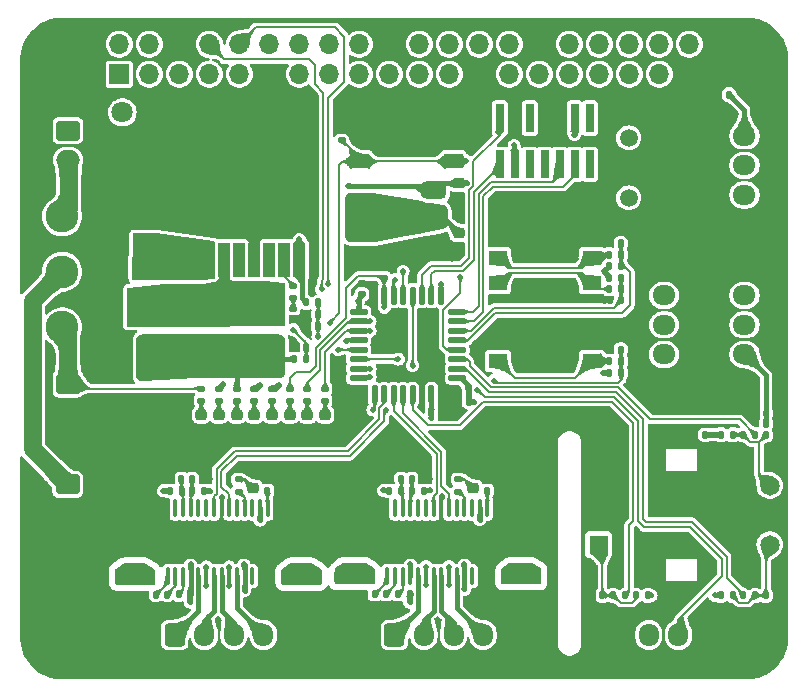
<source format=gbr>
%TF.GenerationSoftware,KiCad,Pcbnew,8.0.0-8.0.0-1~ubuntu22.04.1*%
%TF.CreationDate,2024-03-30T12:30:55+01:00*%
%TF.ProjectId,PAMI_mb,50414d49-5f6d-4622-9e6b-696361645f70,rev?*%
%TF.SameCoordinates,Original*%
%TF.FileFunction,Copper,L1,Top*%
%TF.FilePolarity,Positive*%
%FSLAX46Y46*%
G04 Gerber Fmt 4.6, Leading zero omitted, Abs format (unit mm)*
G04 Created by KiCad (PCBNEW 8.0.0-8.0.0-1~ubuntu22.04.1) date 2024-03-30 12:30:55*
%MOMM*%
%LPD*%
G01*
G04 APERTURE LIST*
G04 Aperture macros list*
%AMRoundRect*
0 Rectangle with rounded corners*
0 $1 Rounding radius*
0 $2 $3 $4 $5 $6 $7 $8 $9 X,Y pos of 4 corners*
0 Add a 4 corners polygon primitive as box body*
4,1,4,$2,$3,$4,$5,$6,$7,$8,$9,$2,$3,0*
0 Add four circle primitives for the rounded corners*
1,1,$1+$1,$2,$3*
1,1,$1+$1,$4,$5*
1,1,$1+$1,$6,$7*
1,1,$1+$1,$8,$9*
0 Add four rect primitives between the rounded corners*
20,1,$1+$1,$2,$3,$4,$5,0*
20,1,$1+$1,$4,$5,$6,$7,0*
20,1,$1+$1,$6,$7,$8,$9,0*
20,1,$1+$1,$8,$9,$2,$3,0*%
G04 Aperture macros list end*
%TA.AperFunction,SMDPad,CuDef*%
%ADD10R,1.550000X1.300000*%
%TD*%
%TA.AperFunction,SMDPad,CuDef*%
%ADD11RoundRect,0.375000X0.625000X0.375000X-0.625000X0.375000X-0.625000X-0.375000X0.625000X-0.375000X0*%
%TD*%
%TA.AperFunction,SMDPad,CuDef*%
%ADD12RoundRect,0.500000X0.500000X1.400000X-0.500000X1.400000X-0.500000X-1.400000X0.500000X-1.400000X0*%
%TD*%
%TA.AperFunction,SMDPad,CuDef*%
%ADD13RoundRect,0.135000X-0.135000X-0.185000X0.135000X-0.185000X0.135000X0.185000X-0.135000X0.185000X0*%
%TD*%
%TA.AperFunction,SMDPad,CuDef*%
%ADD14RoundRect,0.140000X0.140000X0.170000X-0.140000X0.170000X-0.140000X-0.170000X0.140000X-0.170000X0*%
%TD*%
%TA.AperFunction,SMDPad,CuDef*%
%ADD15RoundRect,0.135000X-0.185000X0.135000X-0.185000X-0.135000X0.185000X-0.135000X0.185000X0.135000X0*%
%TD*%
%TA.AperFunction,SMDPad,CuDef*%
%ADD16RoundRect,0.135000X0.135000X0.185000X-0.135000X0.185000X-0.135000X-0.185000X0.135000X-0.185000X0*%
%TD*%
%TA.AperFunction,SMDPad,CuDef*%
%ADD17RoundRect,0.125000X-0.625000X-0.125000X0.625000X-0.125000X0.625000X0.125000X-0.625000X0.125000X0*%
%TD*%
%TA.AperFunction,SMDPad,CuDef*%
%ADD18RoundRect,0.125000X-0.125000X-0.625000X0.125000X-0.625000X0.125000X0.625000X-0.125000X0.625000X0*%
%TD*%
%TA.AperFunction,SMDPad,CuDef*%
%ADD19RoundRect,0.225000X-0.250000X0.225000X-0.250000X-0.225000X0.250000X-0.225000X0.250000X0.225000X0*%
%TD*%
%TA.AperFunction,SMDPad,CuDef*%
%ADD20RoundRect,0.135000X0.185000X-0.135000X0.185000X0.135000X-0.185000X0.135000X-0.185000X-0.135000X0*%
%TD*%
%TA.AperFunction,ComponentPad*%
%ADD21RoundRect,0.250000X0.725000X-0.600000X0.725000X0.600000X-0.725000X0.600000X-0.725000X-0.600000X0*%
%TD*%
%TA.AperFunction,ComponentPad*%
%ADD22O,1.950000X1.700000*%
%TD*%
%TA.AperFunction,ComponentPad*%
%ADD23C,1.800000*%
%TD*%
%TA.AperFunction,ComponentPad*%
%ADD24C,1.650000*%
%TD*%
%TA.AperFunction,ComponentPad*%
%ADD25R,1.650000X1.650000*%
%TD*%
%TA.AperFunction,SMDPad,CuDef*%
%ADD26RoundRect,0.100000X0.100000X-0.637500X0.100000X0.637500X-0.100000X0.637500X-0.100000X-0.637500X0*%
%TD*%
%TA.AperFunction,HeatsinkPad*%
%ADD27C,0.600000*%
%TD*%
%TA.AperFunction,HeatsinkPad*%
%ADD28R,5.400000X2.850000*%
%TD*%
%TA.AperFunction,SMDPad,CuDef*%
%ADD29RoundRect,0.250000X-0.550000X1.500000X-0.550000X-1.500000X0.550000X-1.500000X0.550000X1.500000X0*%
%TD*%
%TA.AperFunction,SMDPad,CuDef*%
%ADD30RoundRect,0.218750X0.256250X-0.218750X0.256250X0.218750X-0.256250X0.218750X-0.256250X-0.218750X0*%
%TD*%
%TA.AperFunction,SMDPad,CuDef*%
%ADD31RoundRect,0.218750X-0.256250X0.218750X-0.256250X-0.218750X0.256250X-0.218750X0.256250X0.218750X0*%
%TD*%
%TA.AperFunction,SMDPad,CuDef*%
%ADD32R,0.740000X2.400000*%
%TD*%
%TA.AperFunction,ComponentPad*%
%ADD33C,4.700000*%
%TD*%
%TA.AperFunction,ComponentPad*%
%ADD34RoundRect,0.250000X-0.750000X0.600000X-0.750000X-0.600000X0.750000X-0.600000X0.750000X0.600000X0*%
%TD*%
%TA.AperFunction,ComponentPad*%
%ADD35O,2.000000X1.700000*%
%TD*%
%TA.AperFunction,SMDPad,CuDef*%
%ADD36RoundRect,0.140000X-0.170000X0.140000X-0.170000X-0.140000X0.170000X-0.140000X0.170000X0.140000X0*%
%TD*%
%TA.AperFunction,SMDPad,CuDef*%
%ADD37R,1.000000X2.940000*%
%TD*%
%TA.AperFunction,SMDPad,CuDef*%
%ADD38R,10.710000X8.990000*%
%TD*%
%TA.AperFunction,SMDPad,CuDef*%
%ADD39R,1.310000X1.000000*%
%TD*%
%TA.AperFunction,SMDPad,CuDef*%
%ADD40R,3.550000X3.220000*%
%TD*%
%TA.AperFunction,SMDPad,CuDef*%
%ADD41R,1.310000X2.460000*%
%TD*%
%TA.AperFunction,SMDPad,CuDef*%
%ADD42RoundRect,0.250000X1.425000X-0.362500X1.425000X0.362500X-1.425000X0.362500X-1.425000X-0.362500X0*%
%TD*%
%TA.AperFunction,ComponentPad*%
%ADD43RoundRect,0.250000X-0.600000X-0.725000X0.600000X-0.725000X0.600000X0.725000X-0.600000X0.725000X0*%
%TD*%
%TA.AperFunction,ComponentPad*%
%ADD44O,1.700000X1.950000*%
%TD*%
%TA.AperFunction,ComponentPad*%
%ADD45C,2.775000*%
%TD*%
%TA.AperFunction,SMDPad,CuDef*%
%ADD46RoundRect,0.140000X-0.140000X-0.170000X0.140000X-0.170000X0.140000X0.170000X-0.140000X0.170000X0*%
%TD*%
%TA.AperFunction,SMDPad,CuDef*%
%ADD47RoundRect,0.250000X0.550000X-1.500000X0.550000X1.500000X-0.550000X1.500000X-0.550000X-1.500000X0*%
%TD*%
%TA.AperFunction,SMDPad,CuDef*%
%ADD48RoundRect,0.140000X0.170000X-0.140000X0.170000X0.140000X-0.170000X0.140000X-0.170000X-0.140000X0*%
%TD*%
%TA.AperFunction,SMDPad,CuDef*%
%ADD49R,7.500000X3.000000*%
%TD*%
%TA.AperFunction,ComponentPad*%
%ADD50C,1.500000*%
%TD*%
%TA.AperFunction,ComponentPad*%
%ADD51R,1.700000X1.700000*%
%TD*%
%TA.AperFunction,ComponentPad*%
%ADD52O,1.700000X1.700000*%
%TD*%
%TA.AperFunction,ViaPad*%
%ADD53C,0.500000*%
%TD*%
%TA.AperFunction,Conductor*%
%ADD54C,0.200000*%
%TD*%
%TA.AperFunction,Conductor*%
%ADD55C,0.400000*%
%TD*%
%TA.AperFunction,Conductor*%
%ADD56C,1.500000*%
%TD*%
G04 APERTURE END LIST*
D10*
%TO.P,SW501,1,1*%
%TO.N,Net-(R502-Pad2)*%
X174875000Y-66850000D03*
X166925000Y-66850000D03*
%TO.P,SW501,2,2*%
%TO.N,GND*%
X174875000Y-62350000D03*
X166925000Y-62350000D03*
%TD*%
D11*
%TO.P,U103,1,GND*%
%TO.N,GND*%
X161550000Y-65700000D03*
%TO.P,U103,2,VO*%
%TO.N,+3.3V*%
X161550000Y-63400000D03*
D12*
X155250000Y-63400000D03*
D11*
%TO.P,U103,3,VI*%
%TO.N,+5V*%
X161550000Y-61100000D03*
%TD*%
D13*
%TO.P,R501,1*%
%TO.N,+3.3V*%
X176340000Y-67510000D03*
%TO.P,R501,2*%
%TO.N,/PA11_USR_BTN_1*%
X177360000Y-67510000D03*
%TD*%
D14*
%TO.P,C203,1*%
%TO.N,GND*%
X166975000Y-86550000D03*
%TO.P,C203,2*%
%TO.N,Net-(U201-5VOUT)*%
X166015000Y-86550000D03*
%TD*%
D15*
%TO.P,R116,1*%
%TO.N,+5V*%
X146300000Y-77890000D03*
%TO.P,R116,2*%
%TO.N,Net-(D106-A)*%
X146300000Y-78910000D03*
%TD*%
D13*
%TO.P,R201,1*%
%TO.N,Net-(U201-MS1)*%
X159625000Y-86550000D03*
%TO.P,R201,2*%
%TO.N,+3.3V*%
X160645000Y-86550000D03*
%TD*%
%TO.P,R204,1*%
%TO.N,GND*%
X157715000Y-85550000D03*
%TO.P,R204,2*%
%TO.N,Net-(U201-MS2)*%
X158735000Y-85550000D03*
%TD*%
D14*
%TO.P,C112,1*%
%TO.N,+5V*%
X186500000Y-53000000D03*
%TO.P,C112,2*%
%TO.N,GND*%
X185540000Y-53000000D03*
%TD*%
D16*
%TO.P,R111,1*%
%TO.N,+3.3V*%
X179610000Y-95400000D03*
%TO.P,R111,2*%
%TO.N,Net-(C110-Pad1)*%
X178590000Y-95400000D03*
%TD*%
D14*
%TO.P,C104,1*%
%TO.N,+3.3V*%
X164455000Y-79000000D03*
%TO.P,C104,2*%
%TO.N,GND*%
X163495000Y-79000000D03*
%TD*%
D17*
%TO.P,U101,1,VDD*%
%TO.N,+3.3V*%
X155125000Y-71400000D03*
%TO.P,U101,2,PF0*%
%TO.N,/PF0_LED1*%
X155125000Y-72200000D03*
%TO.P,U101,3,PF1*%
%TO.N,/PF1_LED2*%
X155125000Y-73000000D03*
%TO.P,U101,4,PG10*%
%TO.N,/NRST*%
X155125000Y-73800000D03*
%TO.P,U101,5,PA0*%
%TO.N,/ADC_BATT*%
X155125000Y-74600000D03*
%TO.P,U101,6,PA1*%
%TO.N,/PA12_USR_BTN_2*%
X155125000Y-75400000D03*
%TO.P,U101,7,PA2*%
%TO.N,/RASPBERRY_PI_TX*%
X155125000Y-76200000D03*
%TO.P,U101,8,PA3*%
%TO.N,/RASPBERRY_PI_RX*%
X155125000Y-77000000D03*
D18*
%TO.P,U101,9,PA4*%
%TO.N,/DIR_MOTOR_R*%
X156500000Y-78375000D03*
%TO.P,U101,10,PA5*%
%TO.N,/PWM_MOTOR_R_TIM3_CH1*%
X157300000Y-78375000D03*
%TO.P,U101,11,PA6*%
%TO.N,/PWM_MOTOR_L_TIM2_CH1*%
X158100000Y-78375000D03*
%TO.P,U101,12,PA7*%
%TO.N,/DIR_MOTOR_L*%
X158900000Y-78375000D03*
%TO.P,U101,13,PB0*%
%TO.N,/ENCODEUR_BTN*%
X159700000Y-78375000D03*
%TO.P,U101,14,VSSA*%
%TO.N,GND*%
X160500000Y-78375000D03*
%TO.P,U101,15,VDDA*%
%TO.N,+3.3V*%
X161300000Y-78375000D03*
%TO.P,U101,16,VSS*%
%TO.N,GND*%
X162100000Y-78375000D03*
D17*
%TO.P,U101,17,VDD*%
%TO.N,+3.3V*%
X163475000Y-77000000D03*
%TO.P,U101,18,PA8*%
%TO.N,/ENCODEUR_A*%
X163475000Y-76200000D03*
%TO.P,U101,19,PA9*%
%TO.N,/ENCODEUR_B*%
X163475000Y-75400000D03*
%TO.P,U101,20,PA10*%
%TO.N,/LIDAR_LP_RX*%
X163475000Y-74600000D03*
%TO.P,U101,21,PA11*%
%TO.N,/PA11_USR_BTN_1*%
X163475000Y-73800000D03*
%TO.P,U101,22,PA12*%
%TO.N,/PA1_USR_BTN_0*%
X163475000Y-73000000D03*
%TO.P,U101,23,PA13*%
%TO.N,/SWDIO*%
X163475000Y-72200000D03*
%TO.P,U101,24,PA14*%
%TO.N,/SWCLK*%
X163475000Y-71400000D03*
D18*
%TO.P,U101,25,PA15*%
%TO.N,/I2C_SCL*%
X162100000Y-70025000D03*
%TO.P,U101,26,PB3*%
%TO.N,/STLINK_TX*%
X161300000Y-70025000D03*
%TO.P,U101,27,PB4*%
%TO.N,/STLINK_RX*%
X160500000Y-70025000D03*
%TO.P,U101,28,PB5*%
%TO.N,/DATA_RECEIVER*%
X159700000Y-70025000D03*
%TO.P,U101,29,PB6*%
%TO.N,/LIDAR_LP_TX*%
X158900000Y-70025000D03*
%TO.P,U101,30,PB7*%
%TO.N,/I2C_SDA*%
X158100000Y-70025000D03*
%TO.P,U101,31,PB8*%
%TO.N,/PB8-BOOT0_LED0*%
X157300000Y-70025000D03*
%TO.P,U101,32,VSS*%
%TO.N,GND*%
X156500000Y-70025000D03*
%TD*%
D19*
%TO.P,C118,1*%
%TO.N,+3.3V*%
X163600000Y-64725000D03*
%TO.P,C118,2*%
%TO.N,GND*%
X163600000Y-66275000D03*
%TD*%
D20*
%TO.P,R101,1*%
%TO.N,/PB8-BOOT0_LED0*%
X157275000Y-68510000D03*
%TO.P,R101,2*%
%TO.N,GND*%
X157275000Y-67490000D03*
%TD*%
D21*
%TO.P,J109,1,Pin_1*%
%TO.N,GND*%
X187800000Y-64000000D03*
D22*
%TO.P,J109,2,Pin_2*%
%TO.N,/LIDAR_LP_TX*%
X187800000Y-61500000D03*
%TO.P,J109,3,Pin_3*%
%TO.N,/LIDAR_LP_RX*%
X187800000Y-59000000D03*
%TO.P,J109,4,Pin_4*%
%TO.N,+5V*%
X187800000Y-56500000D03*
%TD*%
D14*
%TO.P,C302,1*%
%TO.N,Net-(U301-CPI)*%
X138924260Y-95329491D03*
%TO.P,C302,2*%
%TO.N,Net-(U301-CPO)*%
X137964260Y-95329491D03*
%TD*%
D23*
%TO.P,TP101,1,1*%
%TO.N,VCC*%
X135140000Y-54500000D03*
%TD*%
D24*
%TO.P,SW102,A,A*%
%TO.N,Net-(C106-Pad1)*%
X189950000Y-91100000D03*
%TO.P,SW102,B,B*%
%TO.N,Net-(C105-Pad1)*%
X189950000Y-86100000D03*
%TO.P,SW102,C,C*%
%TO.N,GND*%
X189950000Y-88600000D03*
D25*
%TO.P,SW102,S1,S1*%
%TO.N,Net-(C110-Pad1)*%
X175450000Y-91100000D03*
D24*
%TO.P,SW102,S2,S2*%
%TO.N,GND*%
X175450000Y-86100000D03*
%TD*%
D26*
%TO.P,U301,1,CPO*%
%TO.N,Net-(U301-CPO)*%
X138975000Y-93762500D03*
%TO.P,U301,2,CPI*%
%TO.N,Net-(U301-CPI)*%
X139625000Y-93762500D03*
%TO.P,U301,3,VCP*%
%TO.N,Net-(U301-VCP)*%
X140275000Y-93762500D03*
%TO.P,U301,4,VS*%
%TO.N,VCC*%
X140925000Y-93762500D03*
%TO.P,U301,5,OA2*%
%TO.N,/TMC2226/OA2*%
X141575000Y-93762500D03*
%TO.P,U301,6,BRA*%
%TO.N,Net-(U301-BRA)*%
X142225000Y-93762500D03*
%TO.P,U301,7,OA1*%
%TO.N,/TMC2226/OA1*%
X142875000Y-93762500D03*
%TO.P,U301,8,OB1*%
%TO.N,/TMC2226/OB1*%
X143525000Y-93762500D03*
%TO.P,U301,9,BRB*%
%TO.N,Net-(U301-BRB)*%
X144175000Y-93762500D03*
%TO.P,U301,10,OB2*%
%TO.N,/TMC2226/OB2*%
X144825000Y-93762500D03*
%TO.P,U301,11,VS*%
%TO.N,VCC*%
X145475000Y-93762500D03*
%TO.P,U301,12,VREF*%
%TO.N,unconnected-(U301-VREF-Pad12)*%
X146125000Y-93762500D03*
%TO.P,U301,13,TEST*%
%TO.N,GND*%
X146775000Y-93762500D03*
%TO.P,U301,14,GND*%
X147425000Y-93762500D03*
%TO.P,U301,15,5VOUT*%
%TO.N,Net-(U301-5VOUT)*%
X147425000Y-88037500D03*
%TO.P,U301,16,VCC_IO*%
%TO.N,+3.3V*%
X146775000Y-88037500D03*
%TO.P,U301,17,PDN_UART*%
%TO.N,unconnected-(U301-PDN_UART-Pad17)*%
X146125000Y-88037500D03*
%TO.P,U301,18,DIAG*%
%TO.N,Net-(U301-DIAG)*%
X145475000Y-88037500D03*
%TO.P,U301,19,SPREAD*%
%TO.N,unconnected-(U301-SPREAD-Pad19)*%
X144825000Y-88037500D03*
%TO.P,U301,20,DIR*%
%TO.N,/DIR_MOTOR_R*%
X144175000Y-88037500D03*
%TO.P,U301,21,ENN*%
%TO.N,GND*%
X143525000Y-88037500D03*
%TO.P,U301,22,STEP*%
%TO.N,/PWM_MOTOR_R_TIM3_CH1*%
X142875000Y-88037500D03*
%TO.P,U301,23,N.C*%
%TO.N,unconnected-(U301-N.C-Pad23)*%
X142225000Y-88037500D03*
%TO.P,U301,24,CLK*%
%TO.N,unconnected-(U301-CLK-Pad24)*%
X141575000Y-88037500D03*
%TO.P,U301,25,MS1*%
%TO.N,Net-(U301-MS1)*%
X140925000Y-88037500D03*
%TO.P,U301,26,MS2*%
%TO.N,Net-(U301-MS2)*%
X140275000Y-88037500D03*
%TO.P,U301,27,INDEX*%
%TO.N,unconnected-(U301-INDEX-Pad27)*%
X139625000Y-88037500D03*
%TO.P,U301,28,GND*%
%TO.N,GND*%
X138975000Y-88037500D03*
D27*
%TO.P,U301,29,PAD*%
X140800000Y-92025000D03*
X142400000Y-92025000D03*
X144000000Y-92025000D03*
X145600000Y-92025000D03*
D28*
X143200000Y-90900000D03*
D27*
X140800000Y-89775000D03*
X142400000Y-89775000D03*
X144000000Y-89775000D03*
X145600000Y-89775000D03*
%TD*%
D29*
%TO.P,C116,1*%
%TO.N,+5.1V*%
X137300000Y-75300000D03*
%TO.P,C116,2*%
%TO.N,GND*%
X137300000Y-80900000D03*
%TD*%
D16*
%TO.P,R303,1*%
%TO.N,Net-(U301-MS2)*%
X140155000Y-86550000D03*
%TO.P,R303,2*%
%TO.N,+3.3V*%
X139135000Y-86550000D03*
%TD*%
%TO.P,R113,1*%
%TO.N,/ADC_BATT*%
X151710000Y-71600000D03*
%TO.P,R113,2*%
%TO.N,GND*%
X150690000Y-71600000D03*
%TD*%
D13*
%TO.P,R105,1*%
%TO.N,/ENCODEUR_A*%
X187690000Y-95400000D03*
%TO.P,R105,2*%
%TO.N,Net-(C106-Pad1)*%
X188710000Y-95400000D03*
%TD*%
D30*
%TO.P,D104,1,K*%
%TO.N,GND*%
X152300000Y-81687500D03*
%TO.P,D104,2,A*%
%TO.N,Net-(D104-A)*%
X152300000Y-80112500D03*
%TD*%
D31*
%TO.P,D301,1,K*%
%TO.N,GND*%
X146225000Y-84762500D03*
%TO.P,D301,2,A*%
%TO.N,Net-(D301-A)*%
X146225000Y-86337500D03*
%TD*%
D19*
%TO.P,C117,1*%
%TO.N,+5V*%
X163600000Y-60525000D03*
%TO.P,C117,2*%
%TO.N,GND*%
X163600000Y-62075000D03*
%TD*%
D32*
%TO.P,J103,1,NC*%
%TO.N,unconnected-(J103-NC-Pad1)*%
X174700000Y-55000000D03*
%TO.P,J103,2,NC*%
%TO.N,unconnected-(J103-NC-Pad2)*%
X174700000Y-58900000D03*
%TO.P,J103,3,VCC*%
%TO.N,+3.3V*%
X173430000Y-55000000D03*
%TO.P,J103,4,JTMS/SWDIO*%
%TO.N,/SWDIO*%
X173430000Y-58900000D03*
%TO.P,J103,5,GND*%
%TO.N,GND*%
X172160000Y-55000000D03*
%TO.P,J103,6,JCLK/SWCLK*%
%TO.N,/SWCLK*%
X172160000Y-58900000D03*
%TO.P,J103,7,GND*%
%TO.N,GND*%
X170890000Y-55000000D03*
%TO.P,J103,8,JTDO/SWO*%
%TO.N,unconnected-(J103-JTDO{slash}SWO-Pad8)*%
X170890000Y-58900000D03*
%TO.P,J103,9,JRCLK/NC*%
%TO.N,unconnected-(J103-JRCLK{slash}NC-Pad9)*%
X169620000Y-55000000D03*
%TO.P,J103,10,JTDI/NC*%
%TO.N,unconnected-(J103-JTDI{slash}NC-Pad10)*%
X169620000Y-58900000D03*
%TO.P,J103,11,GNDDetect*%
%TO.N,GND*%
X168350000Y-55000000D03*
%TO.P,J103,12,~{RST}*%
%TO.N,/NRST*%
X168350000Y-58900000D03*
%TO.P,J103,13,VCP_RX*%
%TO.N,/STLINK_RX*%
X167080000Y-55000000D03*
%TO.P,J103,14,VCP_TX*%
%TO.N,/STLINK_TX*%
X167080000Y-58900000D03*
%TD*%
D13*
%TO.P,R401,1*%
%TO.N,+3.3V*%
X176340000Y-68500000D03*
%TO.P,R401,2*%
%TO.N,/PA1_USR_BTN_0*%
X177360000Y-68500000D03*
%TD*%
D33*
%TO.P,H104,1,1*%
%TO.N,GND*%
X188000000Y-99000000D03*
%TD*%
D34*
%TO.P,J105,1,Pin_1*%
%TO.N,/V_CHARGE*%
X130525000Y-77500000D03*
D35*
%TO.P,J105,2,Pin_2*%
%TO.N,GND*%
X130525000Y-80000000D03*
%TD*%
D15*
%TO.P,R108,1*%
%TO.N,/PF1_LED2*%
X152300000Y-77890000D03*
%TO.P,R108,2*%
%TO.N,Net-(D104-A)*%
X152300000Y-78910000D03*
%TD*%
D36*
%TO.P,C114,1*%
%TO.N,Net-(C114-Pad1)*%
X149600000Y-71120000D03*
%TO.P,C114,2*%
%TO.N,GND*%
X149600000Y-72080000D03*
%TD*%
D14*
%TO.P,C202,1*%
%TO.N,Net-(U201-CPI)*%
X157460000Y-95300000D03*
%TO.P,C202,2*%
%TO.N,Net-(U201-CPO)*%
X156500000Y-95300000D03*
%TD*%
D21*
%TO.P,J107,1,Pin_1*%
%TO.N,GND*%
X181000000Y-77500000D03*
D22*
%TO.P,J107,2,Pin_2*%
%TO.N,/PF1_LED2*%
X181000000Y-75000000D03*
%TO.P,J107,3,Pin_3*%
%TO.N,/PF0_LED1*%
X181000000Y-72500000D03*
%TO.P,J107,4,Pin_4*%
%TO.N,/PB8-BOOT0_LED0*%
X181000000Y-70000000D03*
%TD*%
D14*
%TO.P,C501,1*%
%TO.N,/PA11_USR_BTN_1*%
X177330000Y-65600000D03*
%TO.P,C501,2*%
%TO.N,GND*%
X176370000Y-65600000D03*
%TD*%
D31*
%TO.P,D201,1,K*%
%TO.N,GND*%
X164825000Y-84762500D03*
%TO.P,D201,2,A*%
%TO.N,Net-(D201-A)*%
X164825000Y-86337500D03*
%TD*%
D14*
%TO.P,C201,1*%
%TO.N,VCC*%
X159460000Y-95300000D03*
%TO.P,C201,2*%
%TO.N,Net-(U201-VCP)*%
X158500000Y-95300000D03*
%TD*%
D37*
%TO.P,U102,1,Vin*%
%TO.N,VCC*%
X142490000Y-67010000D03*
%TO.P,U102,2,Vsw*%
%TO.N,/Vsw*%
X143760000Y-67010000D03*
%TO.P,U102,3,Ilim*%
%TO.N,unconnected-(U102-Ilim-Pad3)*%
X145030000Y-67010000D03*
D38*
%TO.P,U102,4,GND*%
%TO.N,GND*%
X146300000Y-57420000D03*
D37*
X146300000Y-67010000D03*
%TO.P,U102,5,FB*%
%TO.N,/VFB*%
X147570000Y-67010000D03*
%TO.P,U102,6,Vc*%
%TO.N,Net-(U102-Vc)*%
X148840000Y-67010000D03*
%TO.P,U102,7,Shutdown*%
%TO.N,VCC*%
X150110000Y-67010000D03*
%TD*%
D21*
%TO.P,J110,1,Pin_1*%
%TO.N,GND*%
X187800000Y-77500000D03*
D22*
%TO.P,J110,2,Pin_2*%
%TO.N,+3.3V*%
X187800000Y-75000000D03*
%TO.P,J110,3,Pin_3*%
%TO.N,/I2C_SCL*%
X187800000Y-72500000D03*
%TO.P,J110,4,Pin_4*%
%TO.N,/I2C_SDA*%
X187800000Y-70000000D03*
%TD*%
D39*
%TO.P,CR101,1,1*%
%TO.N,GND*%
X134344619Y-70063492D03*
%TO.P,CR101,2,2*%
X134344619Y-71903492D03*
D40*
%TO.P,CR101,3,3*%
%TO.N,/Vsw*%
X137494619Y-70983492D03*
D41*
X140154619Y-70983492D03*
%TD*%
D15*
%TO.P,R207,1*%
%TO.N,Net-(D201-A)*%
X163575000Y-85590000D03*
%TO.P,R207,2*%
%TO.N,Net-(U201-DIAG)*%
X163575000Y-86610000D03*
%TD*%
D30*
%TO.P,D106,1,K*%
%TO.N,GND*%
X146300000Y-81687500D03*
%TO.P,D106,2,A*%
%TO.N,Net-(D106-A)*%
X146300000Y-80112500D03*
%TD*%
D13*
%TO.P,R114,1*%
%TO.N,Net-(C110-Pad1)*%
X176690000Y-95400000D03*
%TO.P,R114,2*%
%TO.N,/ENCODEUR_BTN*%
X177710000Y-95400000D03*
%TD*%
D42*
%TO.P,R206,1*%
%TO.N,Net-(U201-BRB)*%
X168875000Y-93862500D03*
%TO.P,R206,2*%
%TO.N,GND*%
X168875000Y-87937500D03*
%TD*%
D16*
%TO.P,R502,1*%
%TO.N,/PA11_USR_BTN_1*%
X177360000Y-66550000D03*
%TO.P,R502,2*%
%TO.N,Net-(R502-Pad2)*%
X176340000Y-66550000D03*
%TD*%
D10*
%TO.P,SW601,1,1*%
%TO.N,Net-(R602-Pad2)*%
X166925000Y-75550000D03*
X174875000Y-75550000D03*
%TO.P,SW601,2,2*%
%TO.N,GND*%
X166925000Y-80050000D03*
X174875000Y-80050000D03*
%TD*%
D14*
%TO.P,C101,1*%
%TO.N,+3.3V*%
X164455000Y-78000000D03*
%TO.P,C101,2*%
%TO.N,GND*%
X163495000Y-78000000D03*
%TD*%
D10*
%TO.P,SW401,1,1*%
%TO.N,Net-(R402-Pad2)*%
X166925000Y-68950000D03*
X174875000Y-68950000D03*
%TO.P,SW401,2,2*%
%TO.N,GND*%
X166925000Y-73450000D03*
X174875000Y-73450000D03*
%TD*%
D15*
%TO.P,R120,1*%
%TO.N,+3.3V*%
X147800000Y-77890000D03*
%TO.P,R120,2*%
%TO.N,Net-(D108-A)*%
X147800000Y-78910000D03*
%TD*%
D13*
%TO.P,R301,1*%
%TO.N,Net-(U301-MS1)*%
X141025000Y-86550000D03*
%TO.P,R301,2*%
%TO.N,+3.3V*%
X142045000Y-86550000D03*
%TD*%
D16*
%TO.P,R302,1*%
%TO.N,GND*%
X142045000Y-85550000D03*
%TO.P,R302,2*%
%TO.N,Net-(U301-MS1)*%
X141025000Y-85550000D03*
%TD*%
D42*
%TO.P,R305,1*%
%TO.N,Net-(U301-BRA)*%
X136175000Y-93862500D03*
%TO.P,R305,2*%
%TO.N,GND*%
X136175000Y-87937500D03*
%TD*%
D16*
%TO.P,R109,1*%
%TO.N,Net-(C106-Pad1)*%
X186810000Y-95400000D03*
%TO.P,R109,2*%
%TO.N,+3.3V*%
X185790000Y-95400000D03*
%TD*%
%TO.P,R202,1*%
%TO.N,GND*%
X160645000Y-85550000D03*
%TO.P,R202,2*%
%TO.N,Net-(U201-MS1)*%
X159625000Y-85550000D03*
%TD*%
D43*
%TO.P,J112,1,Pin_1*%
%TO.N,/TMC2226/OA2*%
X139570000Y-98750000D03*
D44*
%TO.P,J112,2,Pin_2*%
%TO.N,/TMC2226/OA1*%
X142070000Y-98750000D03*
%TO.P,J112,3,Pin_3*%
%TO.N,/TMC2226/OB1*%
X144570000Y-98750000D03*
%TO.P,J112,4,Pin_4*%
%TO.N,/TMC2226/OB2*%
X147070000Y-98750000D03*
%TD*%
D30*
%TO.P,D102,1,K*%
%TO.N,GND*%
X149300000Y-81687500D03*
%TO.P,D102,2,A*%
%TO.N,Net-(D102-A)*%
X149300000Y-80112500D03*
%TD*%
D43*
%TO.P,J102,1,Pin_1*%
%TO.N,GND*%
X177200000Y-98750000D03*
D44*
%TO.P,J102,2,Pin_2*%
%TO.N,+3.3V*%
X179700000Y-98750000D03*
%TO.P,J102,3,Pin_3*%
%TO.N,/DATA_RECEIVER*%
X182200000Y-98750000D03*
%TD*%
D16*
%TO.P,R402,1*%
%TO.N,/PA1_USR_BTN_0*%
X177360000Y-69450000D03*
%TO.P,R402,2*%
%TO.N,Net-(R402-Pad2)*%
X176340000Y-69450000D03*
%TD*%
D14*
%TO.P,C303,1*%
%TO.N,GND*%
X148375000Y-86550000D03*
%TO.P,C303,2*%
%TO.N,Net-(U301-5VOUT)*%
X147415000Y-86550000D03*
%TD*%
D45*
%TO.P,SW101,1,A*%
%TO.N,Net-(J106-Pin_2)*%
X130025000Y-63300000D03*
%TO.P,SW101,2,B*%
%TO.N,/V_BAT*%
X130025000Y-68000000D03*
%TO.P,SW101,3,C*%
%TO.N,/V_CHARGE*%
X130025000Y-72700000D03*
%TD*%
D46*
%TO.P,C107,1*%
%TO.N,GND*%
X183520000Y-81800000D03*
%TO.P,C107,2*%
%TO.N,+3.3V*%
X184480000Y-81800000D03*
%TD*%
D14*
%TO.P,C110,1*%
%TO.N,Net-(C110-Pad1)*%
X175780000Y-95400000D03*
%TO.P,C110,2*%
%TO.N,GND*%
X174820000Y-95400000D03*
%TD*%
D13*
%TO.P,R601,1*%
%TO.N,+3.3V*%
X176340000Y-76550000D03*
%TO.P,R601,2*%
%TO.N,/PA12_USR_BTN_2*%
X177360000Y-76550000D03*
%TD*%
D42*
%TO.P,R205,1*%
%TO.N,Net-(U201-BRA)*%
X154775000Y-93862500D03*
%TO.P,R205,2*%
%TO.N,GND*%
X154775000Y-87937500D03*
%TD*%
D30*
%TO.P,D101,1,K*%
%TO.N,GND*%
X141800000Y-81687500D03*
%TO.P,D101,2,A*%
%TO.N,Net-(D101-A)*%
X141800000Y-80112500D03*
%TD*%
D43*
%TO.P,J111,1,Pin_1*%
%TO.N,/TMC2225/OA2*%
X158170000Y-98750000D03*
D44*
%TO.P,J111,2,Pin_2*%
%TO.N,/TMC2225/OA1*%
X160670000Y-98750000D03*
%TO.P,J111,3,Pin_3*%
%TO.N,/TMC2225/OB1*%
X163170000Y-98750000D03*
%TO.P,J111,4,Pin_4*%
%TO.N,/TMC2225/OB2*%
X165670000Y-98750000D03*
%TD*%
D13*
%TO.P,R112,1*%
%TO.N,VCC*%
X150690000Y-70600000D03*
%TO.P,R112,2*%
%TO.N,/ADC_BATT*%
X151710000Y-70600000D03*
%TD*%
D33*
%TO.P,H101,1,1*%
%TO.N,GND*%
X130000000Y-50000000D03*
%TD*%
D15*
%TO.P,R110,1*%
%TO.N,VCC*%
X143300000Y-77890000D03*
%TO.P,R110,2*%
%TO.N,Net-(D105-A)*%
X143300000Y-78910000D03*
%TD*%
D46*
%TO.P,C106,1*%
%TO.N,Net-(C106-Pad1)*%
X189612129Y-95398128D03*
%TO.P,C106,2*%
%TO.N,GND*%
X190572129Y-95398128D03*
%TD*%
D30*
%TO.P,D105,1,K*%
%TO.N,GND*%
X143300000Y-81687500D03*
%TO.P,D105,2,A*%
%TO.N,Net-(D105-A)*%
X143300000Y-80112500D03*
%TD*%
D14*
%TO.P,C601,1*%
%TO.N,/PA12_USR_BTN_2*%
X177330000Y-74600000D03*
%TO.P,C601,2*%
%TO.N,GND*%
X176370000Y-74600000D03*
%TD*%
D15*
%TO.P,R104,1*%
%TO.N,/PB8-BOOT0_LED0*%
X149300000Y-77890000D03*
%TO.P,R104,2*%
%TO.N,Net-(D102-A)*%
X149300000Y-78910000D03*
%TD*%
D30*
%TO.P,D107,1,K*%
%TO.N,GND*%
X144800000Y-81687500D03*
%TO.P,D107,2,A*%
%TO.N,Net-(D107-A)*%
X144800000Y-80112500D03*
%TD*%
D47*
%TO.P,C115,1*%
%TO.N,VCC*%
X137000000Y-66700000D03*
%TO.P,C115,2*%
%TO.N,GND*%
X137000000Y-61300000D03*
%TD*%
D42*
%TO.P,R306,1*%
%TO.N,Net-(U301-BRB)*%
X150275000Y-93862500D03*
%TO.P,R306,2*%
%TO.N,GND*%
X150275000Y-87937500D03*
%TD*%
D26*
%TO.P,U201,1,CPO*%
%TO.N,Net-(U201-CPO)*%
X157575000Y-93762500D03*
%TO.P,U201,2,CPI*%
%TO.N,Net-(U201-CPI)*%
X158225000Y-93762500D03*
%TO.P,U201,3,VCP*%
%TO.N,Net-(U201-VCP)*%
X158875000Y-93762500D03*
%TO.P,U201,4,VS*%
%TO.N,VCC*%
X159525000Y-93762500D03*
%TO.P,U201,5,OA2*%
%TO.N,/TMC2225/OA2*%
X160175000Y-93762500D03*
%TO.P,U201,6,BRA*%
%TO.N,Net-(U201-BRA)*%
X160825000Y-93762500D03*
%TO.P,U201,7,OA1*%
%TO.N,/TMC2225/OA1*%
X161475000Y-93762500D03*
%TO.P,U201,8,OB1*%
%TO.N,/TMC2225/OB1*%
X162125000Y-93762500D03*
%TO.P,U201,9,BRB*%
%TO.N,Net-(U201-BRB)*%
X162775000Y-93762500D03*
%TO.P,U201,10,OB2*%
%TO.N,/TMC2225/OB2*%
X163425000Y-93762500D03*
%TO.P,U201,11,VS*%
%TO.N,VCC*%
X164075000Y-93762500D03*
%TO.P,U201,12,VREF*%
%TO.N,unconnected-(U201-VREF-Pad12)*%
X164725000Y-93762500D03*
%TO.P,U201,13,TEST*%
%TO.N,GND*%
X165375000Y-93762500D03*
%TO.P,U201,14,GND*%
X166025000Y-93762500D03*
%TO.P,U201,15,5VOUT*%
%TO.N,Net-(U201-5VOUT)*%
X166025000Y-88037500D03*
%TO.P,U201,16,VCC_IO*%
%TO.N,+3.3V*%
X165375000Y-88037500D03*
%TO.P,U201,17,PDN_UART*%
%TO.N,unconnected-(U201-PDN_UART-Pad17)*%
X164725000Y-88037500D03*
%TO.P,U201,18,DIAG*%
%TO.N,Net-(U201-DIAG)*%
X164075000Y-88037500D03*
%TO.P,U201,19,SPREAD*%
%TO.N,unconnected-(U201-SPREAD-Pad19)*%
X163425000Y-88037500D03*
%TO.P,U201,20,DIR*%
%TO.N,/DIR_MOTOR_L*%
X162775000Y-88037500D03*
%TO.P,U201,21,ENN*%
%TO.N,GND*%
X162125000Y-88037500D03*
%TO.P,U201,22,STEP*%
%TO.N,/PWM_MOTOR_L_TIM2_CH1*%
X161475000Y-88037500D03*
%TO.P,U201,23,N.C*%
%TO.N,unconnected-(U201-N.C-Pad23)*%
X160825000Y-88037500D03*
%TO.P,U201,24,CLK*%
%TO.N,unconnected-(U201-CLK-Pad24)*%
X160175000Y-88037500D03*
%TO.P,U201,25,MS1*%
%TO.N,Net-(U201-MS1)*%
X159525000Y-88037500D03*
%TO.P,U201,26,MS2*%
%TO.N,Net-(U201-MS2)*%
X158875000Y-88037500D03*
%TO.P,U201,27,INDEX*%
%TO.N,unconnected-(U201-INDEX-Pad27)*%
X158225000Y-88037500D03*
%TO.P,U201,28,GND*%
%TO.N,GND*%
X157575000Y-88037500D03*
D27*
%TO.P,U201,29,PAD*%
X159400000Y-92025000D03*
X161000000Y-92025000D03*
X162600000Y-92025000D03*
X164200000Y-92025000D03*
D28*
X161800000Y-90900000D03*
D27*
X159400000Y-89775000D03*
X161000000Y-89775000D03*
X162600000Y-89775000D03*
X164200000Y-89775000D03*
%TD*%
D16*
%TO.P,R203,1*%
%TO.N,Net-(U201-MS2)*%
X158755000Y-86550000D03*
%TO.P,R203,2*%
%TO.N,+3.3V*%
X157735000Y-86550000D03*
%TD*%
D15*
%TO.P,R106,1*%
%TO.N,/PF0_LED1*%
X150800000Y-77890000D03*
%TO.P,R106,2*%
%TO.N,Net-(D103-A)*%
X150800000Y-78910000D03*
%TD*%
D30*
%TO.P,D103,1,K*%
%TO.N,GND*%
X150800000Y-81687500D03*
%TO.P,D103,2,A*%
%TO.N,Net-(D103-A)*%
X150800000Y-80112500D03*
%TD*%
%TO.P,D108,1,K*%
%TO.N,GND*%
X147800000Y-81687500D03*
%TO.P,D108,2,A*%
%TO.N,Net-(D108-A)*%
X147800000Y-80112500D03*
%TD*%
D46*
%TO.P,C103,1*%
%TO.N,+3.3V*%
X161295000Y-79900000D03*
%TO.P,C103,2*%
%TO.N,GND*%
X162255000Y-79900000D03*
%TD*%
D34*
%TO.P,J104,1,Pin_1*%
%TO.N,/V_BAT*%
X130512723Y-86008593D03*
D35*
%TO.P,J104,2,Pin_2*%
%TO.N,GND*%
X130512723Y-88508593D03*
%TD*%
D33*
%TO.P,H102,1,1*%
%TO.N,GND*%
X188000000Y-50000000D03*
%TD*%
D14*
%TO.P,C401,1*%
%TO.N,/PA1_USR_BTN_0*%
X177341518Y-70428371D03*
%TO.P,C401,2*%
%TO.N,GND*%
X176381518Y-70428371D03*
%TD*%
D15*
%TO.P,R119,1*%
%TO.N,+5.1V*%
X144800000Y-77890000D03*
%TO.P,R119,2*%
%TO.N,Net-(D107-A)*%
X144800000Y-78910000D03*
%TD*%
D10*
%TO.P,SW103,1,1*%
%TO.N,/NRST*%
X163175000Y-58650000D03*
X155225000Y-58650000D03*
%TO.P,SW103,2,2*%
%TO.N,GND*%
X163175000Y-54150000D03*
X155225000Y-54150000D03*
%TD*%
D14*
%TO.P,C111,1*%
%TO.N,/ADC_BATT*%
X151680000Y-72600000D03*
%TO.P,C111,2*%
%TO.N,GND*%
X150720000Y-72600000D03*
%TD*%
D48*
%TO.P,C109,1*%
%TO.N,/NRST*%
X153700000Y-56880000D03*
%TO.P,C109,2*%
%TO.N,GND*%
X153700000Y-55920000D03*
%TD*%
D13*
%TO.P,R117,1*%
%TO.N,+5.1V*%
X149680000Y-75400000D03*
%TO.P,R117,2*%
%TO.N,/VFB*%
X150700000Y-75400000D03*
%TD*%
D15*
%TO.P,R102,1*%
%TO.N,/V_CHARGE*%
X141800000Y-77890000D03*
%TO.P,R102,2*%
%TO.N,Net-(D101-A)*%
X141800000Y-78910000D03*
%TD*%
%TO.P,R307,1*%
%TO.N,Net-(D301-A)*%
X144975000Y-85590000D03*
%TO.P,R307,2*%
%TO.N,Net-(U301-DIAG)*%
X144975000Y-86610000D03*
%TD*%
D49*
%TO.P,L101,1*%
%TO.N,/Vsw*%
X145100000Y-70500000D03*
%TO.P,L101,2*%
%TO.N,+5.1V*%
X145100000Y-75500000D03*
%TD*%
D34*
%TO.P,J106,1,Pin_1*%
%TO.N,VCC*%
X130525000Y-56050000D03*
D35*
%TO.P,J106,2,Pin_2*%
%TO.N,Net-(J106-Pin_2)*%
X130525000Y-58550000D03*
%TD*%
D15*
%TO.P,R115,1*%
%TO.N,Net-(U102-Vc)*%
X149600000Y-69190000D03*
%TO.P,R115,2*%
%TO.N,Net-(C114-Pad1)*%
X149600000Y-70210000D03*
%TD*%
D14*
%TO.P,C301,1*%
%TO.N,VCC*%
X140858320Y-95322328D03*
%TO.P,C301,2*%
%TO.N,Net-(U301-VCP)*%
X139898320Y-95322328D03*
%TD*%
D16*
%TO.P,R107,1*%
%TO.N,Net-(C105-Pad1)*%
X186820000Y-81800000D03*
%TO.P,R107,2*%
%TO.N,+3.3V*%
X185800000Y-81800000D03*
%TD*%
%TO.P,R602,1*%
%TO.N,/PA12_USR_BTN_2*%
X177360000Y-75560000D03*
%TO.P,R602,2*%
%TO.N,Net-(R602-Pad2)*%
X176340000Y-75560000D03*
%TD*%
%TO.P,R103,1*%
%TO.N,/ENCODEUR_B*%
X188710000Y-81800000D03*
%TO.P,R103,2*%
%TO.N,Net-(C105-Pad1)*%
X187690000Y-81800000D03*
%TD*%
D48*
%TO.P,C102,1*%
%TO.N,+3.3V*%
X155410609Y-69905319D03*
%TO.P,C102,2*%
%TO.N,GND*%
X155410609Y-68945319D03*
%TD*%
D50*
%TO.P,J108,1,VIN*%
%TO.N,VCC*%
X178000000Y-61740000D03*
%TO.P,J108,2,GND*%
%TO.N,GND*%
X178000000Y-59200000D03*
%TO.P,J108,3,VOUT*%
%TO.N,+5V*%
X178000000Y-56660000D03*
%TD*%
D33*
%TO.P,H103,1,1*%
%TO.N,GND*%
X130000000Y-99000000D03*
%TD*%
D13*
%TO.P,R304,1*%
%TO.N,GND*%
X139115000Y-85550000D03*
%TO.P,R304,2*%
%TO.N,Net-(U301-MS2)*%
X140135000Y-85550000D03*
%TD*%
D46*
%TO.P,C113,1*%
%TO.N,+3.3V*%
X189620000Y-80899720D03*
%TO.P,C113,2*%
%TO.N,GND*%
X190580000Y-80899720D03*
%TD*%
D16*
%TO.P,R118,1*%
%TO.N,/VFB*%
X150700000Y-74400000D03*
%TO.P,R118,2*%
%TO.N,GND*%
X149680000Y-74400000D03*
%TD*%
D46*
%TO.P,C105,1*%
%TO.N,Net-(C105-Pad1)*%
X189620000Y-81829491D03*
%TO.P,C105,2*%
%TO.N,GND*%
X190580000Y-81829491D03*
%TD*%
D51*
%TO.P,J101,1,Pin_1*%
%TO.N,unconnected-(J101-Pin_1-Pad1)*%
X134870000Y-51270000D03*
D52*
%TO.P,J101,2,Pin_2*%
%TO.N,+5.1V*%
X134870000Y-48730000D03*
%TO.P,J101,3,Pin_3*%
%TO.N,unconnected-(J101-Pin_3-Pad3)*%
X137410000Y-51270000D03*
%TO.P,J101,4,Pin_4*%
%TO.N,+5.1V*%
X137410000Y-48730000D03*
%TO.P,J101,5,Pin_5*%
%TO.N,unconnected-(J101-Pin_5-Pad5)*%
X139950000Y-51270000D03*
%TO.P,J101,6,Pin_6*%
%TO.N,GND*%
X139950000Y-48730000D03*
%TO.P,J101,7,Pin_7*%
%TO.N,unconnected-(J101-Pin_7-Pad7)*%
X142490000Y-51270000D03*
%TO.P,J101,8,Pin_8*%
%TO.N,/RASPBERRY_PI_TX*%
X142490000Y-48730000D03*
%TO.P,J101,9,Pin_9*%
%TO.N,unconnected-(J101-Pin_9-Pad9)*%
X145030000Y-51270000D03*
%TO.P,J101,10,Pin_10*%
%TO.N,/RASPBERRY_PI_RX*%
X145030000Y-48730000D03*
%TO.P,J101,11,Pin_11*%
%TO.N,GND*%
X147570000Y-51270000D03*
%TO.P,J101,12,Pin_12*%
%TO.N,unconnected-(J101-Pin_12-Pad12)*%
X147570000Y-48730000D03*
%TO.P,J101,13,Pin_13*%
%TO.N,unconnected-(J101-Pin_13-Pad13)*%
X150110000Y-51270000D03*
%TO.P,J101,14,Pin_14*%
%TO.N,unconnected-(J101-Pin_14-Pad14)*%
X150110000Y-48730000D03*
%TO.P,J101,15,Pin_15*%
%TO.N,unconnected-(J101-Pin_15-Pad15)*%
X152650000Y-51270000D03*
%TO.P,J101,16,Pin_16*%
%TO.N,unconnected-(J101-Pin_16-Pad16)*%
X152650000Y-48730000D03*
%TO.P,J101,17,Pin_17*%
%TO.N,unconnected-(J101-Pin_17-Pad17)*%
X155190000Y-51270000D03*
%TO.P,J101,18,Pin_18*%
%TO.N,unconnected-(J101-Pin_18-Pad18)*%
X155190000Y-48730000D03*
%TO.P,J101,19,Pin_19*%
%TO.N,unconnected-(J101-Pin_19-Pad19)*%
X157730000Y-51270000D03*
%TO.P,J101,20,Pin_20*%
%TO.N,GND*%
X157730000Y-48730000D03*
%TO.P,J101,21,Pin_21*%
%TO.N,unconnected-(J101-Pin_21-Pad21)*%
X160270000Y-51270000D03*
%TO.P,J101,22,Pin_22*%
%TO.N,unconnected-(J101-Pin_22-Pad22)*%
X160270000Y-48730000D03*
%TO.P,J101,23,Pin_23*%
%TO.N,unconnected-(J101-Pin_23-Pad23)*%
X162810000Y-51270000D03*
%TO.P,J101,24,Pin_24*%
%TO.N,unconnected-(J101-Pin_24-Pad24)*%
X162810000Y-48730000D03*
%TO.P,J101,25,Pin_25*%
%TO.N,GND*%
X165350000Y-51270000D03*
%TO.P,J101,26,Pin_26*%
%TO.N,unconnected-(J101-Pin_26-Pad26)*%
X165350000Y-48730000D03*
%TO.P,J101,27,Pin_27*%
%TO.N,unconnected-(J101-Pin_27-Pad27)*%
X167890000Y-51270000D03*
%TO.P,J101,28,Pin_28*%
%TO.N,unconnected-(J101-Pin_28-Pad28)*%
X167890000Y-48730000D03*
%TO.P,J101,29,Pin_29*%
%TO.N,unconnected-(J101-Pin_29-Pad29)*%
X170430000Y-51270000D03*
%TO.P,J101,30,Pin_30*%
%TO.N,GND*%
X170430000Y-48730000D03*
%TO.P,J101,31,Pin_31*%
%TO.N,unconnected-(J101-Pin_31-Pad31)*%
X172970000Y-51270000D03*
%TO.P,J101,32,Pin_32*%
%TO.N,unconnected-(J101-Pin_32-Pad32)*%
X172970000Y-48730000D03*
%TO.P,J101,33,Pin_33*%
%TO.N,unconnected-(J101-Pin_33-Pad33)*%
X175510000Y-51270000D03*
%TO.P,J101,34,Pin_34*%
%TO.N,unconnected-(J101-Pin_34-Pad34)*%
X175510000Y-48730000D03*
%TO.P,J101,35,Pin_35*%
%TO.N,unconnected-(J101-Pin_35-Pad35)*%
X178050000Y-51270000D03*
%TO.P,J101,36,Pin_36*%
%TO.N,unconnected-(J101-Pin_36-Pad36)*%
X178050000Y-48730000D03*
%TO.P,J101,37,Pin_37*%
%TO.N,unconnected-(J101-Pin_37-Pad37)*%
X180590000Y-51270000D03*
%TO.P,J101,38,Pin_38*%
%TO.N,unconnected-(J101-Pin_38-Pad38)*%
X180590000Y-48730000D03*
%TO.P,J101,39,Pin_39*%
%TO.N,GND*%
X183130000Y-51270000D03*
%TO.P,J101,40,Pin_40*%
%TO.N,unconnected-(J101-Pin_40-Pad40)*%
X183130000Y-48730000D03*
%TD*%
D53*
%TO.N,GND*%
X170900000Y-76200000D03*
%TO.N,+3.3V*%
X175938084Y-67954299D03*
X159600000Y-63400000D03*
X155100000Y-70500000D03*
X185150000Y-81800000D03*
X157220000Y-86510000D03*
X156800000Y-63400000D03*
X173400000Y-56400000D03*
X165380000Y-88990000D03*
X185300000Y-95400000D03*
X142570000Y-86550000D03*
X175851247Y-76602493D03*
X146770000Y-89030000D03*
X138610000Y-86550000D03*
X160300000Y-63400000D03*
X179889091Y-95400000D03*
X148350000Y-77600000D03*
X161300000Y-80400000D03*
X157500000Y-63400000D03*
X158900000Y-63400000D03*
X158200000Y-63400000D03*
X189640780Y-80000000D03*
X161180000Y-86510000D03*
X164900000Y-79000000D03*
%TO.N,GND*%
X152000000Y-102000000D03*
X191000000Y-78000000D03*
X149000000Y-102000000D03*
X143000000Y-47000000D03*
X155350000Y-57400000D03*
X191000000Y-67000000D03*
X137000000Y-102000000D03*
X127000000Y-92000000D03*
X173900000Y-80000000D03*
X167900000Y-62300000D03*
X127000000Y-55000000D03*
X132000000Y-102000000D03*
X141000000Y-47000000D03*
X170900000Y-56400000D03*
X190850000Y-99950000D03*
X158000000Y-47000000D03*
X146300000Y-56500000D03*
X127000000Y-66000000D03*
X154780000Y-88760000D03*
X174000000Y-102000000D03*
X189750000Y-47600000D03*
X191000000Y-60000000D03*
X127000000Y-98000000D03*
X138100000Y-61300000D03*
X191000000Y-59000000D03*
X191000000Y-87000000D03*
X179000000Y-102000000D03*
X151150000Y-69650000D03*
X178700000Y-90000000D03*
X173500000Y-66900000D03*
X164200000Y-54200000D03*
X188700000Y-80800000D03*
X167900000Y-80100000D03*
X127000000Y-93000000D03*
X172000000Y-102000000D03*
X191000000Y-53000000D03*
X191000000Y-98000000D03*
X163000000Y-102000000D03*
X187000000Y-93100000D03*
X157000000Y-102000000D03*
X160000000Y-102000000D03*
X159000000Y-102000000D03*
X135900000Y-61300000D03*
X158000000Y-74100000D03*
X153350000Y-75500000D03*
X163000000Y-47000000D03*
X127000000Y-51000000D03*
X135000000Y-102000000D03*
X191000000Y-88000000D03*
X164000000Y-102000000D03*
X130000000Y-47000000D03*
X127200000Y-99950000D03*
X191000000Y-64000000D03*
X134254619Y-69283492D03*
X137000000Y-59300000D03*
X142700000Y-56500000D03*
X191000000Y-89000000D03*
X149030000Y-86550000D03*
X127000000Y-62000000D03*
X165000000Y-47000000D03*
X127600000Y-48250000D03*
X191000000Y-62000000D03*
X159000000Y-47000000D03*
X131000000Y-102000000D03*
X168300000Y-56400000D03*
X191000000Y-51000000D03*
X154150000Y-84250000D03*
X191000000Y-50000000D03*
X127000000Y-60000000D03*
X151000000Y-102000000D03*
X191000000Y-57000000D03*
X161500000Y-81650000D03*
X139000000Y-102000000D03*
X184000000Y-102000000D03*
X146300000Y-60100000D03*
X127000000Y-64000000D03*
X176000000Y-47000000D03*
X181000000Y-47000000D03*
X136000000Y-102000000D03*
X146300000Y-58300000D03*
X138000000Y-102000000D03*
X163500000Y-79500000D03*
X191000000Y-61000000D03*
X167000000Y-102000000D03*
X148100000Y-58300000D03*
X191000000Y-97000000D03*
X142000000Y-47000000D03*
X129300000Y-82400000D03*
X158500000Y-71300000D03*
X191000000Y-72000000D03*
X191000000Y-55000000D03*
X166000000Y-47000000D03*
X162000000Y-102000000D03*
X127000000Y-65000000D03*
X173000000Y-47000000D03*
X127000000Y-57000000D03*
X186000000Y-102000000D03*
X127000000Y-86000000D03*
X133000000Y-102000000D03*
X191000000Y-76000000D03*
X157000000Y-47000000D03*
X127000000Y-50000000D03*
X150270000Y-88800000D03*
X148000000Y-102000000D03*
X173900000Y-73500000D03*
X137300000Y-82900000D03*
X188250000Y-83200000D03*
X145000000Y-102000000D03*
X141800000Y-82400000D03*
X160450000Y-79500000D03*
X191000000Y-77000000D03*
X128250000Y-101400000D03*
X161650000Y-57900000D03*
X144500000Y-56500000D03*
X169000000Y-47000000D03*
X157210000Y-85510000D03*
X161000000Y-102000000D03*
X141000000Y-102000000D03*
X168350000Y-66950000D03*
X148100000Y-56500000D03*
X191000000Y-95000000D03*
X161170000Y-85510000D03*
X146300000Y-82400000D03*
X155000000Y-47000000D03*
X188800000Y-94350000D03*
X129050000Y-47200000D03*
X149300000Y-82400000D03*
X133354619Y-70083492D03*
X176000000Y-102000000D03*
X191000000Y-92000000D03*
X141750000Y-64650000D03*
X136000000Y-47000000D03*
X143597017Y-87051597D03*
X127000000Y-52000000D03*
X155000000Y-102000000D03*
X127000000Y-87000000D03*
X134354619Y-72783492D03*
X127000000Y-53000000D03*
X133354619Y-71883492D03*
X175000000Y-47000000D03*
X148100000Y-60100000D03*
X127000000Y-97000000D03*
X134000000Y-102000000D03*
X188950000Y-47150000D03*
X191000000Y-70000000D03*
X144500000Y-54700000D03*
X149700000Y-73800000D03*
X191000000Y-90000000D03*
X187000000Y-102000000D03*
X182600000Y-81300000D03*
X127000000Y-56000000D03*
X191000000Y-79000000D03*
X164000000Y-47000000D03*
X134000000Y-47000000D03*
X179000000Y-47000000D03*
X129050000Y-101850000D03*
X157450000Y-76500000D03*
X177650000Y-88850000D03*
X180100000Y-79650000D03*
X140000000Y-102000000D03*
X165950000Y-56450000D03*
X152300000Y-82400000D03*
X167000000Y-47000000D03*
X148100000Y-54700000D03*
X127000000Y-68000000D03*
X127000000Y-89000000D03*
X127000000Y-69000000D03*
X136170000Y-88800000D03*
X181000000Y-102000000D03*
X187000000Y-47000000D03*
X191000000Y-84000000D03*
X180000000Y-47000000D03*
X138400000Y-80900000D03*
X171000000Y-102000000D03*
X183000000Y-102000000D03*
X190800000Y-49050000D03*
X144800000Y-82400000D03*
X182000000Y-47000000D03*
X140000000Y-47000000D03*
X173000000Y-102000000D03*
X150800000Y-82400000D03*
X172200000Y-56400000D03*
X191000000Y-94000000D03*
X128250000Y-47550000D03*
X154000000Y-102000000D03*
X160500000Y-77400000D03*
X156500000Y-71350000D03*
X156000000Y-102000000D03*
X146630595Y-65100000D03*
X142700000Y-54700000D03*
X136200000Y-80900000D03*
X127150000Y-49050000D03*
X191000000Y-99000000D03*
X173900000Y-62300000D03*
X165000000Y-102000000D03*
X191000000Y-83000000D03*
X127000000Y-99000000D03*
X178000000Y-102000000D03*
X190450000Y-48250000D03*
X145000000Y-47000000D03*
X127000000Y-96000000D03*
X150000000Y-102000000D03*
X177650000Y-81050000D03*
X171000000Y-47000000D03*
X162100000Y-77400000D03*
X147800000Y-82400000D03*
X130000000Y-102000000D03*
X144900000Y-84600000D03*
X186000000Y-47000000D03*
X191000000Y-85000000D03*
X182850000Y-90300000D03*
X149900000Y-60100000D03*
X137300000Y-78900000D03*
X135350000Y-65000000D03*
X144000000Y-47000000D03*
X158000000Y-102000000D03*
X167640000Y-86510000D03*
X191000000Y-63000000D03*
X185200000Y-93050000D03*
X146000000Y-102000000D03*
X189800000Y-82850000D03*
X149900000Y-54700000D03*
X142560000Y-85550000D03*
X180000000Y-102000000D03*
X191000000Y-58000000D03*
X170000000Y-47000000D03*
X127000000Y-85000000D03*
X167900000Y-73500000D03*
X183000000Y-47000000D03*
X191000000Y-93000000D03*
X169000000Y-102000000D03*
X127000000Y-95000000D03*
X149900000Y-58300000D03*
X191000000Y-80000000D03*
X146000000Y-65100000D03*
X166450000Y-65550000D03*
X191000000Y-73000000D03*
X184000000Y-47000000D03*
X175000000Y-102000000D03*
X129050000Y-74750000D03*
X156000000Y-47000000D03*
X131000000Y-47000000D03*
X144500000Y-58300000D03*
X162000000Y-47000000D03*
X154000000Y-47000000D03*
X127000000Y-90000000D03*
X163910000Y-84720000D03*
X165550000Y-76000000D03*
X143000000Y-102000000D03*
X191000000Y-96000000D03*
X178000000Y-77550000D03*
X191000000Y-68000000D03*
X127000000Y-88000000D03*
X127000000Y-58000000D03*
X172000000Y-47000000D03*
X188950000Y-101800000D03*
X176300000Y-74100000D03*
X135000000Y-47000000D03*
X166000000Y-102000000D03*
X137000000Y-47000000D03*
X146300000Y-54700000D03*
X178000000Y-47000000D03*
X142000000Y-102000000D03*
X163000000Y-66900000D03*
X154400000Y-67650000D03*
X142700000Y-58300000D03*
X155900000Y-80500000D03*
X133000000Y-47000000D03*
X185000000Y-102000000D03*
X189750000Y-101450000D03*
X147000000Y-102000000D03*
X132000000Y-47000000D03*
X170000000Y-102000000D03*
X175800000Y-65600000D03*
X191000000Y-54000000D03*
X144500000Y-60100000D03*
X161500000Y-66800000D03*
X127000000Y-63000000D03*
X168000000Y-47000000D03*
X127000000Y-61000000D03*
X133900000Y-76750000D03*
X127000000Y-91000000D03*
X179950000Y-88450000D03*
X160000000Y-47000000D03*
X138000000Y-47000000D03*
X191000000Y-69000000D03*
X191000000Y-66000000D03*
X191000000Y-75000000D03*
X188000000Y-102000000D03*
X127000000Y-59000000D03*
X127550000Y-100750000D03*
X165000000Y-74000000D03*
X163600000Y-62900000D03*
X174000000Y-47000000D03*
X191000000Y-52000000D03*
X177000000Y-47000000D03*
X185000000Y-47000000D03*
X127000000Y-54000000D03*
X127000000Y-94000000D03*
X182000000Y-102000000D03*
X191000000Y-65000000D03*
X177000000Y-102000000D03*
X191000000Y-74000000D03*
X190400000Y-100750000D03*
X191000000Y-56000000D03*
X150811790Y-73232586D03*
X158000000Y-80750000D03*
X160950000Y-83750000D03*
X161000000Y-47000000D03*
X161000000Y-71450000D03*
X149900000Y-56500000D03*
X138600000Y-85550000D03*
X127000000Y-67000000D03*
X179950000Y-81300000D03*
X168880000Y-88760000D03*
X162207017Y-87011597D03*
X168000000Y-102000000D03*
X166400000Y-70488371D03*
X139000000Y-47000000D03*
X144000000Y-102000000D03*
X143300000Y-82400000D03*
X188000000Y-47000000D03*
X175900000Y-70488371D03*
X142700000Y-60100000D03*
X191000000Y-71000000D03*
X153000000Y-102000000D03*
%TO.N,VCC*%
X138250000Y-68150000D03*
X139050000Y-68150000D03*
X143690000Y-77500000D03*
X159525000Y-92775002D03*
X138250000Y-67350000D03*
X164085000Y-94900000D03*
X145475000Y-95000000D03*
X139850000Y-67350000D03*
X138250000Y-66550000D03*
X140650000Y-67350000D03*
X164071494Y-92775002D03*
X150100000Y-65250000D03*
X145415298Y-92775002D03*
X140910495Y-92775002D03*
X140650000Y-66550000D03*
X141450000Y-68150000D03*
X141450000Y-65750000D03*
X138250000Y-65750000D03*
X139050000Y-65750000D03*
X140858320Y-95958320D03*
X139850000Y-68150000D03*
X159460000Y-95970224D03*
X139050000Y-66550000D03*
X141450000Y-66550000D03*
X141450000Y-67350000D03*
X139850000Y-65750000D03*
X140650000Y-65750000D03*
X139850000Y-66550000D03*
X139050000Y-67350000D03*
X140650000Y-68150000D03*
%TO.N,/NRST*%
X154075883Y-73853701D03*
X164200000Y-58600000D03*
X168300000Y-57300000D03*
X152676683Y-72304215D03*
%TO.N,/ADC_BATT*%
X153400000Y-74600000D03*
X151696338Y-73496338D03*
%TO.N,+5V*%
X146800000Y-77550000D03*
X164300000Y-60500000D03*
X154200000Y-60750000D03*
%TO.N,+5.1V*%
X139800000Y-75600000D03*
X140600000Y-76400000D03*
X140600000Y-74000000D03*
X139000000Y-74000000D03*
X139800000Y-74800000D03*
X139800000Y-74000000D03*
X140600000Y-74800000D03*
X139000000Y-74800000D03*
X140600000Y-75600000D03*
X139000000Y-75600000D03*
X139000000Y-76400000D03*
X139800000Y-76400000D03*
%TO.N,/PA12_USR_BTN_2*%
X158500000Y-75400000D03*
X166571752Y-77228248D03*
%TO.N,/RASPBERRY_PI_TX*%
X156100000Y-76200000D03*
X152000000Y-69500000D03*
%TO.N,/RASPBERRY_PI_RX*%
X156100000Y-76900003D03*
X152550000Y-69000000D03*
%TO.N,/DATA_RECEIVER*%
X165184999Y-77993009D03*
X159700000Y-75950000D03*
%TO.N,/LIDAR_LP_TX*%
X158900000Y-67954299D03*
%TO.N,/LIDAR_LP_RX*%
X163733511Y-68450000D03*
%TO.N,/I2C_SCL*%
X162100000Y-69054299D03*
%TO.N,/I2C_SDA*%
X158191997Y-68663345D03*
%TO.N,/PB8-BOOT0_LED0*%
X157300000Y-71000000D03*
%TO.N,/PF0_LED1*%
X156100000Y-72200000D03*
%TO.N,/PF1_LED2*%
X156100000Y-73000000D03*
%TO.N,/VFB*%
X147570000Y-67010000D03*
X149600000Y-72900000D03*
%TO.N,Net-(U201-BRA)*%
X160834759Y-92960000D03*
X154785000Y-93010000D03*
X160835000Y-94560000D03*
X154134997Y-93010000D03*
X155435003Y-93010000D03*
%TO.N,Net-(U201-BRB)*%
X162785000Y-94560000D03*
X168235059Y-93093903D03*
X162779987Y-92960000D03*
X168885000Y-93085000D03*
X169534966Y-93091842D03*
%TO.N,Net-(U301-BRA)*%
X135524997Y-93050000D03*
X136175000Y-93050000D03*
X136825003Y-93050000D03*
X142225000Y-94600000D03*
X142224759Y-93000000D03*
%TO.N,Net-(U301-BRB)*%
X150924966Y-93131842D03*
X144169987Y-93000000D03*
X149625059Y-93133903D03*
X144175000Y-94600000D03*
X150275000Y-93125000D03*
%TO.N,/DIR_MOTOR_R*%
X157463909Y-79713909D03*
X156350000Y-79700000D03*
%TD*%
D54*
%TO.N,Net-(U301-CPO)*%
X138975000Y-93762500D02*
X138975000Y-94318751D01*
%TO.N,/PB8-BOOT0_LED0*%
X149300000Y-77890000D02*
X149300000Y-77000000D01*
X149300000Y-77000000D02*
X149800000Y-76500000D01*
X149800000Y-76500000D02*
X151000000Y-76500000D01*
X155054475Y-68365319D02*
X157130319Y-68365319D01*
X151000000Y-76500000D02*
X151500000Y-76000000D01*
X151500000Y-74470493D02*
X154075000Y-71895493D01*
X151500000Y-76000000D02*
X151500000Y-74470493D01*
X154075000Y-71895493D02*
X154075000Y-69344794D01*
X157130319Y-68365319D02*
X157275000Y-68510000D01*
X154075000Y-69344794D02*
X155054475Y-68365319D01*
%TO.N,/PF0_LED1*%
X150800000Y-77890000D02*
X150800000Y-77400000D01*
X151900000Y-76300000D02*
X151900000Y-74636179D01*
X150800000Y-77400000D02*
X151900000Y-76300000D01*
X151900000Y-74636179D02*
X154336179Y-72200000D01*
X154336179Y-72200000D02*
X155125000Y-72200000D01*
%TO.N,/PF1_LED2*%
X152300000Y-77890000D02*
X152300000Y-74801865D01*
X152300000Y-74801865D02*
X154101865Y-73000000D01*
X154101865Y-73000000D02*
X155125000Y-73000000D01*
%TO.N,/SWCLK*%
X172160000Y-58900000D02*
X172160000Y-59800000D01*
X172160000Y-59800000D02*
X171560000Y-60400000D01*
X171560000Y-60400000D02*
X166309190Y-60400000D01*
X164800000Y-71400000D02*
X163475000Y-71400000D01*
X166309190Y-60400000D02*
X165300000Y-61409190D01*
X165300000Y-61409190D02*
X165300000Y-70900000D01*
X165300000Y-70900000D02*
X164800000Y-71400000D01*
%TO.N,/SWDIO*%
X163475000Y-72200000D02*
X164868628Y-72200000D01*
X165700000Y-61574876D02*
X166474876Y-60800000D01*
X164868628Y-72200000D02*
X165700000Y-71368628D01*
X165700000Y-71368628D02*
X165700000Y-61574876D01*
X166474876Y-60800000D02*
X172430000Y-60800000D01*
X172430000Y-60800000D02*
X173430000Y-59800000D01*
X173430000Y-59800000D02*
X173430000Y-58900000D01*
%TO.N,/PA1_USR_BTN_0*%
X177341518Y-70428371D02*
X176731518Y-71038371D01*
X176731518Y-71038371D02*
X166595943Y-71038371D01*
X166595943Y-71038371D02*
X164634314Y-73000000D01*
X164634314Y-73000000D02*
X163475000Y-73000000D01*
%TO.N,/PA11_USR_BTN_1*%
X177360000Y-67510000D02*
X177610000Y-67510000D01*
X177610000Y-67510000D02*
X178100000Y-68000000D01*
X178100000Y-68000000D02*
X178100000Y-70800000D01*
X178100000Y-70800000D02*
X177400000Y-71500000D01*
X177400000Y-71500000D02*
X166700000Y-71500000D01*
X166700000Y-71500000D02*
X164400000Y-73800000D01*
X164400000Y-73800000D02*
X163475000Y-73800000D01*
D55*
%TO.N,VCC*%
X143690000Y-77500000D02*
X143300000Y-77890000D01*
%TO.N,+5V*%
X146800000Y-77550000D02*
X146460000Y-77890000D01*
X146460000Y-77890000D02*
X146300000Y-77890000D01*
%TO.N,+3.3V*%
X147800000Y-77890000D02*
X148060000Y-77890000D01*
X148060000Y-77890000D02*
X148350000Y-77600000D01*
X164455000Y-79000000D02*
X164900000Y-79000000D01*
X176340000Y-67552383D02*
X175938084Y-67954299D01*
X187873414Y-75000000D02*
X188286707Y-75413293D01*
X155125000Y-70475000D02*
X155100000Y-70500000D01*
X161295000Y-80395000D02*
X161300000Y-80400000D01*
X184480000Y-81800000D02*
X185150000Y-81800000D01*
X176340000Y-68500000D02*
X176340000Y-68356215D01*
X162275000Y-63400000D02*
X160300000Y-63400000D01*
X155125000Y-70190928D02*
X155125000Y-70475000D01*
X179610000Y-95400000D02*
X179889091Y-95400000D01*
X161295000Y-79900000D02*
X161295000Y-80395000D01*
X160655000Y-86510000D02*
X161180000Y-86510000D01*
X146775000Y-89025000D02*
X146770000Y-89030000D01*
X165385000Y-87997500D02*
X165385000Y-88985000D01*
X163764999Y-77000000D02*
X163475000Y-77000000D01*
X157745000Y-86510000D02*
X157220000Y-86510000D01*
X158900000Y-63400000D02*
X158200000Y-63400000D01*
X187800000Y-75000000D02*
X187873414Y-75000000D01*
X188286707Y-75413293D02*
X187838835Y-74965422D01*
X155125000Y-70190928D02*
X155410609Y-69905319D01*
X189640780Y-80000000D02*
X189640780Y-76767367D01*
X161300000Y-78375000D02*
X161300000Y-79895000D01*
X164455000Y-79000000D02*
X164455000Y-78000000D01*
X164455000Y-78000000D02*
X164455000Y-77690001D01*
X164455000Y-77690001D02*
X163764999Y-77000000D01*
X161300000Y-79895000D02*
X161295000Y-79900000D01*
X189640780Y-80896344D02*
X189644156Y-80899720D01*
X175903740Y-76550000D02*
X175851247Y-76602493D01*
X189640780Y-80000000D02*
X189640780Y-80896344D01*
X185150000Y-81800000D02*
X185800000Y-81800000D01*
X160300000Y-63400000D02*
X159600000Y-63400000D01*
X157500000Y-63400000D02*
X156800000Y-63400000D01*
X146775000Y-88037500D02*
X146775000Y-89025000D01*
X176340000Y-67510000D02*
X176340000Y-67552383D01*
X159600000Y-63400000D02*
X158900000Y-63400000D01*
X176340000Y-76550000D02*
X175903740Y-76550000D01*
X189640780Y-76767367D02*
X188286707Y-75413293D01*
X158200000Y-63400000D02*
X157500000Y-63400000D01*
X185300000Y-95400000D02*
X185790000Y-95400000D01*
X173430000Y-56370000D02*
X173400000Y-56400000D01*
X173430000Y-55000000D02*
X173430000Y-56370000D01*
X165385000Y-88985000D02*
X165380000Y-88990000D01*
X139135000Y-86550000D02*
X138610000Y-86550000D01*
X155125000Y-71400000D02*
X155125000Y-70190928D01*
X142045000Y-86550000D02*
X142570000Y-86550000D01*
X176340000Y-68356215D02*
X175938084Y-67954299D01*
X163600000Y-64725000D02*
X162275000Y-63400000D01*
X156800000Y-63400000D02*
X155250000Y-63400000D01*
D54*
%TO.N,GND*%
X149300000Y-81687500D02*
X149300000Y-82400000D01*
X137300000Y-80900000D02*
X137300000Y-82900000D01*
X174875000Y-62350000D02*
X173950000Y-62350000D01*
X134344619Y-70063492D02*
X134344619Y-69373492D01*
X168350000Y-56350000D02*
X168300000Y-56400000D01*
X146300000Y-81687500D02*
X147800000Y-81687500D01*
X141800000Y-81687500D02*
X143300000Y-81687500D01*
X163600000Y-66275000D02*
X163600000Y-66300000D01*
X152300000Y-81687500D02*
X150800000Y-81687500D01*
X164150000Y-54150000D02*
X164200000Y-54200000D01*
X174875000Y-80050000D02*
X173950000Y-80050000D01*
X144800000Y-81687500D02*
X144800000Y-82400000D01*
X152300000Y-81687500D02*
X152300000Y-82400000D01*
X145062500Y-84762500D02*
X146225000Y-84762500D01*
X146300000Y-65400000D02*
X146000000Y-65100000D01*
X172160000Y-55000000D02*
X172160000Y-56360000D01*
X134344619Y-70063492D02*
X133374619Y-70063492D01*
X146300000Y-67010000D02*
X146300000Y-65400000D01*
X157725000Y-85510000D02*
X157210000Y-85510000D01*
X173950000Y-62350000D02*
X173900000Y-62300000D01*
X154785000Y-87897500D02*
X154785000Y-88755000D01*
X139115000Y-85550000D02*
X138600000Y-85550000D01*
X137300000Y-80900000D02*
X136200000Y-80900000D01*
X170890000Y-56390000D02*
X170900000Y-56400000D01*
X162100000Y-78375000D02*
X162100000Y-77400000D01*
X162135000Y-87997500D02*
X162135000Y-87083614D01*
X149680000Y-74400000D02*
X149680000Y-73820000D01*
X133374619Y-71903492D02*
X133354619Y-71883492D01*
X144800000Y-81687500D02*
X146300000Y-81687500D01*
X154785000Y-88755000D02*
X154780000Y-88760000D01*
X136175000Y-87937500D02*
X136175000Y-88795000D01*
X176370000Y-74170000D02*
X176300000Y-74100000D01*
X134344619Y-71903492D02*
X133374619Y-71903492D01*
X134344619Y-69373492D02*
X134254619Y-69283492D01*
X167850000Y-80050000D02*
X167900000Y-80100000D01*
X150275000Y-87937500D02*
X150275000Y-88795000D01*
X172160000Y-56360000D02*
X172200000Y-56400000D01*
X173950000Y-73450000D02*
X173900000Y-73500000D01*
X166925000Y-62350000D02*
X167850000Y-62350000D01*
X175900000Y-70488371D02*
X175960000Y-70428371D01*
X150811790Y-73232586D02*
X150720000Y-73140796D01*
X150690000Y-71600000D02*
X150690000Y-72570000D01*
X150275000Y-88795000D02*
X150270000Y-88800000D01*
X160500000Y-78375000D02*
X160500000Y-77400000D01*
X146300000Y-81687500D02*
X146300000Y-82400000D01*
X142045000Y-85550000D02*
X142560000Y-85550000D01*
X134344619Y-72773492D02*
X134354619Y-72783492D01*
X143300000Y-81687500D02*
X144800000Y-81687500D01*
X167850000Y-62350000D02*
X167900000Y-62300000D01*
X162135000Y-87083614D02*
X162207017Y-87011597D01*
X166925000Y-80050000D02*
X167850000Y-80050000D01*
X147800000Y-81687500D02*
X147800000Y-82400000D01*
X143300000Y-81687500D02*
X143300000Y-82400000D01*
X176370000Y-74600000D02*
X176370000Y-74170000D01*
X167850000Y-73450000D02*
X167900000Y-73500000D01*
X134344619Y-71903492D02*
X134344619Y-72773492D01*
X146300000Y-65430595D02*
X146630595Y-65100000D01*
X166985000Y-86510000D02*
X167640000Y-86510000D01*
X144900000Y-84600000D02*
X145062500Y-84762500D01*
X162255000Y-79900000D02*
X163100000Y-79900000D01*
X163175000Y-54150000D02*
X164150000Y-54150000D01*
X163912500Y-84722500D02*
X163910000Y-84720000D01*
X143525000Y-87123614D02*
X143597017Y-87051597D01*
X137000000Y-61300000D02*
X137000000Y-59300000D01*
X136175000Y-88795000D02*
X136170000Y-88800000D01*
X166925000Y-73450000D02*
X167850000Y-73450000D01*
X137000000Y-61300000D02*
X138100000Y-61300000D01*
X150720000Y-73140796D02*
X150720000Y-72600000D01*
X137000000Y-61300000D02*
X135900000Y-61300000D01*
X150800000Y-81687500D02*
X150800000Y-82400000D01*
X176370000Y-65600000D02*
X175800000Y-65600000D01*
X168885000Y-88755000D02*
X168880000Y-88760000D01*
X163600000Y-66300000D02*
X163000000Y-66900000D01*
X149300000Y-81687500D02*
X147800000Y-81687500D01*
X160655000Y-85510000D02*
X161170000Y-85510000D01*
X175900000Y-70488371D02*
X175900000Y-70400000D01*
X161550000Y-66750000D02*
X161500000Y-66800000D01*
X175900000Y-70400000D02*
X175950000Y-70350000D01*
X173950000Y-80050000D02*
X173900000Y-80000000D01*
X149680000Y-73820000D02*
X149700000Y-73800000D01*
X168885000Y-87897500D02*
X168885000Y-88755000D01*
X163495000Y-79495000D02*
X163500000Y-79500000D01*
X149300000Y-81687500D02*
X150800000Y-81687500D01*
X174875000Y-73450000D02*
X173950000Y-73450000D01*
X143525000Y-88037500D02*
X143525000Y-87123614D01*
X137300000Y-80900000D02*
X137300000Y-78900000D01*
X161550000Y-65700000D02*
X161550000Y-66750000D01*
X148375000Y-86550000D02*
X149030000Y-86550000D01*
X141800000Y-81687500D02*
X141800000Y-82400000D01*
X168350000Y-55000000D02*
X168350000Y-56350000D01*
X163600000Y-62075000D02*
X163600000Y-62900000D01*
X175960000Y-70428371D02*
X176381518Y-70428371D01*
X133374619Y-70063492D02*
X133354619Y-70083492D01*
X163495000Y-79000000D02*
X163495000Y-79495000D01*
X137300000Y-80900000D02*
X138400000Y-80900000D01*
X146300000Y-67010000D02*
X146300000Y-65430595D01*
X170890000Y-55000000D02*
X170890000Y-56390000D01*
X164835000Y-84722500D02*
X163912500Y-84722500D01*
X163495000Y-79000000D02*
X163495000Y-78000000D01*
X150690000Y-72570000D02*
X150720000Y-72600000D01*
X163100000Y-79900000D02*
X163500000Y-79500000D01*
%TO.N,/ENCODEUR_B*%
X164525000Y-75959314D02*
X164525000Y-75625000D01*
X187410000Y-80500000D02*
X179800000Y-80500000D01*
X166365686Y-77800000D02*
X164525000Y-75959314D01*
X179800000Y-80500000D02*
X177100000Y-77800000D01*
X188710000Y-81800000D02*
X187410000Y-80500000D01*
X164525000Y-75625000D02*
X164300000Y-75400000D01*
X177100000Y-77800000D02*
X166365686Y-77800000D01*
X164300000Y-75400000D02*
X163475000Y-75400000D01*
%TO.N,/ENCODEUR_A*%
X187690000Y-95290000D02*
X187690000Y-95400000D01*
X183365686Y-89200000D02*
X186300000Y-92134315D01*
X163475000Y-76200000D02*
X164200000Y-76200000D01*
X186300000Y-93900000D02*
X187690000Y-95290000D01*
X166200000Y-78200000D02*
X176934314Y-78200000D01*
X176934314Y-78200000D02*
X179200000Y-80465686D01*
X179200000Y-80465686D02*
X179200000Y-88934314D01*
X186300000Y-92134315D02*
X186300000Y-93900000D01*
X179465686Y-89200000D02*
X183365686Y-89200000D01*
X164200000Y-76200000D02*
X166200000Y-78200000D01*
X179200000Y-88934314D02*
X179465686Y-89200000D01*
D55*
%TO.N,VCC*%
X164075000Y-94890000D02*
X164075000Y-93762500D01*
X140925000Y-95290000D02*
X140935000Y-95300000D01*
X150320000Y-70230000D02*
X150690000Y-70600000D01*
X159535000Y-95250000D02*
X159545000Y-95260000D01*
X140910495Y-92775002D02*
X140925000Y-92789507D01*
X140925000Y-93762500D02*
X140925000Y-95255648D01*
X159525000Y-92775002D02*
X159525000Y-93762500D01*
X145475000Y-92834704D02*
X145475000Y-93762500D01*
X145475000Y-93762500D02*
X145475000Y-95000000D01*
X150100000Y-65250000D02*
X150100000Y-67000000D01*
X150320000Y-67220000D02*
X150320000Y-70230000D01*
X150690000Y-70600000D02*
X150690000Y-70565000D01*
X150110000Y-67010000D02*
X150320000Y-67220000D01*
X164071494Y-92775002D02*
X164075000Y-92778508D01*
X159460000Y-95970224D02*
X159460000Y-95300000D01*
X140925000Y-95255648D02*
X140858320Y-95322328D01*
X150100000Y-67000000D02*
X150110000Y-67010000D01*
X140925000Y-92789507D02*
X140925000Y-93762500D01*
X140858320Y-95958320D02*
X140858320Y-95322328D01*
X164075000Y-92778508D02*
X164075000Y-93762500D01*
X164085000Y-94900000D02*
X164075000Y-94890000D01*
X145415298Y-92775002D02*
X145475000Y-92834704D01*
D54*
%TO.N,/NRST*%
X168350000Y-57350000D02*
X168300000Y-57300000D01*
X154129584Y-73800000D02*
X155125000Y-73800000D01*
X164200000Y-58600000D02*
X163225000Y-58600000D01*
X153850000Y-58650000D02*
X155225000Y-58650000D01*
X155225000Y-58650000D02*
X155225000Y-58405000D01*
X155225000Y-58650000D02*
X163175000Y-58650000D01*
X155225000Y-58405000D02*
X153700000Y-56880000D01*
X154075883Y-73853701D02*
X154129584Y-73800000D01*
X153500000Y-71500000D02*
X153480898Y-71500000D01*
X153480898Y-71500000D02*
X152676683Y-72304215D01*
X153500000Y-71500000D02*
X153500000Y-59000000D01*
X153500000Y-59000000D02*
X153850000Y-58650000D01*
X163225000Y-58600000D02*
X163175000Y-58650000D01*
X168350000Y-58900000D02*
X168350000Y-57350000D01*
%TO.N,/ENCODEUR_BTN*%
X163677818Y-81000000D02*
X161000000Y-81000000D01*
X176602942Y-79000000D02*
X165677818Y-79000000D01*
X178400000Y-89100000D02*
X178400000Y-80797058D01*
X178400000Y-80797058D02*
X176602942Y-79000000D01*
X161000000Y-81000000D02*
X159700000Y-79700000D01*
X165677818Y-79000000D02*
X163677818Y-81000000D01*
X159700000Y-79700000D02*
X159700000Y-78375000D01*
X178020000Y-89480000D02*
X178400000Y-89100000D01*
X178020000Y-95090000D02*
X178020000Y-89480000D01*
X177710000Y-95400000D02*
X178020000Y-95090000D01*
%TO.N,/ADC_BATT*%
X151680000Y-72600000D02*
X151680000Y-71630000D01*
X151710000Y-70600000D02*
X151710000Y-71600000D01*
X151696338Y-73496338D02*
X151696338Y-72616338D01*
X151680000Y-71630000D02*
X151710000Y-71600000D01*
X153400000Y-74600000D02*
X155125000Y-74600000D01*
X151696338Y-72616338D02*
X151680000Y-72600000D01*
D55*
%TO.N,+5V*%
X187800000Y-54300000D02*
X186500000Y-53000000D01*
X163600000Y-60525000D02*
X162125000Y-60525000D01*
X163625000Y-60500000D02*
X163600000Y-60525000D01*
X161550000Y-61100000D02*
X161200000Y-60750000D01*
X161200000Y-60750000D02*
X154200000Y-60750000D01*
X187800000Y-56500000D02*
X187800000Y-54300000D01*
X164300000Y-60500000D02*
X163625000Y-60500000D01*
X162125000Y-60525000D02*
X161550000Y-61100000D01*
D54*
%TO.N,Net-(C114-Pad1)*%
X149600000Y-71120000D02*
X149600000Y-70210000D01*
D55*
%TO.N,+5.1V*%
X144800000Y-77890000D02*
X144800000Y-75800000D01*
X145200000Y-75400000D02*
X145100000Y-75500000D01*
X144800000Y-75800000D02*
X145100000Y-75500000D01*
X149680000Y-75400000D02*
X145200000Y-75400000D01*
D54*
%TO.N,Net-(U201-VCP)*%
X158500000Y-95300000D02*
X158885000Y-94915000D01*
X158885000Y-94915000D02*
X158885000Y-93722500D01*
%TO.N,Net-(U201-CPI)*%
X158235000Y-93722500D02*
X158235000Y-94525000D01*
X158235000Y-94525000D02*
X157460000Y-95300000D01*
X157695000Y-95213866D02*
X157695000Y-95260000D01*
%TO.N,Net-(U201-CPO)*%
X157585000Y-93722500D02*
X157585000Y-94215000D01*
X157585000Y-94215000D02*
X156500000Y-95300000D01*
%TO.N,Net-(U201-5VOUT)*%
X166025000Y-87987500D02*
X166035000Y-87997500D01*
X166025000Y-86510000D02*
X166025000Y-87987500D01*
%TO.N,Net-(U301-VCP)*%
X139898320Y-95322328D02*
X140275000Y-94945648D01*
X140275000Y-94945648D02*
X140275000Y-93762500D01*
%TO.N,Net-(U301-CPI)*%
X139625000Y-94628751D02*
X138924260Y-95329491D01*
X139625000Y-93762500D02*
X139625000Y-94628751D01*
X139085000Y-95253866D02*
X139085000Y-95300000D01*
%TO.N,Net-(U301-CPO)*%
X138975000Y-94318751D02*
X137964260Y-95329491D01*
%TO.N,Net-(U301-5VOUT)*%
X147415000Y-86550000D02*
X147415000Y-88027500D01*
X147415000Y-88027500D02*
X147425000Y-88037500D01*
%TO.N,/PA1_USR_BTN_0*%
X177360000Y-69450000D02*
X177360000Y-70409889D01*
X177360000Y-70409889D02*
X177341518Y-70428371D01*
X177360000Y-68500000D02*
X177360000Y-69450000D01*
%TO.N,/PA11_USR_BTN_1*%
X177360000Y-66550000D02*
X177360000Y-67510000D01*
X177330000Y-65600000D02*
X177330000Y-66520000D01*
X177330000Y-66520000D02*
X177360000Y-66550000D01*
%TO.N,/PA12_USR_BTN_2*%
X177360000Y-75560000D02*
X177360000Y-76550000D01*
X177360000Y-77140000D02*
X177360000Y-76550000D01*
X166571752Y-77228248D02*
X166618933Y-77228248D01*
X158500000Y-75400000D02*
X155125000Y-75400000D01*
X166790685Y-77400000D02*
X177100000Y-77400000D01*
X166618933Y-77228248D02*
X166790685Y-77400000D01*
X177100000Y-77400000D02*
X177360000Y-77140000D01*
X177330000Y-74600000D02*
X177330000Y-75530000D01*
X177330000Y-75530000D02*
X177360000Y-75560000D01*
%TO.N,Net-(D101-A)*%
X141800000Y-78910000D02*
X141800000Y-80112500D01*
%TO.N,Net-(D102-A)*%
X149300000Y-78910000D02*
X149300000Y-80112500D01*
%TO.N,Net-(D103-A)*%
X150800000Y-78910000D02*
X150800000Y-80112500D01*
%TO.N,Net-(D104-A)*%
X152300000Y-78910000D02*
X152300000Y-80112500D01*
%TO.N,Net-(D105-A)*%
X143300000Y-78910000D02*
X143300000Y-80112500D01*
%TO.N,Net-(D106-A)*%
X146300000Y-78910000D02*
X146300000Y-80112500D01*
%TO.N,Net-(D107-A)*%
X144800000Y-78910000D02*
X144800000Y-80112500D01*
%TO.N,Net-(D108-A)*%
X147800000Y-78910000D02*
X147800000Y-80112500D01*
%TO.N,Net-(D201-A)*%
X163585000Y-85550000D02*
X164087500Y-85550000D01*
X164087500Y-85550000D02*
X164835000Y-86297500D01*
%TO.N,Net-(D301-A)*%
X144975000Y-85590000D02*
X145477500Y-85590000D01*
X145477500Y-85590000D02*
X146225000Y-86337500D01*
%TO.N,/RASPBERRY_PI_TX*%
X143760000Y-50000000D02*
X150900000Y-50000000D01*
X152150000Y-68622182D02*
X152000000Y-68772182D01*
X150900000Y-50000000D02*
X151400000Y-50500000D01*
X152155330Y-52825330D02*
X152150000Y-52830661D01*
X156100000Y-76200000D02*
X155125000Y-76200000D01*
X142490000Y-48730000D02*
X143760000Y-50000000D01*
X151400000Y-50500000D02*
X151400000Y-52070000D01*
X152150000Y-52830661D02*
X152150000Y-68622182D01*
X151400000Y-52070000D02*
X152155330Y-52825330D01*
X152000000Y-68772182D02*
X152000000Y-69500000D01*
%TO.N,/RASPBERRY_PI_RX*%
X153100000Y-47300000D02*
X153900000Y-48100000D01*
X152550000Y-53250000D02*
X152550000Y-69000000D01*
X153900000Y-51900000D02*
X152550000Y-53250000D01*
X145030000Y-48730000D02*
X146460000Y-47300000D01*
X153900000Y-48100000D02*
X153900000Y-51900000D01*
X156000003Y-77000000D02*
X155125000Y-77000000D01*
X146460000Y-47300000D02*
X153100000Y-47300000D01*
X156100000Y-76900003D02*
X156000003Y-77000000D01*
%TO.N,/DATA_RECEIVER*%
X182200000Y-97445047D02*
X182200000Y-98750000D01*
X165184999Y-77993009D02*
X165193009Y-77993009D01*
X178800000Y-80631372D02*
X178800000Y-89100000D01*
X185900000Y-92300000D02*
X185900000Y-93745047D01*
X165193009Y-77993009D02*
X165800000Y-78600000D01*
X165800000Y-78600000D02*
X176768628Y-78600000D01*
X176768628Y-78600000D02*
X178800000Y-80631372D01*
X185900000Y-93745047D02*
X182200000Y-97445047D01*
X183200000Y-89600000D02*
X185900000Y-92300000D01*
X159700000Y-75950000D02*
X159700000Y-70025000D01*
X178800000Y-89100000D02*
X179300000Y-89600000D01*
X179300000Y-89600000D02*
X183200000Y-89600000D01*
%TO.N,/STLINK_RX*%
X167080000Y-56420000D02*
X164850000Y-58650000D01*
X164500000Y-66800000D02*
X163800000Y-67500000D01*
X167080000Y-55000000D02*
X167080000Y-56420000D01*
X164500000Y-61077818D02*
X164500000Y-66800000D01*
X161300000Y-67500000D02*
X160500000Y-68300000D01*
X164850000Y-60727818D02*
X164500000Y-61077818D01*
X163800000Y-67500000D02*
X161300000Y-67500000D01*
X164850000Y-58650000D02*
X164850000Y-60727818D01*
X160500000Y-68300000D02*
X160500000Y-70025000D01*
%TO.N,/STLINK_TX*%
X164900000Y-66965686D02*
X164900000Y-61243504D01*
X161300000Y-68200000D02*
X161600000Y-67900000D01*
X161600000Y-67900000D02*
X163965686Y-67900000D01*
X161300000Y-70025000D02*
X161300000Y-68200000D01*
X167080000Y-59063504D02*
X167080000Y-58900000D01*
X164900000Y-61243504D02*
X167080000Y-59063504D01*
X163965686Y-67900000D02*
X164900000Y-66965686D01*
D56*
%TO.N,/V_BAT*%
X127525000Y-70500000D02*
X127525000Y-83020870D01*
X127525000Y-83020870D02*
X130512723Y-86008593D01*
X130025000Y-68000000D02*
X127525000Y-70500000D01*
%TO.N,/V_CHARGE*%
X130525000Y-73200000D02*
X130025000Y-72700000D01*
X130525000Y-77500000D02*
X130525000Y-73200000D01*
D54*
X130915000Y-77890000D02*
X130525000Y-77500000D01*
X141800000Y-77890000D02*
X130915000Y-77890000D01*
%TO.N,/LIDAR_LP_TX*%
X158900000Y-67954299D02*
X158900000Y-70025000D01*
%TO.N,/LIDAR_LP_RX*%
X162300000Y-74300000D02*
X162600000Y-74600000D01*
X163733511Y-69766489D02*
X162300000Y-71200000D01*
X162300000Y-71200000D02*
X162300000Y-74300000D01*
X162600000Y-74600000D02*
X163475000Y-74600000D01*
X163733511Y-68450000D02*
X163733511Y-69766489D01*
%TO.N,/I2C_SCL*%
X162100000Y-69054299D02*
X162100000Y-70025000D01*
%TO.N,/I2C_SDA*%
X158100000Y-70025000D02*
X158100000Y-68755342D01*
X158100000Y-68755342D02*
X158191997Y-68663345D01*
D55*
%TO.N,/TMC2225/OA1*%
X160680000Y-97490000D02*
X160680000Y-98710000D01*
X161485000Y-96685000D02*
X160680000Y-97490000D01*
X161485000Y-93722500D02*
X161485000Y-96685000D01*
%TO.N,/TMC2225/OA2*%
X160185000Y-96705000D02*
X158180000Y-98710000D01*
X160185000Y-93722500D02*
X160185000Y-96705000D01*
%TO.N,/TMC2225/OB1*%
X162135000Y-96685000D02*
X163180000Y-97730000D01*
X162135000Y-93722500D02*
X162135000Y-96685000D01*
X163180000Y-97730000D02*
X163180000Y-98710000D01*
%TO.N,/TMC2225/OB2*%
X163435000Y-93722500D02*
X163435000Y-96465000D01*
X163435000Y-96465000D02*
X165680000Y-98710000D01*
%TO.N,/TMC2226/OA1*%
X142875000Y-96725000D02*
X142070000Y-97530000D01*
X142875000Y-93762500D02*
X142875000Y-96725000D01*
X142070000Y-97530000D02*
X142070000Y-98750000D01*
%TO.N,/TMC2226/OA2*%
X141575000Y-96745000D02*
X139570000Y-98750000D01*
X141575000Y-93762500D02*
X141575000Y-96745000D01*
%TO.N,/TMC2226/OB1*%
X143525000Y-93762500D02*
X143525000Y-96725000D01*
X143525000Y-96725000D02*
X144570000Y-97770000D01*
X144570000Y-97770000D02*
X144570000Y-98750000D01*
%TO.N,/TMC2226/OB2*%
X144825000Y-96505000D02*
X147070000Y-98750000D01*
X144825000Y-93762500D02*
X144825000Y-96505000D01*
D54*
%TO.N,/PB8-BOOT0_LED0*%
X157275000Y-68510000D02*
X157275000Y-70000000D01*
X157300000Y-71000000D02*
X157300000Y-70025000D01*
X157275000Y-70000000D02*
X157300000Y-70025000D01*
%TO.N,/PF0_LED1*%
X156100000Y-72200000D02*
X155125000Y-72200000D01*
%TO.N,/PF1_LED2*%
X156100000Y-73000000D02*
X155125000Y-73000000D01*
D56*
%TO.N,Net-(J106-Pin_2)*%
X130600000Y-62725000D02*
X130025000Y-63300000D01*
X130600000Y-58625000D02*
X130600000Y-62725000D01*
X130525000Y-58550000D02*
X130600000Y-58625000D01*
D54*
%TO.N,/VFB*%
X150700000Y-75400000D02*
X150700000Y-74400000D01*
X150700000Y-74400000D02*
X150700000Y-74000000D01*
X150700000Y-74000000D02*
X149600000Y-72900000D01*
%TO.N,Net-(U102-Vc)*%
X149600000Y-69150000D02*
X148840000Y-68390000D01*
X148840000Y-68390000D02*
X148840000Y-67010000D01*
X149600000Y-69190000D02*
X149600000Y-69150000D01*
%TO.N,Net-(U201-MS1)*%
X159635000Y-86510000D02*
X159635000Y-85510000D01*
X159535000Y-86610000D02*
X159635000Y-86510000D01*
X159535000Y-87997500D02*
X159535000Y-86610000D01*
%TO.N,Net-(U201-MS2)*%
X158885000Y-87997500D02*
X158885000Y-86630000D01*
X158745000Y-86490000D02*
X158765000Y-86510000D01*
X158885000Y-86630000D02*
X158765000Y-86510000D01*
X158745000Y-85510000D02*
X158745000Y-86490000D01*
%TO.N,Net-(U201-BRA)*%
X154785000Y-93010000D02*
X154134997Y-93010000D01*
X154785000Y-93010000D02*
X155435003Y-93010000D01*
X154785000Y-93010000D02*
X154785000Y-93822500D01*
X160835000Y-92960241D02*
X160835000Y-93722500D01*
X160835000Y-93722500D02*
X160835000Y-94610000D01*
X160834759Y-92960000D02*
X160835000Y-92960241D01*
%TO.N,Net-(U201-BRB)*%
X162785000Y-93013186D02*
X162779987Y-93008173D01*
X168885000Y-93085000D02*
X169528124Y-93085000D01*
X162785000Y-93722500D02*
X162785000Y-94560000D01*
X168885000Y-93085000D02*
X168243962Y-93085000D01*
X168243962Y-93085000D02*
X168235059Y-93093903D01*
X168885000Y-93085000D02*
X168885000Y-93822500D01*
X162785000Y-93722500D02*
X162785000Y-93013186D01*
X169528124Y-93085000D02*
X169534966Y-93091842D01*
%TO.N,Net-(U201-DIAG)*%
X163585000Y-86570000D02*
X164085000Y-87070000D01*
X164085000Y-87070000D02*
X164085000Y-87997500D01*
%TO.N,Net-(U301-MS1)*%
X140925000Y-86650000D02*
X141025000Y-86550000D01*
X141025000Y-86550000D02*
X141025000Y-85550000D01*
X140925000Y-88037500D02*
X140925000Y-86650000D01*
%TO.N,Net-(U301-MS2)*%
X140275000Y-88037500D02*
X140275000Y-86670000D01*
X140135000Y-85550000D02*
X140135000Y-86530000D01*
X140135000Y-86530000D02*
X140155000Y-86550000D01*
X140275000Y-86670000D02*
X140155000Y-86550000D01*
%TO.N,Net-(U301-BRA)*%
X136175000Y-93050000D02*
X136175000Y-93862500D01*
X142225000Y-93000241D02*
X142225000Y-93762500D01*
X136175000Y-93050000D02*
X136825003Y-93050000D01*
X142225000Y-93762500D02*
X142225000Y-94650000D01*
X136175000Y-93050000D02*
X135524997Y-93050000D01*
X142224759Y-93000000D02*
X142225000Y-93000241D01*
%TO.N,Net-(U301-BRB)*%
X150275000Y-93125000D02*
X149633962Y-93125000D01*
X149633962Y-93125000D02*
X149625059Y-93133903D01*
X144175000Y-93762500D02*
X144175000Y-94600000D01*
X144175000Y-93762500D02*
X144175000Y-93053186D01*
X150918124Y-93125000D02*
X150924966Y-93131842D01*
X144175000Y-93053186D02*
X144169987Y-93048173D01*
X150275000Y-93125000D02*
X150275000Y-93862500D01*
X150275000Y-93125000D02*
X150918124Y-93125000D01*
%TO.N,Net-(U301-DIAG)*%
X145475000Y-87110000D02*
X145475000Y-88037500D01*
X144975000Y-86610000D02*
X145475000Y-87110000D01*
%TO.N,Net-(R402-Pad2)*%
X174875000Y-68950000D02*
X174025000Y-68100000D01*
X176340000Y-69450000D02*
X175375000Y-69450000D01*
X175375000Y-69450000D02*
X174875000Y-68950000D01*
X167775000Y-68100000D02*
X166925000Y-68950000D01*
X174025000Y-68100000D02*
X167775000Y-68100000D01*
%TO.N,Net-(R502-Pad2)*%
X175175000Y-66550000D02*
X174875000Y-66850000D01*
X174875000Y-66850000D02*
X174025000Y-67700000D01*
X174025000Y-67700000D02*
X167775000Y-67700000D01*
X167775000Y-67700000D02*
X166925000Y-66850000D01*
X176340000Y-66550000D02*
X175175000Y-66550000D01*
%TO.N,/DIR_MOTOR_L*%
X158900000Y-80000000D02*
X158900000Y-78375000D01*
X162130000Y-86150000D02*
X162130000Y-83230000D01*
X162130000Y-83230000D02*
X158900000Y-80000000D01*
X162785000Y-86805000D02*
X162130000Y-86150000D01*
X162785000Y-87997500D02*
X162785000Y-86805000D01*
%TO.N,/PWM_MOTOR_L_TIM2_CH1*%
X161730000Y-86737818D02*
X161730000Y-83395686D01*
X161485000Y-87997500D02*
X161485000Y-86982818D01*
X161485000Y-86982818D02*
X161730000Y-86737818D01*
X161730000Y-83395686D02*
X158100000Y-79765686D01*
X158100000Y-79765686D02*
X158100000Y-78375000D01*
%TO.N,/PWM_MOTOR_R_TIM3_CH1*%
X142875000Y-88037500D02*
X142875000Y-87022818D01*
X144634315Y-83200000D02*
X154200000Y-83200000D01*
X154200000Y-83200000D02*
X156900000Y-80499999D01*
X142875000Y-87022818D02*
X143120000Y-86777818D01*
X143120000Y-84714314D02*
X144634315Y-83200000D01*
X156900000Y-80499999D02*
X156900000Y-79500000D01*
X157300000Y-79100000D02*
X157300000Y-78375000D01*
X143120000Y-86777818D02*
X143120000Y-84714314D01*
X156900000Y-79500000D02*
X157300000Y-79100000D01*
%TO.N,/DIR_MOTOR_R*%
X156350000Y-79700000D02*
X156500000Y-79550000D01*
X143520000Y-86190000D02*
X144175000Y-86845000D01*
X157300000Y-80665684D02*
X154365685Y-83600000D01*
X157300000Y-79877818D02*
X157300000Y-80665684D01*
X144800000Y-83600000D02*
X143520000Y-84880000D01*
X157463909Y-79713909D02*
X157300000Y-79877818D01*
X143520000Y-84880000D02*
X143520000Y-86190000D01*
X154365685Y-83600000D02*
X144800000Y-83600000D01*
X144175000Y-86845000D02*
X144175000Y-88037500D01*
X156500000Y-79550000D02*
X156500000Y-78375000D01*
%TO.N,Net-(R602-Pad2)*%
X174875000Y-75550000D02*
X176330000Y-75550000D01*
X176330000Y-75550000D02*
X176340000Y-75560000D01*
X168375000Y-77000000D02*
X173425000Y-77000000D01*
X166925000Y-75550000D02*
X168375000Y-77000000D01*
X173425000Y-77000000D02*
X174875000Y-75550000D01*
%TO.N,Net-(C105-Pad1)*%
X187690000Y-81800000D02*
X188310000Y-82420000D01*
X189028924Y-82420000D02*
X189028924Y-85178924D01*
X186820000Y-81800000D02*
X187690000Y-81800000D01*
X189028924Y-85178924D02*
X189950000Y-86100000D01*
X188310000Y-82420000D02*
X189028924Y-82420000D01*
X189680382Y-81829491D02*
X189619433Y-81829491D01*
X189620000Y-81828924D02*
X189620000Y-81800000D01*
X189619433Y-81829491D02*
X189028924Y-82420000D01*
%TO.N,Net-(C106-Pad1)*%
X188710000Y-95400000D02*
X189610257Y-95400000D01*
X187371076Y-96020000D02*
X188090000Y-96020000D01*
X186810000Y-95458924D02*
X187371076Y-96020000D01*
X186810000Y-95400000D02*
X186810000Y-95458924D01*
X189612129Y-95398128D02*
X189612129Y-91437871D01*
X189540000Y-91510000D02*
X189950000Y-91100000D01*
X189612129Y-91437871D02*
X189950000Y-91100000D01*
X189610257Y-95400000D02*
X189612129Y-95398128D01*
X188090000Y-96020000D02*
X188710000Y-95400000D01*
%TO.N,Net-(C110-Pad1)*%
X178590000Y-95360000D02*
X178600000Y-95350000D01*
X177310000Y-96020000D02*
X178289999Y-96020000D01*
X178289999Y-96020000D02*
X178590000Y-95719999D01*
X178590000Y-95400000D02*
X178590000Y-95360000D01*
X175780000Y-95400000D02*
X176690000Y-95400000D01*
X178590000Y-95719999D02*
X178590000Y-95400000D01*
X175780000Y-91430000D02*
X175450000Y-91100000D01*
X175780000Y-95400000D02*
X175780000Y-91430000D01*
X176690000Y-95400000D02*
X177310000Y-96020000D01*
%TD*%
%TA.AperFunction,Conductor*%
%TO.N,VCC*%
G36*
X138006702Y-64750919D02*
G01*
X142873962Y-65418975D01*
X142929041Y-65445619D01*
X142957940Y-65499550D01*
X142959500Y-65517055D01*
X142959500Y-68480166D01*
X142940593Y-68538357D01*
X142891093Y-68574321D01*
X142872779Y-68578402D01*
X141910105Y-68698736D01*
X141897826Y-68699500D01*
X141305139Y-68699500D01*
X141302286Y-68699666D01*
X141302281Y-68699586D01*
X141295113Y-68700000D01*
X136050261Y-68700000D01*
X135992070Y-68681093D01*
X135956106Y-68631593D01*
X135951269Y-68599747D01*
X135998763Y-64847747D01*
X136018405Y-64789800D01*
X136068357Y-64754466D01*
X136097755Y-64750000D01*
X137993241Y-64750000D01*
X138006702Y-64750919D01*
G37*
%TD.AperFunction*%
%TD*%
%TA.AperFunction,Conductor*%
%TO.N,+3.3V*%
G36*
X156259455Y-61300090D02*
G01*
X156265115Y-61300330D01*
X156295644Y-61301631D01*
X156304013Y-61302344D01*
X156339969Y-61306960D01*
X156344092Y-61307578D01*
X160514987Y-62024451D01*
X160549430Y-62037297D01*
X160645724Y-62095509D01*
X160645727Y-62095510D01*
X160645730Y-62095512D01*
X160802343Y-62144315D01*
X160870406Y-62150500D01*
X160870412Y-62150500D01*
X161239917Y-62150500D01*
X161256687Y-62151931D01*
X162277854Y-62327444D01*
X162291301Y-62330737D01*
X162404343Y-62366981D01*
X162429220Y-62379008D01*
X162522010Y-62441187D01*
X162542596Y-62459628D01*
X162614571Y-62545030D01*
X162629258Y-62568444D01*
X162674817Y-62670413D01*
X162682460Y-62696978D01*
X162699031Y-62814520D01*
X162700000Y-62828340D01*
X162700000Y-63880657D01*
X162699059Y-63894273D01*
X162682977Y-64010096D01*
X162675559Y-64036295D01*
X162631306Y-64137040D01*
X162617030Y-64160228D01*
X162547007Y-64245103D01*
X162526955Y-64263524D01*
X162436455Y-64326114D01*
X162412143Y-64338375D01*
X162301474Y-64376176D01*
X162288296Y-64379683D01*
X160903561Y-64647696D01*
X160884759Y-64649500D01*
X160870400Y-64649500D01*
X160802341Y-64655685D01*
X160709309Y-64684675D01*
X160698672Y-64687352D01*
X159172938Y-64982656D01*
X156549394Y-65490439D01*
X156544730Y-65491227D01*
X156518264Y-65495048D01*
X156504468Y-65497040D01*
X156495054Y-65497943D01*
X156454420Y-65499887D01*
X156449689Y-65500000D01*
X154506488Y-65500000D01*
X154493566Y-65499153D01*
X154383512Y-65484664D01*
X154358548Y-65477975D01*
X154262042Y-65438001D01*
X154239660Y-65425079D01*
X154156783Y-65361484D01*
X154138515Y-65343216D01*
X154074918Y-65260336D01*
X154062000Y-65237960D01*
X154022023Y-65141447D01*
X154015336Y-65116489D01*
X154000847Y-65006432D01*
X154000000Y-64993511D01*
X154000000Y-61806488D01*
X154000847Y-61793567D01*
X154002511Y-61780923D01*
X154015336Y-61683508D01*
X154022022Y-61658554D01*
X154062001Y-61562035D01*
X154074916Y-61539666D01*
X154138518Y-61456779D01*
X154156779Y-61438518D01*
X154239666Y-61374916D01*
X154262035Y-61362001D01*
X154358554Y-61322022D01*
X154383508Y-61315336D01*
X154487619Y-61301630D01*
X154493567Y-61300847D01*
X154506488Y-61300000D01*
X156255245Y-61300000D01*
X156259455Y-61300090D01*
G37*
%TD.AperFunction*%
%TD*%
%TA.AperFunction,Conductor*%
%TO.N,Net-(U301-BRB)*%
G36*
X151230157Y-92718848D02*
G01*
X151941720Y-93163575D01*
X151988136Y-93215799D01*
X152000000Y-93268727D01*
X152000000Y-94376000D01*
X151980315Y-94443039D01*
X151927511Y-94488794D01*
X151876000Y-94500000D01*
X148724000Y-94500000D01*
X148656961Y-94480315D01*
X148611206Y-94427511D01*
X148600000Y-94376000D01*
X148600000Y-93263813D01*
X148619685Y-93196774D01*
X148651926Y-93162910D01*
X149267664Y-92723097D01*
X149333658Y-92700149D01*
X149339738Y-92700000D01*
X151164437Y-92700000D01*
X151230157Y-92718848D01*
G37*
%TD.AperFunction*%
%TD*%
%TA.AperFunction,Conductor*%
%TO.N,Net-(U301-BRA)*%
G36*
X137130157Y-92718848D02*
G01*
X137841720Y-93163575D01*
X137888136Y-93215799D01*
X137900000Y-93268727D01*
X137900000Y-94376000D01*
X137880315Y-94443039D01*
X137827511Y-94488794D01*
X137776000Y-94500000D01*
X134624000Y-94500000D01*
X134556961Y-94480315D01*
X134511206Y-94427511D01*
X134500000Y-94376000D01*
X134500000Y-93263813D01*
X134519685Y-93196774D01*
X134551926Y-93162910D01*
X135167664Y-92723097D01*
X135233658Y-92700149D01*
X135239738Y-92700000D01*
X137064437Y-92700000D01*
X137130157Y-92718848D01*
G37*
%TD.AperFunction*%
%TD*%
%TA.AperFunction,Conductor*%
%TO.N,+5.1V*%
G36*
X148406433Y-73300847D02*
G01*
X148421739Y-73302862D01*
X148516489Y-73315336D01*
X148541447Y-73322023D01*
X148637960Y-73362000D01*
X148660336Y-73374918D01*
X148743216Y-73438515D01*
X148761484Y-73456783D01*
X148825079Y-73539660D01*
X148838001Y-73562042D01*
X148877975Y-73658548D01*
X148884664Y-73683512D01*
X148899153Y-73793566D01*
X148900000Y-73806488D01*
X148900000Y-76493511D01*
X148899153Y-76506433D01*
X148884664Y-76616487D01*
X148877975Y-76641451D01*
X148838001Y-76737957D01*
X148825079Y-76760339D01*
X148761487Y-76843213D01*
X148743213Y-76861487D01*
X148660339Y-76925079D01*
X148637957Y-76938001D01*
X148541451Y-76977975D01*
X148516487Y-76984664D01*
X148406434Y-76999153D01*
X148393512Y-77000000D01*
X146846366Y-77000000D01*
X146833444Y-76999153D01*
X146800000Y-76994750D01*
X146766556Y-76999153D01*
X146753634Y-77000000D01*
X143941110Y-77000000D01*
X143903225Y-76992464D01*
X143833709Y-76963670D01*
X143833708Y-76963669D01*
X143690000Y-76944750D01*
X143546291Y-76963669D01*
X143546290Y-76963670D01*
X143476775Y-76992464D01*
X143438890Y-77000000D01*
X141400000Y-77000000D01*
X141385379Y-77000860D01*
X141385312Y-77000863D01*
X136836079Y-77268465D01*
X136822647Y-77268342D01*
X136707870Y-77259483D01*
X136681673Y-77253821D01*
X136609187Y-77227474D01*
X136579863Y-77216816D01*
X136556143Y-77204333D01*
X136467991Y-77141371D01*
X136448488Y-77122982D01*
X136380461Y-77038683D01*
X136366606Y-77015736D01*
X136360188Y-77000863D01*
X136323684Y-76916272D01*
X136316496Y-76890457D01*
X136300911Y-76776390D01*
X136300000Y-76762989D01*
X136300000Y-73806488D01*
X136300847Y-73793567D01*
X136302511Y-73780923D01*
X136315336Y-73683508D01*
X136322022Y-73658554D01*
X136362001Y-73562035D01*
X136374916Y-73539666D01*
X136438518Y-73456779D01*
X136456779Y-73438518D01*
X136539666Y-73374916D01*
X136562035Y-73362001D01*
X136658554Y-73322022D01*
X136683508Y-73315336D01*
X136780923Y-73302511D01*
X136793567Y-73300847D01*
X136806488Y-73300000D01*
X148393512Y-73300000D01*
X148406433Y-73300847D01*
G37*
%TD.AperFunction*%
%TD*%
%TA.AperFunction,Conductor*%
%TO.N,Net-(U201-BRB)*%
G36*
X169840157Y-92678848D02*
G01*
X170551720Y-93123575D01*
X170598136Y-93175799D01*
X170610000Y-93228727D01*
X170610000Y-94336000D01*
X170590315Y-94403039D01*
X170537511Y-94448794D01*
X170486000Y-94460000D01*
X167334000Y-94460000D01*
X167266961Y-94440315D01*
X167221206Y-94387511D01*
X167210000Y-94336000D01*
X167210000Y-93223813D01*
X167229685Y-93156774D01*
X167261926Y-93122910D01*
X167877664Y-92683097D01*
X167943658Y-92660149D01*
X167949738Y-92660000D01*
X169774437Y-92660000D01*
X169840157Y-92678848D01*
G37*
%TD.AperFunction*%
%TD*%
%TA.AperFunction,Conductor*%
%TO.N,/Vsw*%
G36*
X144188691Y-65568907D02*
G01*
X144224655Y-65618407D01*
X144229500Y-65649000D01*
X144229500Y-68524860D01*
X144229501Y-68524863D01*
X144232414Y-68549990D01*
X144235319Y-68556568D01*
X144277794Y-68652765D01*
X144357235Y-68732206D01*
X144460009Y-68777585D01*
X144485135Y-68780500D01*
X145574864Y-68780499D01*
X145599991Y-68777585D01*
X145625009Y-68766537D01*
X145685878Y-68760327D01*
X145704983Y-68766534D01*
X145730009Y-68777585D01*
X145755135Y-68780500D01*
X146844864Y-68780499D01*
X146869991Y-68777585D01*
X146894748Y-68766653D01*
X146944410Y-68758692D01*
X146945096Y-68758759D01*
X146975405Y-68766721D01*
X147000009Y-68777585D01*
X147000008Y-68777585D01*
X147003803Y-68778025D01*
X147025135Y-68780500D01*
X147162512Y-68780499D01*
X147172120Y-68780968D01*
X148788494Y-68939091D01*
X148844563Y-68963573D01*
X148868167Y-68994916D01*
X148869613Y-68997940D01*
X148870699Y-69000211D01*
X148871821Y-69002644D01*
X148883999Y-69029995D01*
X148884950Y-69032202D01*
X148892391Y-69050069D01*
X148900000Y-69088130D01*
X148900000Y-72501530D01*
X148881093Y-72559721D01*
X148831593Y-72595685D01*
X148801532Y-72600529D01*
X139600186Y-72649999D01*
X139599654Y-72650000D01*
X135599000Y-72650000D01*
X135540809Y-72631093D01*
X135504845Y-72581593D01*
X135500000Y-72551000D01*
X135500000Y-69438735D01*
X135518907Y-69380544D01*
X135568407Y-69344580D01*
X135588200Y-69340326D01*
X138635650Y-69006090D01*
X138646443Y-69005500D01*
X141295109Y-69005500D01*
X141295113Y-69005500D01*
X141308612Y-69005110D01*
X141311030Y-69005041D01*
X141313883Y-69005000D01*
X141897829Y-69005000D01*
X141899178Y-69004957D01*
X141916798Y-69004410D01*
X141929077Y-69003646D01*
X141947998Y-69001877D01*
X142910672Y-68881543D01*
X142939225Y-68876588D01*
X142957539Y-68872507D01*
X142969254Y-68869653D01*
X143070662Y-68821475D01*
X143120162Y-68785511D01*
X143177419Y-68731343D01*
X143187104Y-68713569D01*
X143204027Y-68690942D01*
X143242206Y-68652765D01*
X143287585Y-68549991D01*
X143290500Y-68524865D01*
X143290499Y-65648999D01*
X143309406Y-65590809D01*
X143358906Y-65554845D01*
X143389499Y-65550000D01*
X144130500Y-65550000D01*
X144188691Y-65568907D01*
G37*
%TD.AperFunction*%
%TD*%
%TA.AperFunction,Conductor*%
%TO.N,Net-(U201-BRA)*%
G36*
X155740157Y-92678848D02*
G01*
X156451720Y-93123575D01*
X156498136Y-93175799D01*
X156510000Y-93228727D01*
X156510000Y-94336000D01*
X156490315Y-94403039D01*
X156437511Y-94448794D01*
X156386000Y-94460000D01*
X153234000Y-94460000D01*
X153166961Y-94440315D01*
X153121206Y-94387511D01*
X153110000Y-94336000D01*
X153110000Y-93223813D01*
X153129685Y-93156774D01*
X153161926Y-93122910D01*
X153777664Y-92683097D01*
X153843658Y-92660149D01*
X153849738Y-92660000D01*
X155674437Y-92660000D01*
X155740157Y-92678848D01*
G37*
%TD.AperFunction*%
%TD*%
%TA.AperFunction,Conductor*%
%TO.N,GND*%
G36*
X188000611Y-46500007D02*
G01*
X188178777Y-46502338D01*
X188187805Y-46502871D01*
X188542745Y-46540177D01*
X188552960Y-46541795D01*
X188901426Y-46615864D01*
X188911421Y-46618543D01*
X189250217Y-46728626D01*
X189259891Y-46732339D01*
X189395823Y-46792859D01*
X189585327Y-46877231D01*
X189594548Y-46881930D01*
X189903048Y-47060043D01*
X189911732Y-47065681D01*
X190199947Y-47275081D01*
X190207986Y-47281593D01*
X190447958Y-47497664D01*
X190472716Y-47519956D01*
X190480043Y-47527283D01*
X190697602Y-47768907D01*
X190718401Y-47792006D01*
X190724919Y-47800055D01*
X190831070Y-47946158D01*
X190934316Y-48088264D01*
X190939959Y-48096955D01*
X191118066Y-48405445D01*
X191122771Y-48414678D01*
X191267660Y-48740108D01*
X191271373Y-48749782D01*
X191381456Y-49088578D01*
X191384139Y-49098588D01*
X191458202Y-49447029D01*
X191459823Y-49457264D01*
X191497127Y-49812182D01*
X191497661Y-49821235D01*
X191499992Y-49999388D01*
X191500000Y-50000683D01*
X191500000Y-98999316D01*
X191499992Y-99000611D01*
X191497661Y-99178764D01*
X191497127Y-99187817D01*
X191459823Y-99542735D01*
X191458202Y-99552970D01*
X191384139Y-99901411D01*
X191381456Y-99911421D01*
X191271373Y-100250217D01*
X191267660Y-100259891D01*
X191122771Y-100585321D01*
X191118066Y-100594554D01*
X190939959Y-100903044D01*
X190934316Y-100911735D01*
X190724923Y-101199940D01*
X190718401Y-101207993D01*
X190480043Y-101472716D01*
X190472716Y-101480043D01*
X190207993Y-101718401D01*
X190199940Y-101724923D01*
X189911735Y-101934316D01*
X189903044Y-101939959D01*
X189594554Y-102118066D01*
X189585321Y-102122771D01*
X189259891Y-102267660D01*
X189250217Y-102271373D01*
X188911421Y-102381456D01*
X188901411Y-102384139D01*
X188552970Y-102458202D01*
X188542735Y-102459823D01*
X188187817Y-102497127D01*
X188178764Y-102497661D01*
X188000612Y-102499992D01*
X187999317Y-102500000D01*
X130000683Y-102500000D01*
X129999388Y-102499992D01*
X129821235Y-102497661D01*
X129812182Y-102497127D01*
X129457264Y-102459823D01*
X129447029Y-102458202D01*
X129098588Y-102384139D01*
X129088578Y-102381456D01*
X128749782Y-102271373D01*
X128740108Y-102267660D01*
X128414678Y-102122771D01*
X128405445Y-102118066D01*
X128096955Y-101939959D01*
X128088264Y-101934316D01*
X127800059Y-101724923D01*
X127792011Y-101718405D01*
X127527283Y-101480043D01*
X127519956Y-101472716D01*
X127281593Y-101207986D01*
X127275081Y-101199947D01*
X127065681Y-100911732D01*
X127060040Y-100903044D01*
X126881933Y-100594554D01*
X126877228Y-100585321D01*
X126838169Y-100497593D01*
X126732339Y-100259891D01*
X126728626Y-100250217D01*
X126618543Y-99911421D01*
X126615864Y-99901426D01*
X126541795Y-99552960D01*
X126540177Y-99542745D01*
X126502871Y-99187805D01*
X126502338Y-99178777D01*
X126500008Y-99000611D01*
X126500000Y-98999316D01*
X126500000Y-94376000D01*
X133994500Y-94376000D01*
X134005510Y-94478406D01*
X134006054Y-94483464D01*
X134017257Y-94534962D01*
X134051386Y-94637502D01*
X134051386Y-94637503D01*
X134059358Y-94649907D01*
X134129175Y-94758543D01*
X134174930Y-94811347D01*
X134174937Y-94811353D01*
X134174940Y-94811356D01*
X134283662Y-94905566D01*
X134283663Y-94905566D01*
X134283664Y-94905567D01*
X134414541Y-94965338D01*
X134481580Y-94985023D01*
X134481584Y-94985024D01*
X134513996Y-94989684D01*
X134623995Y-95005500D01*
X134624000Y-95005500D01*
X137284760Y-95005500D01*
X137342951Y-95024407D01*
X137378915Y-95073907D01*
X137383760Y-95104500D01*
X137383760Y-95552567D01*
X137386549Y-95582305D01*
X137386551Y-95582314D01*
X137430408Y-95707649D01*
X137509257Y-95814486D01*
X137509264Y-95814493D01*
X137616101Y-95893342D01*
X137616102Y-95893342D01*
X137616103Y-95893343D01*
X137741441Y-95937201D01*
X137768879Y-95939773D01*
X137771183Y-95939990D01*
X137771188Y-95939991D01*
X137771194Y-95939991D01*
X138157332Y-95939991D01*
X138157335Y-95939990D01*
X138187079Y-95937201D01*
X138312417Y-95893343D01*
X138385472Y-95839425D01*
X138443519Y-95820084D01*
X138501850Y-95838555D01*
X138502990Y-95839383D01*
X138576103Y-95893343D01*
X138701441Y-95937201D01*
X138728879Y-95939773D01*
X138731183Y-95939990D01*
X138731188Y-95939991D01*
X138731194Y-95939991D01*
X139117332Y-95939991D01*
X139117335Y-95939990D01*
X139147079Y-95937201D01*
X139272417Y-95893343D01*
X139357355Y-95830655D01*
X139415402Y-95811314D01*
X139473733Y-95829785D01*
X139474847Y-95830594D01*
X139550163Y-95886180D01*
X139675501Y-95930038D01*
X139702939Y-95932610D01*
X139705243Y-95932827D01*
X139705248Y-95932828D01*
X139705254Y-95932828D01*
X140091392Y-95932828D01*
X140091395Y-95932827D01*
X140121139Y-95930038D01*
X140173857Y-95911591D01*
X140176544Y-95910651D01*
X140237714Y-95909278D01*
X140288009Y-95944121D01*
X140307395Y-95991172D01*
X140321990Y-96102029D01*
X140360407Y-96194779D01*
X140377459Y-96235945D01*
X140465699Y-96350941D01*
X140580695Y-96439181D01*
X140714611Y-96494650D01*
X140858320Y-96513570D01*
X140859608Y-96513570D01*
X140860485Y-96513855D01*
X140864753Y-96514417D01*
X140864648Y-96515207D01*
X140917799Y-96532477D01*
X140953763Y-96581977D01*
X140953763Y-96643163D01*
X140929611Y-96682574D01*
X140689464Y-96922720D01*
X140675272Y-96934485D01*
X140540449Y-97026507D01*
X140536691Y-97028949D01*
X140401369Y-97112594D01*
X140397273Y-97114992D01*
X140263380Y-97189130D01*
X140258933Y-97191447D01*
X140126466Y-97256260D01*
X140121669Y-97258451D01*
X139990610Y-97314135D01*
X139985467Y-97316152D01*
X139855810Y-97362887D01*
X139850341Y-97364681D01*
X139721952Y-97402687D01*
X139716190Y-97404206D01*
X139588898Y-97433689D01*
X139582885Y-97434887D01*
X139456507Y-97456017D01*
X139450303Y-97456853D01*
X139324876Y-97469744D01*
X139305596Y-97472349D01*
X139302061Y-97472942D01*
X139302019Y-97472694D01*
X139284769Y-97474500D01*
X138926893Y-97474500D01*
X138838434Y-97485123D01*
X138697660Y-97540637D01*
X138697656Y-97540640D01*
X138577081Y-97632075D01*
X138577075Y-97632081D01*
X138485640Y-97752656D01*
X138485637Y-97752660D01*
X138430123Y-97893434D01*
X138419500Y-97981893D01*
X138419500Y-99518106D01*
X138430123Y-99606565D01*
X138485637Y-99747339D01*
X138485638Y-99747341D01*
X138485639Y-99747342D01*
X138577078Y-99867922D01*
X138697658Y-99959361D01*
X138697659Y-99959361D01*
X138697660Y-99959362D01*
X138731100Y-99972549D01*
X138838436Y-100014877D01*
X138926898Y-100025500D01*
X138926900Y-100025500D01*
X140213100Y-100025500D01*
X140213102Y-100025500D01*
X140301564Y-100014877D01*
X140442342Y-99959361D01*
X140562922Y-99867922D01*
X140654361Y-99747342D01*
X140709877Y-99606564D01*
X140720500Y-99518102D01*
X140720500Y-99184565D01*
X140725947Y-99152178D01*
X140749592Y-99083893D01*
X140786497Y-99035096D01*
X140845040Y-99017308D01*
X140902857Y-99037328D01*
X140937865Y-99087509D01*
X140940922Y-99100803D01*
X140947828Y-99144406D01*
X140947829Y-99144409D01*
X141003789Y-99316639D01*
X141086004Y-99477994D01*
X141192447Y-99624501D01*
X141320499Y-99752553D01*
X141467006Y-99858996D01*
X141628361Y-99941211D01*
X141800591Y-99997171D01*
X141872136Y-100008502D01*
X141979451Y-100025500D01*
X141979454Y-100025500D01*
X142160549Y-100025500D01*
X142249977Y-100011335D01*
X142339409Y-99997171D01*
X142511639Y-99941211D01*
X142672994Y-99858996D01*
X142819501Y-99752553D01*
X142947553Y-99624501D01*
X143053996Y-99477994D01*
X143136211Y-99316639D01*
X143192171Y-99144409D01*
X143209131Y-99037328D01*
X143220500Y-98965549D01*
X143220500Y-98581674D01*
X143222138Y-98576630D01*
X143220500Y-98571280D01*
X143220500Y-98534450D01*
X143197917Y-98391868D01*
X143192171Y-98355591D01*
X143136211Y-98183361D01*
X143136206Y-98183351D01*
X143134758Y-98179856D01*
X143130988Y-98169015D01*
X143116021Y-98116282D01*
X143115446Y-98114161D01*
X143113752Y-98107625D01*
X143089959Y-98015814D01*
X143089522Y-98014058D01*
X143070904Y-97935959D01*
X143063632Y-97905453D01*
X143063260Y-97903835D01*
X143061853Y-97897463D01*
X143036999Y-97784864D01*
X143036699Y-97783456D01*
X143036515Y-97782562D01*
X143010241Y-97654724D01*
X143010010Y-97653559D01*
X143008269Y-97644504D01*
X142983304Y-97514634D01*
X142983104Y-97513560D01*
X142981146Y-97502720D01*
X142963420Y-97404569D01*
X142971684Y-97343945D01*
X142990838Y-97316974D01*
X143129997Y-97177816D01*
X143184512Y-97150040D01*
X143244944Y-97159612D01*
X143270003Y-97177817D01*
X143496595Y-97404409D01*
X143524372Y-97458926D01*
X143525316Y-97481791D01*
X143513515Y-97639693D01*
X143513479Y-97640156D01*
X143501393Y-97792274D01*
X143501350Y-97792800D01*
X143489258Y-97935360D01*
X143489205Y-97935959D01*
X143477200Y-98067965D01*
X143477135Y-98068658D01*
X143465162Y-98190785D01*
X143465079Y-98191593D01*
X143453211Y-98303213D01*
X143453105Y-98304167D01*
X143445455Y-98370034D01*
X143444897Y-98374100D01*
X143419500Y-98534450D01*
X143419500Y-98561576D01*
X143418648Y-98574533D01*
X143418376Y-98576586D01*
X143419299Y-98591028D01*
X143419500Y-98597336D01*
X143419500Y-98965549D01*
X143447828Y-99144406D01*
X143447829Y-99144409D01*
X143503789Y-99316639D01*
X143586004Y-99477994D01*
X143692447Y-99624501D01*
X143820499Y-99752553D01*
X143967006Y-99858996D01*
X144128361Y-99941211D01*
X144300591Y-99997171D01*
X144372136Y-100008502D01*
X144479451Y-100025500D01*
X144479454Y-100025500D01*
X144660549Y-100025500D01*
X144749977Y-100011335D01*
X144839409Y-99997171D01*
X145011639Y-99941211D01*
X145172994Y-99858996D01*
X145319501Y-99752553D01*
X145447553Y-99624501D01*
X145553996Y-99477994D01*
X145636211Y-99316639D01*
X145692171Y-99144409D01*
X145692171Y-99144407D01*
X145692172Y-99144405D01*
X145712629Y-99015241D01*
X145740406Y-98960724D01*
X145794922Y-98932946D01*
X145855354Y-98942517D01*
X145898619Y-98985781D01*
X145905115Y-99001882D01*
X145915911Y-99037328D01*
X145940543Y-99118200D01*
X145941748Y-99122030D01*
X145942261Y-99123661D01*
X145942374Y-99124008D01*
X145943515Y-99127276D01*
X145946881Y-99140647D01*
X145946924Y-99140637D01*
X145947830Y-99144413D01*
X145958995Y-99178777D01*
X146003789Y-99316639D01*
X146086004Y-99477994D01*
X146192447Y-99624501D01*
X146320499Y-99752553D01*
X146467006Y-99858996D01*
X146628361Y-99941211D01*
X146800591Y-99997171D01*
X146872136Y-100008502D01*
X146979451Y-100025500D01*
X146979454Y-100025500D01*
X147160549Y-100025500D01*
X147249977Y-100011335D01*
X147339409Y-99997171D01*
X147511639Y-99941211D01*
X147672994Y-99858996D01*
X147819501Y-99752553D01*
X147947553Y-99624501D01*
X148053996Y-99477994D01*
X148136211Y-99316639D01*
X148192171Y-99144409D01*
X148209131Y-99037328D01*
X148220500Y-98965549D01*
X148220500Y-98534450D01*
X148197917Y-98391868D01*
X148192171Y-98355591D01*
X148136211Y-98183361D01*
X148053996Y-98022006D01*
X147947553Y-97875499D01*
X147819501Y-97747447D01*
X147672994Y-97641004D01*
X147672993Y-97641003D01*
X147672991Y-97641002D01*
X147511637Y-97558788D01*
X147339406Y-97502828D01*
X147160549Y-97474500D01*
X147160546Y-97474500D01*
X146996106Y-97474500D01*
X146981389Y-97473400D01*
X146959616Y-97470126D01*
X146912745Y-97463080D01*
X146905581Y-97461731D01*
X146806467Y-97439267D01*
X146799644Y-97437463D01*
X146698915Y-97406944D01*
X146692511Y-97404762D01*
X146590002Y-97365880D01*
X146584065Y-97363405D01*
X146479585Y-97315801D01*
X146474139Y-97313114D01*
X146367642Y-97256464D01*
X146362705Y-97253653D01*
X146254194Y-97187648D01*
X146249719Y-97184758D01*
X146146123Y-97113837D01*
X146139525Y-97109320D01*
X146125450Y-97097636D01*
X145354496Y-96326682D01*
X145326719Y-96272165D01*
X145325500Y-96256678D01*
X145325500Y-95648455D01*
X145344407Y-95590264D01*
X145393907Y-95554300D01*
X145437419Y-95550302D01*
X145475000Y-95555250D01*
X145618709Y-95536330D01*
X145752625Y-95480861D01*
X145867621Y-95392621D01*
X145955861Y-95277625D01*
X146011330Y-95143709D01*
X146030250Y-95000000D01*
X146030250Y-94999998D01*
X146030250Y-94993505D01*
X146030395Y-94993505D01*
X146030091Y-94983240D01*
X146030192Y-94981837D01*
X146029487Y-94947471D01*
X146029041Y-94925725D01*
X146028791Y-94918143D01*
X146028766Y-94917592D01*
X146028381Y-94910786D01*
X146028070Y-94906198D01*
X146042996Y-94846862D01*
X146089948Y-94807631D01*
X146126843Y-94800499D01*
X146256521Y-94800499D01*
X146256522Y-94800498D01*
X146303411Y-94793072D01*
X146350299Y-94785647D01*
X146350299Y-94785646D01*
X146350304Y-94785646D01*
X146463342Y-94728050D01*
X146553050Y-94638342D01*
X146610646Y-94525304D01*
X146625500Y-94431519D01*
X146625500Y-94376000D01*
X148094500Y-94376000D01*
X148105510Y-94478406D01*
X148106054Y-94483464D01*
X148117257Y-94534962D01*
X148151386Y-94637502D01*
X148151386Y-94637503D01*
X148159358Y-94649907D01*
X148229175Y-94758543D01*
X148274930Y-94811347D01*
X148274937Y-94811353D01*
X148274940Y-94811356D01*
X148383662Y-94905566D01*
X148383663Y-94905566D01*
X148383664Y-94905567D01*
X148514541Y-94965338D01*
X148581580Y-94985023D01*
X148581584Y-94985024D01*
X148613996Y-94989684D01*
X148723995Y-95005500D01*
X148724000Y-95005500D01*
X151875996Y-95005500D01*
X151876000Y-95005500D01*
X151983456Y-94993947D01*
X152034967Y-94982741D01*
X152137504Y-94948613D01*
X152258543Y-94870825D01*
X152311347Y-94825070D01*
X152405567Y-94716336D01*
X152465338Y-94585459D01*
X152466272Y-94582275D01*
X152500806Y-94531770D01*
X152558432Y-94511207D01*
X152617140Y-94528444D01*
X152654504Y-94576896D01*
X152655196Y-94578903D01*
X152661386Y-94597502D01*
X152661386Y-94597503D01*
X152670929Y-94612351D01*
X152739175Y-94718543D01*
X152784930Y-94771347D01*
X152784937Y-94771353D01*
X152784940Y-94771356D01*
X152893662Y-94865566D01*
X152893663Y-94865566D01*
X152893664Y-94865567D01*
X153024541Y-94925338D01*
X153091580Y-94945023D01*
X153091584Y-94945024D01*
X153132925Y-94950967D01*
X153233995Y-94965500D01*
X153234000Y-94965500D01*
X155821231Y-94965500D01*
X155879422Y-94984407D01*
X155915386Y-95033907D01*
X155919799Y-95073736D01*
X155919500Y-95076925D01*
X155919500Y-95523076D01*
X155922289Y-95552814D01*
X155922291Y-95552823D01*
X155966148Y-95678158D01*
X156044997Y-95784995D01*
X156045004Y-95785002D01*
X156151841Y-95863851D01*
X156151842Y-95863851D01*
X156151843Y-95863852D01*
X156277181Y-95907710D01*
X156304619Y-95910282D01*
X156306923Y-95910499D01*
X156306928Y-95910500D01*
X156306934Y-95910500D01*
X156693072Y-95910500D01*
X156693075Y-95910499D01*
X156722819Y-95907710D01*
X156848157Y-95863852D01*
X156921212Y-95809934D01*
X156979259Y-95790593D01*
X157037590Y-95809064D01*
X157038730Y-95809892D01*
X157111843Y-95863852D01*
X157237181Y-95907710D01*
X157264619Y-95910282D01*
X157266923Y-95910499D01*
X157266928Y-95910500D01*
X157266934Y-95910500D01*
X157653072Y-95910500D01*
X157653075Y-95910499D01*
X157682819Y-95907710D01*
X157808157Y-95863852D01*
X157853136Y-95830656D01*
X157920969Y-95780594D01*
X157923035Y-95783394D01*
X157964312Y-95762256D01*
X158024764Y-95771703D01*
X158038322Y-95781553D01*
X158039031Y-95780594D01*
X158151841Y-95863851D01*
X158151842Y-95863851D01*
X158151843Y-95863852D01*
X158277181Y-95907710D01*
X158304619Y-95910282D01*
X158306923Y-95910499D01*
X158306928Y-95910500D01*
X158306934Y-95910500D01*
X158693072Y-95910500D01*
X158693075Y-95910499D01*
X158722819Y-95907710D01*
X158773916Y-95889829D01*
X158835085Y-95888456D01*
X158885380Y-95923300D01*
X158904766Y-95970351D01*
X158906354Y-95982409D01*
X158923669Y-96113932D01*
X158923670Y-96113933D01*
X158974206Y-96235941D01*
X158979139Y-96247849D01*
X159067379Y-96362845D01*
X159182375Y-96451085D01*
X159316291Y-96506554D01*
X159434792Y-96522155D01*
X159490017Y-96548496D01*
X159519212Y-96602267D01*
X159511226Y-96662929D01*
X159491873Y-96690312D01*
X159277112Y-96905072D01*
X159263683Y-96916311D01*
X159126393Y-97011913D01*
X159122694Y-97014367D01*
X158987521Y-97099762D01*
X158983486Y-97102179D01*
X158849774Y-97178015D01*
X158845388Y-97180359D01*
X158713074Y-97246853D01*
X158708336Y-97249079D01*
X158577471Y-97306393D01*
X158572383Y-97308455D01*
X158442933Y-97356787D01*
X158437532Y-97358627D01*
X158328415Y-97392320D01*
X158309378Y-97398198D01*
X158303655Y-97399778D01*
X158176621Y-97430797D01*
X158170653Y-97432060D01*
X158050085Y-97453711D01*
X158044629Y-97454691D01*
X158038441Y-97455601D01*
X157913304Y-97469990D01*
X157913301Y-97469990D01*
X157913296Y-97469991D01*
X157905577Y-97471116D01*
X157894934Y-97472669D01*
X157893145Y-97472986D01*
X157875900Y-97474500D01*
X157526893Y-97474500D01*
X157438434Y-97485123D01*
X157297660Y-97540637D01*
X157297656Y-97540640D01*
X157177081Y-97632075D01*
X157177075Y-97632081D01*
X157085640Y-97752656D01*
X157085637Y-97752660D01*
X157030123Y-97893434D01*
X157019500Y-97981893D01*
X157019500Y-99518106D01*
X157030123Y-99606565D01*
X157085637Y-99747339D01*
X157085638Y-99747341D01*
X157085639Y-99747342D01*
X157177078Y-99867922D01*
X157297658Y-99959361D01*
X157297659Y-99959361D01*
X157297660Y-99959362D01*
X157331100Y-99972549D01*
X157438436Y-100014877D01*
X157526898Y-100025500D01*
X157526900Y-100025500D01*
X158813100Y-100025500D01*
X158813102Y-100025500D01*
X158901564Y-100014877D01*
X159042342Y-99959361D01*
X159162922Y-99867922D01*
X159254361Y-99747342D01*
X159309877Y-99606564D01*
X159320500Y-99518102D01*
X159320500Y-99178220D01*
X159325724Y-99146486D01*
X159348510Y-99079151D01*
X159385071Y-99030095D01*
X159443487Y-99011895D01*
X159501444Y-99031508D01*
X159536804Y-99081441D01*
X159540066Y-99095400D01*
X159547828Y-99144407D01*
X159558996Y-99178777D01*
X159603789Y-99316639D01*
X159686004Y-99477994D01*
X159792447Y-99624501D01*
X159920499Y-99752553D01*
X160067006Y-99858996D01*
X160228361Y-99941211D01*
X160400591Y-99997171D01*
X160472136Y-100008502D01*
X160579451Y-100025500D01*
X160579454Y-100025500D01*
X160760549Y-100025500D01*
X160849977Y-100011335D01*
X160939409Y-99997171D01*
X161111639Y-99941211D01*
X161272994Y-99858996D01*
X161419501Y-99752553D01*
X161547553Y-99624501D01*
X161653996Y-99477994D01*
X161736211Y-99316639D01*
X161792171Y-99144409D01*
X161809131Y-99037328D01*
X161820500Y-98965549D01*
X161820500Y-98534450D01*
X161797917Y-98391868D01*
X161792171Y-98355591D01*
X161736211Y-98183361D01*
X161728683Y-98168588D01*
X161722069Y-98152092D01*
X161709415Y-98109899D01*
X161708763Y-98107625D01*
X161697906Y-98067965D01*
X161681691Y-98008735D01*
X161681185Y-98006807D01*
X161674912Y-97981893D01*
X161653647Y-97897433D01*
X161653256Y-97895818D01*
X161625297Y-97775867D01*
X161625011Y-97774591D01*
X161596775Y-97644444D01*
X161596514Y-97643201D01*
X161596068Y-97641004D01*
X161568115Y-97503242D01*
X161567889Y-97502090D01*
X161559009Y-97455499D01*
X161546938Y-97392166D01*
X161554616Y-97331466D01*
X161574181Y-97303631D01*
X161739997Y-97137816D01*
X161794512Y-97110040D01*
X161854944Y-97119611D01*
X161880003Y-97137817D01*
X162130803Y-97388617D01*
X162158580Y-97443134D01*
X162159310Y-97468453D01*
X162148118Y-97580585D01*
X162148054Y-97581204D01*
X162133892Y-97714608D01*
X162133815Y-97715309D01*
X162119697Y-97839846D01*
X162119603Y-97840645D01*
X162105591Y-97955865D01*
X162105474Y-97956791D01*
X162091545Y-98062966D01*
X162091398Y-98064041D01*
X162077620Y-98160834D01*
X162077430Y-98162108D01*
X162063860Y-98249293D01*
X162063611Y-98250813D01*
X162050355Y-98328050D01*
X162050020Y-98329901D01*
X162038168Y-98391868D01*
X162037461Y-98415898D01*
X162036285Y-98428470D01*
X162019500Y-98534450D01*
X162019500Y-98965549D01*
X162047828Y-99144406D01*
X162047829Y-99144409D01*
X162103789Y-99316639D01*
X162186004Y-99477994D01*
X162292447Y-99624501D01*
X162420499Y-99752553D01*
X162567006Y-99858996D01*
X162728361Y-99941211D01*
X162900591Y-99997171D01*
X162972136Y-100008502D01*
X163079451Y-100025500D01*
X163079454Y-100025500D01*
X163260549Y-100025500D01*
X163349977Y-100011335D01*
X163439409Y-99997171D01*
X163611639Y-99941211D01*
X163772994Y-99858996D01*
X163919501Y-99752553D01*
X164047553Y-99624501D01*
X164153996Y-99477994D01*
X164236211Y-99316639D01*
X164292171Y-99144409D01*
X164292171Y-99144407D01*
X164292172Y-99144405D01*
X164313404Y-99010348D01*
X164341181Y-98955831D01*
X164395697Y-98928053D01*
X164456130Y-98937624D01*
X164499394Y-98980888D01*
X164506341Y-98998514D01*
X164539289Y-99113271D01*
X164541751Y-99121416D01*
X164541939Y-99122006D01*
X164541947Y-99122030D01*
X164542630Y-99124008D01*
X164543417Y-99126284D01*
X164547624Y-99143119D01*
X164547827Y-99144404D01*
X164560876Y-99184565D01*
X164603789Y-99316639D01*
X164686004Y-99477994D01*
X164792447Y-99624501D01*
X164920499Y-99752553D01*
X165067006Y-99858996D01*
X165228361Y-99941211D01*
X165400591Y-99997171D01*
X165472136Y-100008502D01*
X165579451Y-100025500D01*
X165579454Y-100025500D01*
X165760549Y-100025500D01*
X165849977Y-100011335D01*
X165939409Y-99997171D01*
X166111639Y-99941211D01*
X166272994Y-99858996D01*
X166419501Y-99752553D01*
X166547553Y-99624501D01*
X166638000Y-99500011D01*
X172000000Y-99500011D01*
X172002406Y-99598251D01*
X172040743Y-99790985D01*
X172115944Y-99972535D01*
X172115951Y-99972549D01*
X172225113Y-100135921D01*
X172225116Y-100135924D01*
X172225119Y-100135928D01*
X172364072Y-100274881D01*
X172364075Y-100274883D01*
X172364078Y-100274886D01*
X172527450Y-100384048D01*
X172527460Y-100384053D01*
X172527463Y-100384055D01*
X172709013Y-100459256D01*
X172901746Y-100497593D01*
X173098253Y-100497593D01*
X173098254Y-100497593D01*
X173290987Y-100459256D01*
X173472537Y-100384055D01*
X173472542Y-100384051D01*
X173472549Y-100384048D01*
X173635921Y-100274886D01*
X173635921Y-100274885D01*
X173635928Y-100274881D01*
X173774881Y-100135928D01*
X173774886Y-100135921D01*
X173884048Y-99972549D01*
X173884051Y-99972542D01*
X173884055Y-99972537D01*
X173959256Y-99790987D01*
X173997593Y-99598254D01*
X173998953Y-99542735D01*
X174000000Y-99500011D01*
X174000000Y-98965549D01*
X178549500Y-98965549D01*
X178577828Y-99144406D01*
X178577829Y-99144409D01*
X178633789Y-99316639D01*
X178716004Y-99477994D01*
X178822447Y-99624501D01*
X178950499Y-99752553D01*
X179097006Y-99858996D01*
X179258361Y-99941211D01*
X179430591Y-99997171D01*
X179502136Y-100008502D01*
X179609451Y-100025500D01*
X179609454Y-100025500D01*
X179790549Y-100025500D01*
X179879977Y-100011335D01*
X179969409Y-99997171D01*
X180141639Y-99941211D01*
X180302994Y-99858996D01*
X180449501Y-99752553D01*
X180577553Y-99624501D01*
X180683996Y-99477994D01*
X180766211Y-99316639D01*
X180822171Y-99144409D01*
X180839131Y-99037328D01*
X180850500Y-98965549D01*
X180850500Y-98534450D01*
X180827917Y-98391868D01*
X180822171Y-98355591D01*
X180766211Y-98183361D01*
X180683996Y-98022006D01*
X180577553Y-97875499D01*
X180449501Y-97747447D01*
X180302994Y-97641004D01*
X180302993Y-97641003D01*
X180302991Y-97641002D01*
X180141637Y-97558788D01*
X179969406Y-97502828D01*
X179790549Y-97474500D01*
X179790546Y-97474500D01*
X179609454Y-97474500D01*
X179609451Y-97474500D01*
X179430593Y-97502828D01*
X179258362Y-97558788D01*
X179097008Y-97641002D01*
X179023752Y-97694225D01*
X178950499Y-97747447D01*
X178822447Y-97875499D01*
X178775086Y-97940686D01*
X178716002Y-98022008D01*
X178633788Y-98183362D01*
X178577828Y-98355593D01*
X178549500Y-98534450D01*
X178549500Y-98965549D01*
X174000000Y-98965549D01*
X174000000Y-82499988D01*
X173997593Y-82401748D01*
X173992149Y-82374381D01*
X173959256Y-82209013D01*
X173884055Y-82027463D01*
X173884053Y-82027460D01*
X173884048Y-82027450D01*
X173774886Y-81864078D01*
X173774883Y-81864075D01*
X173774881Y-81864072D01*
X173635928Y-81725119D01*
X173635924Y-81725116D01*
X173635921Y-81725113D01*
X173472549Y-81615951D01*
X173472535Y-81615944D01*
X173290985Y-81540743D01*
X173098256Y-81502407D01*
X173098254Y-81502407D01*
X172901746Y-81502407D01*
X172901743Y-81502407D01*
X172709014Y-81540743D01*
X172527464Y-81615944D01*
X172527450Y-81615951D01*
X172364078Y-81725113D01*
X172225113Y-81864078D01*
X172115951Y-82027450D01*
X172115944Y-82027464D01*
X172040743Y-82209014D01*
X172002406Y-82401748D01*
X172000000Y-82499988D01*
X172000000Y-99500011D01*
X166638000Y-99500011D01*
X166653996Y-99477994D01*
X166736211Y-99316639D01*
X166792171Y-99144409D01*
X166809131Y-99037328D01*
X166820500Y-98965549D01*
X166820500Y-98534450D01*
X166797917Y-98391868D01*
X166792171Y-98355591D01*
X166736211Y-98183361D01*
X166653996Y-98022006D01*
X166547553Y-97875499D01*
X166419501Y-97747447D01*
X166272994Y-97641004D01*
X166272993Y-97641003D01*
X166272991Y-97641002D01*
X166111637Y-97558788D01*
X165939406Y-97502828D01*
X165760549Y-97474500D01*
X165760546Y-97474500D01*
X165636432Y-97474500D01*
X165619529Y-97473046D01*
X165527091Y-97457027D01*
X165519882Y-97455499D01*
X165423345Y-97431255D01*
X165416520Y-97429278D01*
X165318269Y-97396954D01*
X165311902Y-97394615D01*
X165211696Y-97353849D01*
X165205823Y-97351235D01*
X165103468Y-97301626D01*
X165098110Y-97298823D01*
X165017791Y-97253642D01*
X164993733Y-97240109D01*
X164988888Y-97237198D01*
X164947658Y-97210795D01*
X164882462Y-97169044D01*
X164878099Y-97166084D01*
X164869088Y-97159612D01*
X164769672Y-97088209D01*
X164769668Y-97088207D01*
X164766541Y-97085961D01*
X164766714Y-97085719D01*
X164751951Y-97074137D01*
X163964496Y-96286682D01*
X163936719Y-96232165D01*
X163935500Y-96216678D01*
X163935500Y-95548455D01*
X163954407Y-95490264D01*
X164003907Y-95454300D01*
X164047419Y-95450302D01*
X164085000Y-95455250D01*
X164228709Y-95436330D01*
X164362625Y-95380861D01*
X164477621Y-95292621D01*
X164565861Y-95177625D01*
X164621330Y-95043709D01*
X164640250Y-94900000D01*
X164640250Y-94899999D01*
X164640250Y-94899499D01*
X164640360Y-94899158D01*
X164641097Y-94893566D01*
X164642133Y-94893702D01*
X164659157Y-94841308D01*
X164708657Y-94805344D01*
X164739250Y-94800499D01*
X164856521Y-94800499D01*
X164856522Y-94800498D01*
X164903411Y-94793072D01*
X164950299Y-94785647D01*
X164950299Y-94785646D01*
X164950304Y-94785646D01*
X165063342Y-94728050D01*
X165153050Y-94638342D01*
X165210646Y-94525304D01*
X165225500Y-94431519D01*
X165225500Y-94335996D01*
X166704500Y-94335996D01*
X166716054Y-94443464D01*
X166727257Y-94494962D01*
X166761386Y-94597502D01*
X166761386Y-94597503D01*
X166770929Y-94612351D01*
X166839175Y-94718543D01*
X166884930Y-94771347D01*
X166884937Y-94771353D01*
X166884940Y-94771356D01*
X166993662Y-94865566D01*
X166993663Y-94865566D01*
X166993664Y-94865567D01*
X167124541Y-94925338D01*
X167191580Y-94945023D01*
X167191584Y-94945024D01*
X167232925Y-94950967D01*
X167333995Y-94965500D01*
X167334000Y-94965500D01*
X170485996Y-94965500D01*
X170486000Y-94965500D01*
X170593456Y-94953947D01*
X170644967Y-94942741D01*
X170747504Y-94908613D01*
X170868543Y-94830825D01*
X170921347Y-94785070D01*
X171015567Y-94676336D01*
X171075338Y-94545459D01*
X171095023Y-94478420D01*
X171095024Y-94478416D01*
X171109750Y-94375996D01*
X171115500Y-94336005D01*
X171115500Y-93228728D01*
X171103618Y-93121397D01*
X171103260Y-93118161D01*
X171091396Y-93065233D01*
X171055275Y-92960036D01*
X170975971Y-92839985D01*
X170965106Y-92827761D01*
X170929562Y-92787769D01*
X170929555Y-92787761D01*
X170929550Y-92787756D01*
X170929541Y-92787748D01*
X170819645Y-92694919D01*
X170819639Y-92694914D01*
X170108069Y-92250183D01*
X170108060Y-92250179D01*
X169979525Y-92192940D01*
X169979521Y-92192939D01*
X169979517Y-92192937D01*
X169979513Y-92192936D01*
X169913793Y-92174088D01*
X169913788Y-92174087D01*
X169913787Y-92174087D01*
X169913786Y-92174086D01*
X169774442Y-92154500D01*
X169774437Y-92154500D01*
X167949738Y-92154500D01*
X167937354Y-92154652D01*
X167937324Y-92154652D01*
X167937302Y-92154653D01*
X167931270Y-92154801D01*
X167918874Y-92155256D01*
X167777634Y-92182690D01*
X167697282Y-92210630D01*
X167690340Y-92216659D01*
X167583846Y-92271756D01*
X166968103Y-92711573D01*
X166895819Y-92774345D01*
X166863566Y-92808223D01*
X166804433Y-92883475D01*
X166744664Y-93014347D01*
X166744664Y-93014348D01*
X166744662Y-93014352D01*
X166744662Y-93014354D01*
X166726836Y-93075063D01*
X166724976Y-93081397D01*
X166724974Y-93081406D01*
X166704500Y-93223807D01*
X166704500Y-94335996D01*
X165225500Y-94335996D01*
X165225499Y-93093482D01*
X165225499Y-93093481D01*
X165225499Y-93093478D01*
X165225498Y-93093476D01*
X165210647Y-92999700D01*
X165210646Y-92999698D01*
X165210646Y-92999696D01*
X165153050Y-92886658D01*
X165063342Y-92796950D01*
X164950304Y-92739354D01*
X164950305Y-92739354D01*
X164856522Y-92724500D01*
X164856519Y-92724500D01*
X164706915Y-92724500D01*
X164648724Y-92705593D01*
X164612760Y-92656093D01*
X164608762Y-92638419D01*
X164607824Y-92631294D01*
X164607824Y-92631293D01*
X164552355Y-92497377D01*
X164464115Y-92382381D01*
X164349119Y-92294141D01*
X164349115Y-92294139D01*
X164215203Y-92238672D01*
X164215202Y-92238671D01*
X164071494Y-92219752D01*
X163927785Y-92238671D01*
X163927784Y-92238672D01*
X163793872Y-92294139D01*
X163793868Y-92294141D01*
X163678875Y-92382379D01*
X163678871Y-92382383D01*
X163590633Y-92497376D01*
X163590631Y-92497380D01*
X163535164Y-92631291D01*
X163534225Y-92638425D01*
X163507882Y-92693649D01*
X163454111Y-92722843D01*
X163436072Y-92724500D01*
X163341993Y-92724500D01*
X163283802Y-92705593D01*
X163263451Y-92685768D01*
X163260848Y-92682376D01*
X163260848Y-92682375D01*
X163172608Y-92567379D01*
X163057612Y-92479139D01*
X163057608Y-92479137D01*
X162923696Y-92423670D01*
X162923695Y-92423669D01*
X162779987Y-92404750D01*
X162636278Y-92423669D01*
X162636277Y-92423670D01*
X162502365Y-92479137D01*
X162502361Y-92479139D01*
X162387368Y-92567377D01*
X162387364Y-92567381D01*
X162296522Y-92685768D01*
X162246097Y-92720423D01*
X162217980Y-92724500D01*
X161993479Y-92724500D01*
X161993478Y-92724501D01*
X161899700Y-92739352D01*
X161899697Y-92739353D01*
X161844943Y-92767251D01*
X161784511Y-92776821D01*
X161755057Y-92767251D01*
X161723553Y-92751199D01*
X161700304Y-92739354D01*
X161669042Y-92734402D01*
X161606521Y-92724500D01*
X161396765Y-92724500D01*
X161338574Y-92705593D01*
X161318223Y-92685768D01*
X161315620Y-92682376D01*
X161315620Y-92682375D01*
X161227380Y-92567379D01*
X161112384Y-92479139D01*
X161112380Y-92479137D01*
X160978468Y-92423670D01*
X160978467Y-92423669D01*
X160834759Y-92404750D01*
X160691050Y-92423669D01*
X160691049Y-92423670D01*
X160557137Y-92479137D01*
X160557133Y-92479139D01*
X160442140Y-92567377D01*
X160442138Y-92567379D01*
X160353898Y-92682375D01*
X160353897Y-92682376D01*
X160351295Y-92685768D01*
X160300870Y-92720423D01*
X160272753Y-92724500D01*
X160160421Y-92724500D01*
X160102230Y-92705593D01*
X160066266Y-92656093D01*
X160062268Y-92638419D01*
X160061330Y-92631294D01*
X160061330Y-92631293D01*
X160005861Y-92497377D01*
X159917621Y-92382381D01*
X159802625Y-92294141D01*
X159802621Y-92294139D01*
X159668709Y-92238672D01*
X159668708Y-92238671D01*
X159525000Y-92219752D01*
X159381291Y-92238671D01*
X159381290Y-92238672D01*
X159247378Y-92294139D01*
X159247374Y-92294141D01*
X159132381Y-92382379D01*
X159132377Y-92382383D01*
X159044139Y-92497376D01*
X159044137Y-92497380D01*
X158988670Y-92631291D01*
X158987731Y-92638425D01*
X158961388Y-92693649D01*
X158907617Y-92722843D01*
X158889579Y-92724500D01*
X158743479Y-92724500D01*
X158743478Y-92724501D01*
X158649700Y-92739352D01*
X158649697Y-92739353D01*
X158594943Y-92767251D01*
X158534511Y-92776821D01*
X158505057Y-92767251D01*
X158473553Y-92751199D01*
X158450304Y-92739354D01*
X158419042Y-92734402D01*
X158356521Y-92724500D01*
X158093479Y-92724500D01*
X158093478Y-92724501D01*
X157999700Y-92739352D01*
X157999697Y-92739353D01*
X157944943Y-92767251D01*
X157884511Y-92776821D01*
X157855057Y-92767251D01*
X157823553Y-92751199D01*
X157800304Y-92739354D01*
X157769042Y-92734402D01*
X157706521Y-92724500D01*
X157443479Y-92724500D01*
X157443476Y-92724501D01*
X157349700Y-92739352D01*
X157349695Y-92739354D01*
X157236659Y-92796949D01*
X157146949Y-92886659D01*
X157119525Y-92940481D01*
X157076260Y-92983745D01*
X157015827Y-92993316D01*
X156961311Y-92965537D01*
X156948715Y-92950106D01*
X156875971Y-92839985D01*
X156865106Y-92827761D01*
X156829562Y-92787769D01*
X156829555Y-92787761D01*
X156829550Y-92787756D01*
X156829541Y-92787748D01*
X156719645Y-92694919D01*
X156719639Y-92694914D01*
X156008069Y-92250183D01*
X156008060Y-92250179D01*
X155879525Y-92192940D01*
X155879521Y-92192939D01*
X155879517Y-92192937D01*
X155879513Y-92192936D01*
X155813793Y-92174088D01*
X155813788Y-92174087D01*
X155813787Y-92174087D01*
X155813786Y-92174086D01*
X155674442Y-92154500D01*
X155674437Y-92154500D01*
X153849738Y-92154500D01*
X153837354Y-92154652D01*
X153837324Y-92154652D01*
X153837302Y-92154653D01*
X153831270Y-92154801D01*
X153818874Y-92155256D01*
X153677634Y-92182690D01*
X153597282Y-92210630D01*
X153590340Y-92216659D01*
X153483846Y-92271756D01*
X152868103Y-92711573D01*
X152795819Y-92774345D01*
X152763566Y-92808223D01*
X152704433Y-92883475D01*
X152644664Y-93014347D01*
X152644660Y-93014357D01*
X152642639Y-93021242D01*
X152608100Y-93071747D01*
X152550472Y-93092305D01*
X152491766Y-93075063D01*
X152454406Y-93026608D01*
X152454016Y-93025494D01*
X152453655Y-93024444D01*
X152445275Y-93000036D01*
X152365971Y-92879985D01*
X152319555Y-92827761D01*
X152319550Y-92827756D01*
X152303677Y-92814348D01*
X152209645Y-92734919D01*
X152209639Y-92734914D01*
X151498069Y-92290183D01*
X151498060Y-92290179D01*
X151369525Y-92232940D01*
X151369521Y-92232939D01*
X151369517Y-92232937D01*
X151369513Y-92232936D01*
X151303793Y-92214088D01*
X151303788Y-92214087D01*
X151303787Y-92214087D01*
X151303786Y-92214086D01*
X151164442Y-92194500D01*
X151164437Y-92194500D01*
X149339738Y-92194500D01*
X149327354Y-92194652D01*
X149327324Y-92194652D01*
X149327302Y-92194653D01*
X149321270Y-92194801D01*
X149308874Y-92195256D01*
X149167634Y-92222690D01*
X149087282Y-92250630D01*
X149080340Y-92256659D01*
X148973846Y-92311756D01*
X148358103Y-92751573D01*
X148285819Y-92814345D01*
X148253566Y-92848223D01*
X148194433Y-92923475D01*
X148134664Y-93054347D01*
X148134664Y-93054348D01*
X148134662Y-93054352D01*
X148134662Y-93054354D01*
X148123174Y-93093478D01*
X148114976Y-93121397D01*
X148114974Y-93121406D01*
X148094500Y-93263807D01*
X148094500Y-93263813D01*
X148094500Y-94376000D01*
X146625500Y-94376000D01*
X146625499Y-93093482D01*
X146625499Y-93093481D01*
X146625499Y-93093478D01*
X146625498Y-93093476D01*
X146610647Y-92999700D01*
X146610646Y-92999698D01*
X146610646Y-92999696D01*
X146553050Y-92886658D01*
X146463342Y-92796950D01*
X146350304Y-92739354D01*
X146350305Y-92739354D01*
X146256522Y-92724500D01*
X146050719Y-92724500D01*
X145992528Y-92705593D01*
X145956564Y-92656093D01*
X145952566Y-92638419D01*
X145951628Y-92631294D01*
X145951628Y-92631293D01*
X145896159Y-92497377D01*
X145807919Y-92382381D01*
X145692923Y-92294141D01*
X145692919Y-92294139D01*
X145559007Y-92238672D01*
X145559006Y-92238671D01*
X145415298Y-92219752D01*
X145271589Y-92238671D01*
X145271588Y-92238672D01*
X145137676Y-92294139D01*
X145137672Y-92294141D01*
X145022679Y-92382379D01*
X145022675Y-92382383D01*
X144934437Y-92497376D01*
X144934435Y-92497380D01*
X144878968Y-92631291D01*
X144878029Y-92638425D01*
X144851686Y-92693649D01*
X144797915Y-92722843D01*
X144779876Y-92724500D01*
X144701300Y-92724500D01*
X144643109Y-92705593D01*
X144622758Y-92685768D01*
X144620302Y-92682567D01*
X144562608Y-92607379D01*
X144447612Y-92519139D01*
X144447608Y-92519137D01*
X144313696Y-92463670D01*
X144313695Y-92463669D01*
X144169987Y-92444750D01*
X144026278Y-92463669D01*
X144026277Y-92463670D01*
X143892365Y-92519137D01*
X143892361Y-92519139D01*
X143777368Y-92607377D01*
X143777360Y-92607385D01*
X143717214Y-92685768D01*
X143666789Y-92720423D01*
X143638673Y-92724500D01*
X143393479Y-92724500D01*
X143393478Y-92724501D01*
X143299700Y-92739352D01*
X143299697Y-92739353D01*
X143244943Y-92767251D01*
X143184511Y-92776821D01*
X143155057Y-92767251D01*
X143123553Y-92751199D01*
X143100304Y-92739354D01*
X143069042Y-92734402D01*
X143006521Y-92724500D01*
X142756072Y-92724500D01*
X142697881Y-92705593D01*
X142677530Y-92685768D01*
X142675074Y-92682567D01*
X142617380Y-92607379D01*
X142502384Y-92519139D01*
X142502380Y-92519137D01*
X142368468Y-92463670D01*
X142368467Y-92463669D01*
X142224759Y-92444750D01*
X142081050Y-92463669D01*
X142081049Y-92463670D01*
X141947137Y-92519137D01*
X141947133Y-92519139D01*
X141832140Y-92607377D01*
X141832136Y-92607381D01*
X141813789Y-92631292D01*
X141774592Y-92682375D01*
X141771988Y-92685768D01*
X141721563Y-92720423D01*
X141693446Y-92724500D01*
X141545916Y-92724500D01*
X141487725Y-92705593D01*
X141451761Y-92656093D01*
X141447763Y-92638419D01*
X141446825Y-92631294D01*
X141446825Y-92631293D01*
X141391356Y-92497377D01*
X141303116Y-92382381D01*
X141188120Y-92294141D01*
X141188116Y-92294139D01*
X141054204Y-92238672D01*
X141054203Y-92238671D01*
X140910495Y-92219752D01*
X140766786Y-92238671D01*
X140766785Y-92238672D01*
X140632873Y-92294139D01*
X140632869Y-92294141D01*
X140517876Y-92382379D01*
X140517872Y-92382383D01*
X140429634Y-92497376D01*
X140429632Y-92497380D01*
X140374165Y-92631291D01*
X140373226Y-92638425D01*
X140346883Y-92693649D01*
X140293112Y-92722843D01*
X140275074Y-92724500D01*
X140143479Y-92724500D01*
X140143478Y-92724501D01*
X140049700Y-92739352D01*
X140049697Y-92739353D01*
X139994943Y-92767251D01*
X139934511Y-92776821D01*
X139905057Y-92767251D01*
X139873553Y-92751199D01*
X139850304Y-92739354D01*
X139819042Y-92734402D01*
X139756521Y-92724500D01*
X139493479Y-92724500D01*
X139493478Y-92724501D01*
X139399700Y-92739352D01*
X139399697Y-92739353D01*
X139344943Y-92767251D01*
X139284511Y-92776821D01*
X139255057Y-92767251D01*
X139223553Y-92751199D01*
X139200304Y-92739354D01*
X139169042Y-92734402D01*
X139106521Y-92724500D01*
X138843479Y-92724500D01*
X138843476Y-92724501D01*
X138749700Y-92739352D01*
X138749695Y-92739354D01*
X138636659Y-92796949D01*
X138546949Y-92886659D01*
X138503664Y-92971609D01*
X138460399Y-93014873D01*
X138399967Y-93024444D01*
X138345450Y-92996666D01*
X138332856Y-92981236D01*
X138265971Y-92879985D01*
X138219555Y-92827761D01*
X138219550Y-92827756D01*
X138203677Y-92814348D01*
X138109645Y-92734919D01*
X138109639Y-92734914D01*
X137398069Y-92290183D01*
X137398060Y-92290179D01*
X137269525Y-92232940D01*
X137269521Y-92232939D01*
X137269517Y-92232937D01*
X137269513Y-92232936D01*
X137203793Y-92214088D01*
X137203788Y-92214087D01*
X137203787Y-92214087D01*
X137203786Y-92214086D01*
X137064442Y-92194500D01*
X137064437Y-92194500D01*
X135239738Y-92194500D01*
X135227354Y-92194652D01*
X135227324Y-92194652D01*
X135227302Y-92194653D01*
X135221270Y-92194801D01*
X135208874Y-92195256D01*
X135067634Y-92222690D01*
X134987282Y-92250630D01*
X134980340Y-92256659D01*
X134873846Y-92311756D01*
X134258103Y-92751573D01*
X134185819Y-92814345D01*
X134153566Y-92848223D01*
X134094433Y-92923475D01*
X134034664Y-93054347D01*
X134034664Y-93054348D01*
X134034662Y-93054352D01*
X134034662Y-93054354D01*
X134023174Y-93093478D01*
X134014976Y-93121397D01*
X134014974Y-93121406D01*
X133994500Y-93263807D01*
X133994500Y-93263813D01*
X133994500Y-94376000D01*
X126500000Y-94376000D01*
X126500000Y-83704059D01*
X126518907Y-83645868D01*
X126568407Y-83609904D01*
X126629593Y-83609904D01*
X126679093Y-83645868D01*
X126681311Y-83649052D01*
X126709023Y-83690525D01*
X126855345Y-83836847D01*
X126855348Y-83836849D01*
X128311330Y-85292831D01*
X128325005Y-85309931D01*
X128331777Y-85320643D01*
X128419726Y-85415332D01*
X128419952Y-85415577D01*
X128453845Y-85452593D01*
X128514620Y-85518969D01*
X128515089Y-85519485D01*
X128609677Y-85624262D01*
X128610135Y-85624773D01*
X128704736Y-85731036D01*
X128705183Y-85731541D01*
X128799867Y-85839367D01*
X128800280Y-85839841D01*
X128846448Y-85893134D01*
X128895054Y-85949243D01*
X128895482Y-85949740D01*
X128990150Y-86060493D01*
X128990567Y-86060984D01*
X129085413Y-86173419D01*
X129085821Y-86173906D01*
X129180716Y-86287875D01*
X129181054Y-86288284D01*
X129189700Y-86298802D01*
X129212047Y-86355760D01*
X129212223Y-86361668D01*
X129212223Y-86651699D01*
X129222846Y-86740158D01*
X129278360Y-86880932D01*
X129278361Y-86880934D01*
X129278362Y-86880935D01*
X129369801Y-87001515D01*
X129490381Y-87092954D01*
X129490382Y-87092954D01*
X129490383Y-87092955D01*
X129552430Y-87117423D01*
X129631159Y-87148470D01*
X129719621Y-87159093D01*
X129719623Y-87159093D01*
X131305823Y-87159093D01*
X131305825Y-87159093D01*
X131394287Y-87148470D01*
X131535065Y-87092954D01*
X131655645Y-87001515D01*
X131747084Y-86880935D01*
X131802600Y-86740157D01*
X131813223Y-86651695D01*
X131813223Y-85365491D01*
X131802600Y-85277029D01*
X131774842Y-85206640D01*
X131747085Y-85136253D01*
X131747084Y-85136252D01*
X131747084Y-85136251D01*
X131655645Y-85015671D01*
X131535065Y-84924232D01*
X131535064Y-84924231D01*
X131535062Y-84924230D01*
X131394288Y-84868716D01*
X131305829Y-84858093D01*
X131305825Y-84858093D01*
X131017300Y-84858093D01*
X130959109Y-84839186D01*
X130953907Y-84835135D01*
X130947079Y-84829443D01*
X130935846Y-84820078D01*
X130935352Y-84819663D01*
X130811944Y-84715305D01*
X130811422Y-84714861D01*
X130687832Y-84608874D01*
X130687320Y-84608431D01*
X130563826Y-84501052D01*
X130563322Y-84500611D01*
X130439679Y-84391626D01*
X130439185Y-84391187D01*
X130315631Y-84280805D01*
X130315145Y-84280368D01*
X130191553Y-84168477D01*
X130191075Y-84168042D01*
X130067192Y-84054407D01*
X130066723Y-84053974D01*
X129943236Y-83939227D01*
X129942776Y-83938797D01*
X129826229Y-83829110D01*
X129824466Y-83827464D01*
X129824465Y-83827463D01*
X129814265Y-83821035D01*
X129797047Y-83807286D01*
X128604496Y-82614735D01*
X128576719Y-82560218D01*
X128575500Y-82544731D01*
X128575500Y-73872652D01*
X128594407Y-73814461D01*
X128643907Y-73778497D01*
X128705093Y-73778497D01*
X128751902Y-73810927D01*
X128784141Y-73851354D01*
X128969595Y-74023430D01*
X129144674Y-74142798D01*
X129155866Y-74151676D01*
X129162489Y-74157758D01*
X129168704Y-74163998D01*
X129214530Y-74214301D01*
X129220185Y-74221096D01*
X129267470Y-74283372D01*
X129272638Y-74290871D01*
X129318683Y-74364742D01*
X129323299Y-74373001D01*
X129365852Y-74458506D01*
X129369787Y-74467507D01*
X129399522Y-74545908D01*
X129406722Y-74564890D01*
X129409825Y-74574534D01*
X129439104Y-74684535D01*
X129441235Y-74694630D01*
X129460658Y-74818227D01*
X129461728Y-74828522D01*
X129469330Y-74976681D01*
X129469331Y-74976686D01*
X129471782Y-74986928D01*
X129474500Y-75009965D01*
X129474500Y-75748933D01*
X129470886Y-75773608D01*
X129471005Y-75773632D01*
X129470554Y-75775875D01*
X129470341Y-75777323D01*
X129470102Y-75778125D01*
X129461231Y-75861460D01*
X129451330Y-75952992D01*
X129441330Y-76043934D01*
X129431456Y-76132254D01*
X129421475Y-76220031D01*
X129414176Y-76283123D01*
X129411617Y-76305237D01*
X129411594Y-76305434D01*
X129401618Y-76390171D01*
X129401594Y-76390376D01*
X129391840Y-76471764D01*
X129372427Y-76519803D01*
X129290640Y-76627656D01*
X129290637Y-76627660D01*
X129235123Y-76768434D01*
X129224500Y-76856893D01*
X129224500Y-78143106D01*
X129235123Y-78231565D01*
X129290637Y-78372339D01*
X129290638Y-78372341D01*
X129290639Y-78372342D01*
X129382078Y-78492922D01*
X129502658Y-78584361D01*
X129502659Y-78584361D01*
X129502660Y-78584362D01*
X129573047Y-78612119D01*
X129643436Y-78639877D01*
X129731898Y-78650500D01*
X129731900Y-78650500D01*
X131318100Y-78650500D01*
X131318102Y-78650500D01*
X131406564Y-78639877D01*
X131476953Y-78612119D01*
X131547340Y-78584362D01*
X131547340Y-78584361D01*
X131547342Y-78584361D01*
X131612178Y-78535192D01*
X131615381Y-78532864D01*
X131636414Y-78518227D01*
X131640951Y-78515252D01*
X131721657Y-78465478D01*
X131726744Y-78462546D01*
X131735964Y-78457590D01*
X131805335Y-78420302D01*
X131810884Y-78417543D01*
X131887318Y-78382513D01*
X131893433Y-78379956D01*
X131967690Y-78351805D01*
X131974319Y-78349558D01*
X132046646Y-78327865D01*
X132053730Y-78326024D01*
X132124415Y-78310424D01*
X132131839Y-78309082D01*
X132201259Y-78299259D01*
X132208932Y-78298479D01*
X132277587Y-78294202D01*
X132285399Y-78294026D01*
X132358137Y-78295256D01*
X132370363Y-78295218D01*
X132380062Y-78293171D01*
X132382622Y-78292632D01*
X132403056Y-78290500D01*
X141154139Y-78290500D01*
X141177028Y-78294091D01*
X141177191Y-78293362D01*
X141181654Y-78294354D01*
X141181661Y-78294357D01*
X141192653Y-78295755D01*
X141199511Y-78296874D01*
X141207344Y-78298436D01*
X141213934Y-78299987D01*
X141223058Y-78302466D01*
X141229280Y-78304378D01*
X141234982Y-78306337D01*
X141239956Y-78308048D01*
X141245773Y-78310254D01*
X141258138Y-78315397D01*
X141263507Y-78317821D01*
X141264502Y-78318306D01*
X141265217Y-78318655D01*
X141309230Y-78361157D01*
X141319856Y-78421413D01*
X141301474Y-78466424D01*
X141225619Y-78569204D01*
X141182260Y-78693116D01*
X141182258Y-78693125D01*
X141179500Y-78722532D01*
X141179500Y-79097457D01*
X141182258Y-79126875D01*
X141182259Y-79126880D01*
X141225617Y-79250791D01*
X141225620Y-79250797D01*
X141263246Y-79301778D01*
X141282588Y-79359826D01*
X141266510Y-79414653D01*
X141246636Y-79445121D01*
X141244107Y-79448814D01*
X141221772Y-79479889D01*
X141218667Y-79483980D01*
X141216929Y-79486151D01*
X141199466Y-79503161D01*
X141173137Y-79523128D01*
X141173134Y-79523130D01*
X141086886Y-79636866D01*
X141086883Y-79636870D01*
X141034521Y-79769651D01*
X141024500Y-79853095D01*
X141024500Y-80371904D01*
X141034521Y-80455348D01*
X141086883Y-80588129D01*
X141086884Y-80588131D01*
X141086885Y-80588132D01*
X141173133Y-80701867D01*
X141286868Y-80788115D01*
X141286869Y-80788115D01*
X141286870Y-80788116D01*
X141419651Y-80840478D01*
X141419654Y-80840479D01*
X141503098Y-80850500D01*
X141503100Y-80850500D01*
X142096900Y-80850500D01*
X142096902Y-80850500D01*
X142180346Y-80840479D01*
X142313132Y-80788115D01*
X142426867Y-80701867D01*
X142471117Y-80643513D01*
X142521342Y-80608573D01*
X142582515Y-80609826D01*
X142628882Y-80643513D01*
X142673133Y-80701867D01*
X142786868Y-80788115D01*
X142786869Y-80788115D01*
X142786870Y-80788116D01*
X142919651Y-80840478D01*
X142919654Y-80840479D01*
X143003098Y-80850500D01*
X143003100Y-80850500D01*
X143596900Y-80850500D01*
X143596902Y-80850500D01*
X143680346Y-80840479D01*
X143813132Y-80788115D01*
X143926867Y-80701867D01*
X143971117Y-80643513D01*
X144021342Y-80608573D01*
X144082515Y-80609826D01*
X144128882Y-80643513D01*
X144173133Y-80701867D01*
X144286868Y-80788115D01*
X144286869Y-80788115D01*
X144286870Y-80788116D01*
X144419651Y-80840478D01*
X144419654Y-80840479D01*
X144503098Y-80850500D01*
X144503100Y-80850500D01*
X145096900Y-80850500D01*
X145096902Y-80850500D01*
X145180346Y-80840479D01*
X145313132Y-80788115D01*
X145426867Y-80701867D01*
X145471117Y-80643513D01*
X145521342Y-80608573D01*
X145582515Y-80609826D01*
X145628882Y-80643513D01*
X145673133Y-80701867D01*
X145786868Y-80788115D01*
X145786869Y-80788115D01*
X145786870Y-80788116D01*
X145919651Y-80840478D01*
X145919654Y-80840479D01*
X146003098Y-80850500D01*
X146003100Y-80850500D01*
X146596900Y-80850500D01*
X146596902Y-80850500D01*
X146680346Y-80840479D01*
X146813132Y-80788115D01*
X146926867Y-80701867D01*
X146971117Y-80643513D01*
X147021342Y-80608573D01*
X147082515Y-80609826D01*
X147128882Y-80643513D01*
X147173133Y-80701867D01*
X147286868Y-80788115D01*
X147286869Y-80788115D01*
X147286870Y-80788116D01*
X147419651Y-80840478D01*
X147419654Y-80840479D01*
X147503098Y-80850500D01*
X147503100Y-80850500D01*
X148096900Y-80850500D01*
X148096902Y-80850500D01*
X148180346Y-80840479D01*
X148313132Y-80788115D01*
X148426867Y-80701867D01*
X148471117Y-80643513D01*
X148521342Y-80608573D01*
X148582515Y-80609826D01*
X148628882Y-80643513D01*
X148673133Y-80701867D01*
X148786868Y-80788115D01*
X148786869Y-80788115D01*
X148786870Y-80788116D01*
X148919651Y-80840478D01*
X148919654Y-80840479D01*
X149003098Y-80850500D01*
X149003100Y-80850500D01*
X149596900Y-80850500D01*
X149596902Y-80850500D01*
X149680346Y-80840479D01*
X149813132Y-80788115D01*
X149926867Y-80701867D01*
X149971117Y-80643513D01*
X150021342Y-80608573D01*
X150082515Y-80609826D01*
X150128882Y-80643513D01*
X150173133Y-80701867D01*
X150286868Y-80788115D01*
X150286869Y-80788115D01*
X150286870Y-80788116D01*
X150419651Y-80840478D01*
X150419654Y-80840479D01*
X150503098Y-80850500D01*
X150503100Y-80850500D01*
X151096900Y-80850500D01*
X151096902Y-80850500D01*
X151180346Y-80840479D01*
X151313132Y-80788115D01*
X151426867Y-80701867D01*
X151471117Y-80643513D01*
X151521342Y-80608573D01*
X151582515Y-80609826D01*
X151628882Y-80643513D01*
X151673133Y-80701867D01*
X151786868Y-80788115D01*
X151786869Y-80788115D01*
X151786870Y-80788116D01*
X151919651Y-80840478D01*
X151919654Y-80840479D01*
X152003098Y-80850500D01*
X152003100Y-80850500D01*
X152596900Y-80850500D01*
X152596902Y-80850500D01*
X152680346Y-80840479D01*
X152813132Y-80788115D01*
X152926867Y-80701867D01*
X153013115Y-80588132D01*
X153065479Y-80455346D01*
X153075500Y-80371902D01*
X153075500Y-79853098D01*
X153065479Y-79769654D01*
X153052901Y-79737758D01*
X153013116Y-79636870D01*
X153013115Y-79636869D01*
X153013115Y-79636868D01*
X152926867Y-79523133D01*
X152926862Y-79523129D01*
X152926861Y-79523128D01*
X152900535Y-79503164D01*
X152883066Y-79486147D01*
X152881831Y-79484605D01*
X152881322Y-79483968D01*
X152878225Y-79479887D01*
X152855910Y-79448841D01*
X152853379Y-79445146D01*
X152833488Y-79414651D01*
X152817533Y-79355583D01*
X152836753Y-79301777D01*
X152874381Y-79250794D01*
X152917741Y-79126879D01*
X152920500Y-79097457D01*
X152920499Y-78722544D01*
X152917741Y-78693121D01*
X152874381Y-78569206D01*
X152850380Y-78536686D01*
X152792889Y-78458788D01*
X152773547Y-78400741D01*
X152792018Y-78342410D01*
X152792889Y-78341212D01*
X152873812Y-78231565D01*
X152874381Y-78230794D01*
X152917741Y-78106879D01*
X152920500Y-78077457D01*
X152920499Y-77702544D01*
X152917741Y-77673121D01*
X152874381Y-77549206D01*
X152796423Y-77443577D01*
X152796419Y-77443574D01*
X152791176Y-77438331D01*
X152791337Y-77438169D01*
X152775392Y-77421945D01*
X152773384Y-77419124D01*
X152770793Y-77415296D01*
X152763451Y-77403882D01*
X152761321Y-77400417D01*
X152760631Y-77399240D01*
X152752158Y-77384797D01*
X152750443Y-77381747D01*
X152739941Y-77362269D01*
X152738509Y-77359508D01*
X152728017Y-77338476D01*
X152726927Y-77336290D01*
X152725732Y-77333808D01*
X152713220Y-77306848D01*
X152712222Y-77304626D01*
X152710721Y-77301167D01*
X152709980Y-77299457D01*
X152708677Y-77296454D01*
X152700500Y-77257055D01*
X152700500Y-75008764D01*
X152719407Y-74950573D01*
X152729485Y-74938772D01*
X152783523Y-74884734D01*
X152838037Y-74856959D01*
X152898469Y-74866530D01*
X152932066Y-74894472D01*
X152957427Y-74927523D01*
X153007379Y-74992621D01*
X153122375Y-75080861D01*
X153256291Y-75136330D01*
X153400000Y-75155250D01*
X153543709Y-75136330D01*
X153594049Y-75115478D01*
X153609413Y-75110537D01*
X153629526Y-75105842D01*
X153671704Y-75087299D01*
X153677700Y-75084585D01*
X153678136Y-75084382D01*
X153683532Y-75081806D01*
X153726895Y-75060574D01*
X153730626Y-75058715D01*
X153730926Y-75058563D01*
X153735024Y-75056448D01*
X153771596Y-75037219D01*
X153772642Y-75036666D01*
X153798911Y-75022723D01*
X153801819Y-75021241D01*
X153808795Y-75017830D01*
X153843203Y-75008183D01*
X153852968Y-75007283D01*
X153856995Y-75006913D01*
X153863546Y-75006528D01*
X153896391Y-75005691D01*
X153899559Y-75005593D01*
X153911561Y-75002900D01*
X153933229Y-75000500D01*
X154000761Y-75000500D01*
X154058952Y-75019407D01*
X154094916Y-75068907D01*
X154094916Y-75130093D01*
X154091173Y-75139128D01*
X154090281Y-75141874D01*
X154074500Y-75241510D01*
X154074500Y-75558489D01*
X154090281Y-75658125D01*
X154090281Y-75658127D01*
X154122048Y-75720473D01*
X154136839Y-75749502D01*
X154139669Y-75755055D01*
X154149240Y-75815487D01*
X154139669Y-75844945D01*
X154090281Y-75941872D01*
X154090281Y-75941874D01*
X154074500Y-76041510D01*
X154074500Y-76358489D01*
X154082298Y-76407725D01*
X154089343Y-76452206D01*
X154090281Y-76458125D01*
X154090281Y-76458127D01*
X154121707Y-76519803D01*
X154138413Y-76552591D01*
X154139669Y-76555055D01*
X154149240Y-76615487D01*
X154139669Y-76644944D01*
X154138941Y-76646373D01*
X154090281Y-76741872D01*
X154090281Y-76741874D01*
X154074751Y-76839929D01*
X154074500Y-76841512D01*
X154074500Y-77158488D01*
X154090111Y-77257055D01*
X154090281Y-77258125D01*
X154090283Y-77258132D01*
X154150455Y-77376224D01*
X154151472Y-77378220D01*
X154246780Y-77473528D01*
X154246782Y-77473529D01*
X154366867Y-77534716D01*
X154366869Y-77534716D01*
X154366874Y-77534719D01*
X154442541Y-77546703D01*
X154466510Y-77550500D01*
X154466512Y-77550500D01*
X155783490Y-77550500D01*
X155809988Y-77546302D01*
X155846157Y-77540574D01*
X155906588Y-77550145D01*
X155949853Y-77593409D01*
X155959425Y-77653841D01*
X155949500Y-77716507D01*
X155949500Y-79033490D01*
X155956511Y-79077754D01*
X155965281Y-79133126D01*
X155984943Y-79171715D01*
X155989000Y-79179676D01*
X155998572Y-79240108D01*
X155970796Y-79294625D01*
X155970577Y-79294842D01*
X155964432Y-79300949D01*
X155959468Y-79305290D01*
X155957376Y-79307382D01*
X155869139Y-79422374D01*
X155869137Y-79422378D01*
X155813670Y-79556290D01*
X155813669Y-79556291D01*
X155794750Y-79699999D01*
X155794750Y-79700000D01*
X155813669Y-79843708D01*
X155813670Y-79843709D01*
X155847641Y-79925725D01*
X155869139Y-79977625D01*
X155957379Y-80092621D01*
X156072375Y-80180861D01*
X156206291Y-80236330D01*
X156350000Y-80255250D01*
X156350002Y-80255249D01*
X156352754Y-80255612D01*
X156407979Y-80281953D01*
X156437174Y-80335724D01*
X156429188Y-80396386D01*
X156409836Y-80423769D01*
X154063103Y-82770504D01*
X154008586Y-82798281D01*
X153993099Y-82799500D01*
X144687042Y-82799500D01*
X144581588Y-82799500D01*
X144519244Y-82816204D01*
X144479722Y-82826794D01*
X144388406Y-82879516D01*
X144388405Y-82879517D01*
X142799517Y-84468404D01*
X142799516Y-84468405D01*
X142746794Y-84559721D01*
X142719500Y-84661588D01*
X142719500Y-85901544D01*
X142700593Y-85959735D01*
X142651093Y-85995699D01*
X142607578Y-85999697D01*
X142570002Y-85994750D01*
X142563516Y-85994750D01*
X142563516Y-85994607D01*
X142553263Y-85994909D01*
X142551842Y-85994806D01*
X142495688Y-85995958D01*
X142488367Y-85996197D01*
X142487844Y-85996221D01*
X142480847Y-85996614D01*
X142456086Y-85998291D01*
X142396751Y-85983358D01*
X142390613Y-85979175D01*
X142385795Y-85975619D01*
X142385791Y-85975617D01*
X142261883Y-85932260D01*
X142261874Y-85932258D01*
X142232465Y-85929500D01*
X141857542Y-85929500D01*
X141828124Y-85932258D01*
X141828123Y-85932258D01*
X141707931Y-85974315D01*
X141646761Y-85975687D01*
X141596467Y-85940843D01*
X141576259Y-85883091D01*
X141581790Y-85848173D01*
X141592741Y-85816879D01*
X141595500Y-85787457D01*
X141595499Y-85312544D01*
X141595058Y-85307844D01*
X141592741Y-85283124D01*
X141592741Y-85283121D01*
X141549381Y-85159206D01*
X141549380Y-85159204D01*
X141471427Y-85053581D01*
X141471418Y-85053572D01*
X141365795Y-84975619D01*
X141241883Y-84932260D01*
X141241874Y-84932258D01*
X141212465Y-84929500D01*
X140837542Y-84929500D01*
X140808124Y-84932258D01*
X140808119Y-84932259D01*
X140684204Y-84975619D01*
X140638788Y-85009138D01*
X140580740Y-85028480D01*
X140522410Y-85010008D01*
X140521212Y-85009138D01*
X140475795Y-84975619D01*
X140351883Y-84932260D01*
X140351874Y-84932258D01*
X140322465Y-84929500D01*
X139947542Y-84929500D01*
X139918124Y-84932258D01*
X139918119Y-84932259D01*
X139794204Y-84975619D01*
X139688581Y-85053572D01*
X139688572Y-85053581D01*
X139610619Y-85159204D01*
X139567260Y-85283116D01*
X139567258Y-85283125D01*
X139564500Y-85312532D01*
X139564500Y-85787457D01*
X139567258Y-85816875D01*
X139567258Y-85816876D01*
X139567258Y-85816878D01*
X139567259Y-85816879D01*
X139575303Y-85839868D01*
X139575419Y-85840198D01*
X139576791Y-85901368D01*
X139541947Y-85951662D01*
X139484194Y-85971870D01*
X139449277Y-85966340D01*
X139403065Y-85950170D01*
X139351879Y-85932259D01*
X139351877Y-85932258D01*
X139351874Y-85932258D01*
X139322465Y-85929500D01*
X138947542Y-85929500D01*
X138918124Y-85932258D01*
X138918119Y-85932259D01*
X138794209Y-85975617D01*
X138794205Y-85975619D01*
X138789388Y-85979175D01*
X138731340Y-85998515D01*
X138723923Y-85998292D01*
X138699184Y-85996616D01*
X138692067Y-85996217D01*
X138692046Y-85996216D01*
X138692027Y-85996215D01*
X138691551Y-85996194D01*
X138684286Y-85995958D01*
X138628100Y-85994806D01*
X138624705Y-85994755D01*
X138624562Y-85994754D01*
X138624556Y-85994754D01*
X138624554Y-85994754D01*
X138617278Y-85994789D01*
X138616479Y-85994740D01*
X138616479Y-85994750D01*
X138609998Y-85994750D01*
X138466290Y-86013670D01*
X138332378Y-86069137D01*
X138332374Y-86069139D01*
X138217381Y-86157377D01*
X138217377Y-86157381D01*
X138129139Y-86272374D01*
X138129137Y-86272378D01*
X138073670Y-86406290D01*
X138073669Y-86406291D01*
X138054750Y-86549999D01*
X138054750Y-86550000D01*
X138073669Y-86693708D01*
X138073670Y-86693709D01*
X138127990Y-86824853D01*
X138129139Y-86827625D01*
X138217379Y-86942621D01*
X138332375Y-87030861D01*
X138466291Y-87086330D01*
X138610000Y-87105250D01*
X138610000Y-87105249D01*
X138610001Y-87105250D01*
X138616496Y-87105250D01*
X138616496Y-87105394D01*
X138626759Y-87105091D01*
X138628153Y-87105191D01*
X138628157Y-87105192D01*
X138628160Y-87105191D01*
X138628161Y-87105192D01*
X138639380Y-87104961D01*
X138684273Y-87104041D01*
X138691855Y-87103791D01*
X138692406Y-87103766D01*
X138699213Y-87103381D01*
X138699228Y-87103380D01*
X138723907Y-87101708D01*
X138783243Y-87116637D01*
X138789380Y-87120819D01*
X138794206Y-87124381D01*
X138794207Y-87124381D01*
X138794208Y-87124382D01*
X138858970Y-87147043D01*
X138918121Y-87167741D01*
X138947543Y-87170500D01*
X139039943Y-87170499D01*
X139098133Y-87189406D01*
X139134097Y-87238905D01*
X139137724Y-87284986D01*
X139124500Y-87368477D01*
X139124500Y-88706521D01*
X139124501Y-88706523D01*
X139139352Y-88800299D01*
X139139354Y-88800304D01*
X139196950Y-88913342D01*
X139286658Y-89003050D01*
X139399696Y-89060646D01*
X139493481Y-89075500D01*
X139756518Y-89075499D01*
X139756520Y-89075499D01*
X139756521Y-89075498D01*
X139803411Y-89068072D01*
X139850299Y-89060647D01*
X139850304Y-89060646D01*
X139850306Y-89060645D01*
X139905054Y-89032748D01*
X139965486Y-89023177D01*
X139994944Y-89032748D01*
X140049696Y-89060646D01*
X140143481Y-89075500D01*
X140406518Y-89075499D01*
X140406520Y-89075499D01*
X140406521Y-89075498D01*
X140453411Y-89068072D01*
X140500299Y-89060647D01*
X140500304Y-89060646D01*
X140500306Y-89060645D01*
X140555054Y-89032748D01*
X140615486Y-89023177D01*
X140644944Y-89032748D01*
X140699696Y-89060646D01*
X140793481Y-89075500D01*
X141056518Y-89075499D01*
X141056520Y-89075499D01*
X141056521Y-89075498D01*
X141103411Y-89068072D01*
X141150299Y-89060647D01*
X141150304Y-89060646D01*
X141150306Y-89060645D01*
X141205054Y-89032748D01*
X141265486Y-89023177D01*
X141294944Y-89032748D01*
X141349696Y-89060646D01*
X141443481Y-89075500D01*
X141706518Y-89075499D01*
X141706520Y-89075499D01*
X141706521Y-89075498D01*
X141753411Y-89068072D01*
X141800299Y-89060647D01*
X141800304Y-89060646D01*
X141800306Y-89060645D01*
X141855054Y-89032748D01*
X141915486Y-89023177D01*
X141944944Y-89032748D01*
X141999696Y-89060646D01*
X142093481Y-89075500D01*
X142356518Y-89075499D01*
X142356520Y-89075499D01*
X142356521Y-89075498D01*
X142403411Y-89068072D01*
X142450299Y-89060647D01*
X142450304Y-89060646D01*
X142450306Y-89060645D01*
X142505054Y-89032748D01*
X142565486Y-89023177D01*
X142594944Y-89032748D01*
X142649696Y-89060646D01*
X142743481Y-89075500D01*
X143006518Y-89075499D01*
X143006520Y-89075499D01*
X143006521Y-89075498D01*
X143053411Y-89068072D01*
X143100299Y-89060647D01*
X143100299Y-89060646D01*
X143100304Y-89060646D01*
X143213342Y-89003050D01*
X143303050Y-88913342D01*
X143360646Y-88800304D01*
X143375500Y-88706519D01*
X143375499Y-87368482D01*
X143370680Y-87338060D01*
X143370102Y-87333264D01*
X143369158Y-87327876D01*
X143369192Y-87327869D01*
X143368708Y-87325603D01*
X143360646Y-87274696D01*
X143360645Y-87274694D01*
X143360645Y-87274693D01*
X143352004Y-87257735D01*
X143344633Y-87238587D01*
X143341382Y-87226543D01*
X143337967Y-87219362D01*
X143330051Y-87158691D01*
X143357369Y-87106841D01*
X143371902Y-87092308D01*
X143440480Y-87023731D01*
X143443502Y-87018496D01*
X143493207Y-86932405D01*
X143493207Y-86932402D01*
X143495689Y-86926413D01*
X143498527Y-86927588D01*
X143524915Y-86886848D01*
X143582010Y-86864853D01*
X143641130Y-86880618D01*
X143657314Y-86893707D01*
X143739677Y-86976070D01*
X143767454Y-87030587D01*
X143764656Y-87073989D01*
X143764199Y-87075544D01*
X143763810Y-87076835D01*
X143756264Y-87101275D01*
X143755820Y-87102675D01*
X143748524Y-87125119D01*
X143748017Y-87126638D01*
X143741017Y-87147043D01*
X143740419Y-87148734D01*
X143733832Y-87166858D01*
X143733138Y-87168712D01*
X143726958Y-87184712D01*
X143726143Y-87186754D01*
X143720542Y-87200349D01*
X143719570Y-87202626D01*
X143714686Y-87213687D01*
X143713528Y-87216213D01*
X143708623Y-87226526D01*
X143705364Y-87238598D01*
X143698000Y-87257725D01*
X143689354Y-87274696D01*
X143689353Y-87274697D01*
X143689353Y-87274699D01*
X143681287Y-87325625D01*
X143680800Y-87327909D01*
X143680836Y-87327916D01*
X143679892Y-87333296D01*
X143679311Y-87338102D01*
X143674500Y-87368477D01*
X143674500Y-88706521D01*
X143674501Y-88706523D01*
X143689352Y-88800299D01*
X143689354Y-88800304D01*
X143746950Y-88913342D01*
X143836658Y-89003050D01*
X143949696Y-89060646D01*
X144043481Y-89075500D01*
X144306518Y-89075499D01*
X144306520Y-89075499D01*
X144306521Y-89075498D01*
X144353411Y-89068072D01*
X144400299Y-89060647D01*
X144400304Y-89060646D01*
X144400306Y-89060645D01*
X144455054Y-89032748D01*
X144515486Y-89023177D01*
X144544944Y-89032748D01*
X144599696Y-89060646D01*
X144693481Y-89075500D01*
X144956518Y-89075499D01*
X144956520Y-89075499D01*
X144956521Y-89075498D01*
X145003411Y-89068072D01*
X145050299Y-89060647D01*
X145050304Y-89060646D01*
X145050306Y-89060645D01*
X145105054Y-89032748D01*
X145165486Y-89023177D01*
X145194944Y-89032748D01*
X145249696Y-89060646D01*
X145343481Y-89075500D01*
X145606518Y-89075499D01*
X145606520Y-89075499D01*
X145606521Y-89075498D01*
X145653411Y-89068072D01*
X145700299Y-89060647D01*
X145700304Y-89060646D01*
X145700306Y-89060645D01*
X145755054Y-89032748D01*
X145815486Y-89023177D01*
X145844944Y-89032748D01*
X145899696Y-89060646D01*
X145993481Y-89075500D01*
X146133919Y-89075499D01*
X146192109Y-89094406D01*
X146228073Y-89143906D01*
X146232072Y-89161573D01*
X146233670Y-89173710D01*
X146289137Y-89307621D01*
X146289139Y-89307625D01*
X146377379Y-89422621D01*
X146492375Y-89510861D01*
X146626291Y-89566330D01*
X146770000Y-89585250D01*
X146913709Y-89566330D01*
X147047625Y-89510861D01*
X147162621Y-89422621D01*
X147250861Y-89307625D01*
X147306330Y-89173709D01*
X147307927Y-89161577D01*
X147334267Y-89106352D01*
X147388038Y-89077157D01*
X147406080Y-89075499D01*
X147556521Y-89075499D01*
X147556522Y-89075498D01*
X147603411Y-89068072D01*
X147650299Y-89060647D01*
X147650299Y-89060646D01*
X147650304Y-89060646D01*
X147763342Y-89003050D01*
X147853050Y-88913342D01*
X147910646Y-88800304D01*
X147925500Y-88706519D01*
X147925499Y-87368482D01*
X147920039Y-87334011D01*
X147919361Y-87328843D01*
X147919049Y-87325849D01*
X147919041Y-87325781D01*
X147919021Y-87325584D01*
X147918666Y-87322370D01*
X147917701Y-87317732D01*
X147917864Y-87317698D01*
X147916589Y-87312229D01*
X147910646Y-87274700D01*
X147910646Y-87274696D01*
X147897293Y-87248489D01*
X147890939Y-87232844D01*
X147885450Y-87215120D01*
X147883642Y-87211690D01*
X147880225Y-87205207D01*
X147878879Y-87202558D01*
X147873686Y-87191946D01*
X147872558Y-87189560D01*
X147870344Y-87184712D01*
X147866562Y-87176431D01*
X147865618Y-87174297D01*
X147861405Y-87164455D01*
X147855890Y-87103520D01*
X147861022Y-87087454D01*
X147862859Y-87083041D01*
X147863798Y-87080859D01*
X147876434Y-87052508D01*
X147877531Y-87050136D01*
X147889296Y-87025619D01*
X147890641Y-87022928D01*
X147901265Y-87002481D01*
X147902933Y-86999409D01*
X147912162Y-86983118D01*
X147914221Y-86979654D01*
X147921622Y-86967767D01*
X147924199Y-86963843D01*
X147929549Y-86956107D01*
X147929555Y-86956092D01*
X147931150Y-86953297D01*
X147937506Y-86943529D01*
X147948852Y-86928157D01*
X147967820Y-86873945D01*
X147971323Y-86865275D01*
X147973712Y-86860083D01*
X147975389Y-86853707D01*
X147975740Y-86852374D01*
X147975790Y-86852387D01*
X147975803Y-86852131D01*
X147975821Y-86852066D01*
X147975821Y-86852059D01*
X147975926Y-86851666D01*
X147978160Y-86844398D01*
X147992710Y-86802819D01*
X147995500Y-86773066D01*
X147995500Y-86326934D01*
X147995500Y-86326928D01*
X147995499Y-86326923D01*
X147992710Y-86297185D01*
X147992710Y-86297181D01*
X147948852Y-86171843D01*
X147948851Y-86171841D01*
X147870002Y-86065004D01*
X147869995Y-86064997D01*
X147763158Y-85986148D01*
X147637823Y-85942291D01*
X147637814Y-85942289D01*
X147608076Y-85939500D01*
X147608066Y-85939500D01*
X147221934Y-85939500D01*
X147221923Y-85939500D01*
X147192185Y-85942289D01*
X147192176Y-85942291D01*
X147086658Y-85979214D01*
X147025488Y-85980587D01*
X146975193Y-85945743D01*
X146961864Y-85922092D01*
X146938115Y-85861868D01*
X146851867Y-85748133D01*
X146738132Y-85661885D01*
X146738131Y-85661884D01*
X146738129Y-85661883D01*
X146605348Y-85609521D01*
X146521904Y-85599500D01*
X146521902Y-85599500D01*
X146459202Y-85599500D01*
X146434322Y-85595588D01*
X146434226Y-85596021D01*
X146429755Y-85595024D01*
X146376329Y-85588201D01*
X146370363Y-85587254D01*
X146313516Y-85576436D01*
X146307747Y-85575158D01*
X146250007Y-85560553D01*
X146244491Y-85558987D01*
X146185607Y-85540405D01*
X146180379Y-85538593D01*
X146120302Y-85515872D01*
X146115390Y-85513862D01*
X146053925Y-85486767D01*
X146049339Y-85484603D01*
X145986586Y-85453009D01*
X145982335Y-85450738D01*
X145918196Y-85414430D01*
X145914306Y-85412108D01*
X145848781Y-85370912D01*
X145845212Y-85368558D01*
X145779659Y-85323238D01*
X145779653Y-85323235D01*
X145778840Y-85322673D01*
X145765141Y-85311248D01*
X145723413Y-85269520D01*
X145723410Y-85269518D01*
X145723408Y-85269516D01*
X145632091Y-85216794D01*
X145632093Y-85216794D01*
X145594675Y-85206768D01*
X145535126Y-85190812D01*
X145495938Y-85170021D01*
X145490396Y-85165221D01*
X145475555Y-85149176D01*
X145471423Y-85143577D01*
X145394630Y-85086901D01*
X145365793Y-85065618D01*
X145241883Y-85022260D01*
X145241874Y-85022258D01*
X145212465Y-85019500D01*
X144737542Y-85019500D01*
X144708124Y-85022258D01*
X144708119Y-85022259D01*
X144584204Y-85065619D01*
X144478581Y-85143572D01*
X144478572Y-85143581D01*
X144400619Y-85249204D01*
X144357260Y-85373116D01*
X144357258Y-85373125D01*
X144354500Y-85402532D01*
X144354500Y-85777457D01*
X144357258Y-85806875D01*
X144357259Y-85806880D01*
X144400619Y-85930795D01*
X144482110Y-86041212D01*
X144501452Y-86099260D01*
X144482981Y-86157590D01*
X144482110Y-86158788D01*
X144400620Y-86269203D01*
X144391736Y-86294591D01*
X144354669Y-86343271D01*
X144296068Y-86360866D01*
X144238317Y-86340656D01*
X144228288Y-86331895D01*
X143949496Y-86053103D01*
X143921719Y-85998586D01*
X143920500Y-85983099D01*
X143920500Y-85086901D01*
X143939407Y-85028710D01*
X143949496Y-85016897D01*
X144936897Y-84029496D01*
X144991414Y-84001719D01*
X145006901Y-84000500D01*
X154418410Y-84000500D01*
X154418412Y-84000500D01*
X154520273Y-83973207D01*
X154520275Y-83973205D01*
X154520277Y-83973205D01*
X154611593Y-83920483D01*
X154611593Y-83920482D01*
X154611598Y-83920480D01*
X157545910Y-80986165D01*
X157545913Y-80986164D01*
X157620480Y-80911597D01*
X157673207Y-80820271D01*
X157700500Y-80718411D01*
X157700500Y-80280074D01*
X157719407Y-80221883D01*
X157742810Y-80198912D01*
X157743029Y-80198758D01*
X157743041Y-80198751D01*
X157777979Y-80174348D01*
X157792050Y-80163907D01*
X157793104Y-80163077D01*
X157798775Y-80158341D01*
X157855554Y-80135550D01*
X157914889Y-80150486D01*
X157932241Y-80164320D01*
X161300504Y-83532583D01*
X161328281Y-83587100D01*
X161329500Y-83602587D01*
X161329500Y-85861544D01*
X161310593Y-85919735D01*
X161261093Y-85955699D01*
X161217578Y-85959697D01*
X161180002Y-85954750D01*
X161173516Y-85954750D01*
X161173516Y-85954607D01*
X161163263Y-85954909D01*
X161161842Y-85954806D01*
X161105688Y-85955958D01*
X161098367Y-85956197D01*
X161097844Y-85956221D01*
X161090866Y-85956613D01*
X161090839Y-85956614D01*
X161090818Y-85956616D01*
X161064879Y-85958373D01*
X161035275Y-85960379D01*
X161027638Y-85960993D01*
X161027011Y-85961051D01*
X161019210Y-85961879D01*
X160987773Y-85965628D01*
X160943356Y-85960769D01*
X160931479Y-85956613D01*
X160861879Y-85932259D01*
X160861877Y-85932258D01*
X160861874Y-85932258D01*
X160832465Y-85929500D01*
X160457542Y-85929500D01*
X160428124Y-85932258D01*
X160428123Y-85932258D01*
X160307931Y-85974315D01*
X160246761Y-85975687D01*
X160196467Y-85940843D01*
X160176259Y-85883091D01*
X160181790Y-85848172D01*
X160192741Y-85816879D01*
X160195500Y-85787457D01*
X160195499Y-85312544D01*
X160195058Y-85307844D01*
X160192741Y-85283124D01*
X160192741Y-85283121D01*
X160149381Y-85159206D01*
X160149380Y-85159204D01*
X160071427Y-85053581D01*
X160071418Y-85053572D01*
X159965795Y-84975619D01*
X159841883Y-84932260D01*
X159841874Y-84932258D01*
X159812465Y-84929500D01*
X159437542Y-84929500D01*
X159408124Y-84932258D01*
X159408119Y-84932259D01*
X159284204Y-84975619D01*
X159238788Y-85009138D01*
X159180740Y-85028480D01*
X159122410Y-85010008D01*
X159121212Y-85009138D01*
X159075795Y-84975619D01*
X158951883Y-84932260D01*
X158951874Y-84932258D01*
X158922465Y-84929500D01*
X158547542Y-84929500D01*
X158518124Y-84932258D01*
X158518119Y-84932259D01*
X158394204Y-84975619D01*
X158288581Y-85053572D01*
X158288572Y-85053581D01*
X158210619Y-85159204D01*
X158167260Y-85283116D01*
X158167258Y-85283125D01*
X158164500Y-85312532D01*
X158164500Y-85787457D01*
X158167258Y-85816879D01*
X158175418Y-85840199D01*
X158176790Y-85901369D01*
X158141945Y-85951663D01*
X158084192Y-85971870D01*
X158049275Y-85966339D01*
X157951883Y-85932260D01*
X157951874Y-85932258D01*
X157922465Y-85929500D01*
X157547542Y-85929500D01*
X157518120Y-85932258D01*
X157441723Y-85958990D01*
X157397311Y-85963849D01*
X157380832Y-85961884D01*
X157372742Y-85961028D01*
X157372191Y-85960977D01*
X157366749Y-85960541D01*
X157364702Y-85960378D01*
X157364675Y-85960376D01*
X157364648Y-85960374D01*
X157309260Y-85956621D01*
X157309247Y-85956620D01*
X157309184Y-85956616D01*
X157302067Y-85956217D01*
X157302046Y-85956216D01*
X157302027Y-85956215D01*
X157301551Y-85956194D01*
X157294286Y-85955958D01*
X157238100Y-85954806D01*
X157234705Y-85954755D01*
X157234562Y-85954754D01*
X157234556Y-85954754D01*
X157234554Y-85954754D01*
X157227278Y-85954789D01*
X157226479Y-85954740D01*
X157226479Y-85954750D01*
X157219998Y-85954750D01*
X157076290Y-85973670D01*
X156942378Y-86029137D01*
X156942374Y-86029139D01*
X156827381Y-86117377D01*
X156827377Y-86117381D01*
X156739139Y-86232374D01*
X156739137Y-86232378D01*
X156683670Y-86366290D01*
X156683669Y-86366291D01*
X156664750Y-86509999D01*
X156664750Y-86510000D01*
X156683669Y-86653708D01*
X156683670Y-86653709D01*
X156733112Y-86773076D01*
X156739139Y-86787625D01*
X156827379Y-86902621D01*
X156942375Y-86990861D01*
X157076291Y-87046330D01*
X157220000Y-87065250D01*
X157220000Y-87065249D01*
X157220001Y-87065250D01*
X157226496Y-87065250D01*
X157226496Y-87065394D01*
X157236759Y-87065091D01*
X157238144Y-87065189D01*
X157238157Y-87065192D01*
X157278258Y-87064369D01*
X157336823Y-87082078D01*
X157339053Y-87083676D01*
X157394206Y-87124381D01*
X157394208Y-87124382D01*
X157458970Y-87147043D01*
X157518121Y-87167741D01*
X157547543Y-87170500D01*
X157639943Y-87170499D01*
X157698133Y-87189406D01*
X157734097Y-87238905D01*
X157737724Y-87284986D01*
X157724500Y-87368477D01*
X157724500Y-88706521D01*
X157724501Y-88706523D01*
X157739352Y-88800299D01*
X157739354Y-88800304D01*
X157796950Y-88913342D01*
X157886658Y-89003050D01*
X157999696Y-89060646D01*
X158093481Y-89075500D01*
X158356518Y-89075499D01*
X158356520Y-89075499D01*
X158356521Y-89075498D01*
X158403411Y-89068072D01*
X158450299Y-89060647D01*
X158450304Y-89060646D01*
X158450306Y-89060645D01*
X158505054Y-89032748D01*
X158565486Y-89023177D01*
X158594944Y-89032748D01*
X158649696Y-89060646D01*
X158743481Y-89075500D01*
X159006518Y-89075499D01*
X159006520Y-89075499D01*
X159006521Y-89075498D01*
X159053411Y-89068072D01*
X159100299Y-89060647D01*
X159100304Y-89060646D01*
X159100306Y-89060645D01*
X159155054Y-89032748D01*
X159215486Y-89023177D01*
X159244944Y-89032748D01*
X159299696Y-89060646D01*
X159393481Y-89075500D01*
X159656518Y-89075499D01*
X159656520Y-89075499D01*
X159656521Y-89075498D01*
X159703411Y-89068072D01*
X159750299Y-89060647D01*
X159750304Y-89060646D01*
X159750306Y-89060645D01*
X159805054Y-89032748D01*
X159865486Y-89023177D01*
X159894944Y-89032748D01*
X159949696Y-89060646D01*
X160043481Y-89075500D01*
X160306518Y-89075499D01*
X160306520Y-89075499D01*
X160306521Y-89075498D01*
X160353411Y-89068072D01*
X160400299Y-89060647D01*
X160400304Y-89060646D01*
X160400306Y-89060645D01*
X160455054Y-89032748D01*
X160515486Y-89023177D01*
X160544944Y-89032748D01*
X160599696Y-89060646D01*
X160693481Y-89075500D01*
X160956518Y-89075499D01*
X160956520Y-89075499D01*
X160956521Y-89075498D01*
X161003411Y-89068072D01*
X161050299Y-89060647D01*
X161050304Y-89060646D01*
X161050306Y-89060645D01*
X161105054Y-89032748D01*
X161165486Y-89023177D01*
X161194944Y-89032748D01*
X161249696Y-89060646D01*
X161343481Y-89075500D01*
X161606518Y-89075499D01*
X161606520Y-89075499D01*
X161606521Y-89075498D01*
X161653411Y-89068072D01*
X161700299Y-89060647D01*
X161700299Y-89060646D01*
X161700304Y-89060646D01*
X161813342Y-89003050D01*
X161903050Y-88913342D01*
X161960646Y-88800304D01*
X161975500Y-88706519D01*
X161975499Y-87368482D01*
X161975499Y-87368481D01*
X161975499Y-87368478D01*
X161960647Y-87274700D01*
X161960646Y-87274696D01*
X161960643Y-87274690D01*
X161956521Y-87266601D01*
X161948375Y-87244382D01*
X161947020Y-87238636D01*
X161942432Y-87227822D01*
X161941480Y-87225493D01*
X161936870Y-87213787D01*
X161936073Y-87211690D01*
X161930846Y-87197462D01*
X161930168Y-87195557D01*
X161928518Y-87190767D01*
X161927144Y-87186776D01*
X161926869Y-87185977D01*
X161925799Y-87124801D01*
X161950471Y-87083739D01*
X161970975Y-87063235D01*
X162050480Y-86983731D01*
X162062493Y-86962923D01*
X162103207Y-86892405D01*
X162103207Y-86892402D01*
X162105689Y-86886413D01*
X162108527Y-86887588D01*
X162134915Y-86846848D01*
X162192010Y-86824853D01*
X162251130Y-86840618D01*
X162267314Y-86853707D01*
X162355504Y-86941897D01*
X162383281Y-86996414D01*
X162384500Y-87011901D01*
X162384500Y-87021914D01*
X162379628Y-87052587D01*
X162374988Y-87066826D01*
X162374528Y-87068203D01*
X162366280Y-87092308D01*
X162365752Y-87093813D01*
X162357833Y-87115794D01*
X162357230Y-87117423D01*
X162349660Y-87137333D01*
X162348965Y-87139108D01*
X162345196Y-87148469D01*
X162341808Y-87156881D01*
X162340988Y-87158854D01*
X162334378Y-87174297D01*
X162333419Y-87176467D01*
X162327436Y-87189568D01*
X162326307Y-87191956D01*
X162321124Y-87202548D01*
X162319786Y-87205181D01*
X162314539Y-87215139D01*
X162312920Y-87218254D01*
X162312919Y-87218255D01*
X162308236Y-87234018D01*
X162301549Y-87250758D01*
X162289356Y-87274690D01*
X162289352Y-87274703D01*
X162282608Y-87317273D01*
X162281687Y-87321364D01*
X162281837Y-87321394D01*
X162280944Y-87325885D01*
X162280633Y-87328865D01*
X162279952Y-87334053D01*
X162274500Y-87368481D01*
X162274500Y-88706521D01*
X162274501Y-88706523D01*
X162289352Y-88800299D01*
X162289354Y-88800304D01*
X162346950Y-88913342D01*
X162436658Y-89003050D01*
X162549696Y-89060646D01*
X162643481Y-89075500D01*
X162906518Y-89075499D01*
X162906520Y-89075499D01*
X162906521Y-89075498D01*
X162953411Y-89068072D01*
X163000299Y-89060647D01*
X163000304Y-89060646D01*
X163000306Y-89060645D01*
X163055054Y-89032748D01*
X163115486Y-89023177D01*
X163144944Y-89032748D01*
X163199696Y-89060646D01*
X163293481Y-89075500D01*
X163556518Y-89075499D01*
X163556520Y-89075499D01*
X163556521Y-89075498D01*
X163603411Y-89068072D01*
X163650299Y-89060647D01*
X163650304Y-89060646D01*
X163650306Y-89060645D01*
X163705054Y-89032748D01*
X163765486Y-89023177D01*
X163794944Y-89032748D01*
X163849696Y-89060646D01*
X163943481Y-89075500D01*
X164206518Y-89075499D01*
X164206520Y-89075499D01*
X164206521Y-89075498D01*
X164253411Y-89068072D01*
X164300299Y-89060647D01*
X164300304Y-89060646D01*
X164300306Y-89060645D01*
X164355054Y-89032748D01*
X164415486Y-89023177D01*
X164444944Y-89032748D01*
X164499696Y-89060646D01*
X164593481Y-89075500D01*
X164753409Y-89075499D01*
X164811599Y-89094406D01*
X164844873Y-89136614D01*
X164860238Y-89173710D01*
X164899139Y-89267625D01*
X164987379Y-89382621D01*
X165102375Y-89470861D01*
X165236291Y-89526330D01*
X165380000Y-89545250D01*
X165523709Y-89526330D01*
X165657625Y-89470861D01*
X165772621Y-89382621D01*
X165860861Y-89267625D01*
X165899763Y-89173707D01*
X165915127Y-89136614D01*
X165954863Y-89090088D01*
X166006591Y-89075499D01*
X166156521Y-89075499D01*
X166156522Y-89075498D01*
X166203411Y-89068072D01*
X166250299Y-89060647D01*
X166250299Y-89060646D01*
X166250304Y-89060646D01*
X166363342Y-89003050D01*
X166453050Y-88913342D01*
X166510646Y-88800304D01*
X166525500Y-88706519D01*
X166525499Y-87368482D01*
X166520680Y-87338060D01*
X166520102Y-87333264D01*
X166519158Y-87327876D01*
X166519192Y-87327869D01*
X166518708Y-87325603D01*
X166510646Y-87274696D01*
X166510645Y-87274694D01*
X166510645Y-87274693D01*
X166502004Y-87257735D01*
X166494633Y-87238587D01*
X166491382Y-87226543D01*
X166486487Y-87216250D01*
X166485328Y-87213723D01*
X166480405Y-87202574D01*
X166479462Y-87200364D01*
X166473841Y-87186723D01*
X166473046Y-87184732D01*
X166466850Y-87168692D01*
X166466169Y-87166871D01*
X166466164Y-87166858D01*
X166464510Y-87162306D01*
X166462413Y-87101158D01*
X166465369Y-87092426D01*
X166471474Y-87076835D01*
X166472303Y-87074791D01*
X166484300Y-87046188D01*
X166485321Y-87043844D01*
X166496502Y-87019076D01*
X166497778Y-87016363D01*
X166507878Y-86995705D01*
X166509441Y-86992644D01*
X166518246Y-86976126D01*
X166520168Y-86972689D01*
X166527246Y-86960611D01*
X166529636Y-86956745D01*
X166534746Y-86948892D01*
X166534746Y-86948890D01*
X166535673Y-86947467D01*
X166542157Y-86937228D01*
X166548851Y-86928158D01*
X166548850Y-86928158D01*
X166548852Y-86928157D01*
X166568698Y-86871437D01*
X166571331Y-86864714D01*
X166575183Y-86855855D01*
X166575716Y-86853707D01*
X166576583Y-86850213D01*
X166579228Y-86841345D01*
X166579483Y-86840618D01*
X166592710Y-86802819D01*
X166595500Y-86773066D01*
X166595500Y-86326934D01*
X166595500Y-86326928D01*
X166595499Y-86326923D01*
X166592710Y-86297185D01*
X166592710Y-86297181D01*
X166548852Y-86171843D01*
X166548851Y-86171841D01*
X166470002Y-86065004D01*
X166469995Y-86064997D01*
X166363158Y-85986148D01*
X166237823Y-85942291D01*
X166237814Y-85942289D01*
X166208076Y-85939500D01*
X166208066Y-85939500D01*
X165821934Y-85939500D01*
X165821923Y-85939500D01*
X165792185Y-85942289D01*
X165792176Y-85942291D01*
X165686658Y-85979214D01*
X165625488Y-85980587D01*
X165575193Y-85945743D01*
X165561864Y-85922092D01*
X165538115Y-85861868D01*
X165451867Y-85748133D01*
X165338132Y-85661885D01*
X165338131Y-85661884D01*
X165338129Y-85661883D01*
X165205348Y-85609521D01*
X165121904Y-85599500D01*
X165121902Y-85599500D01*
X165074680Y-85599500D01*
X165050421Y-85596482D01*
X165047850Y-85595832D01*
X164996421Y-85587786D01*
X164990386Y-85586649D01*
X164935801Y-85574601D01*
X164930006Y-85573137D01*
X164874350Y-85557276D01*
X164868842Y-85555531D01*
X164811950Y-85535662D01*
X164806758Y-85533684D01*
X164748478Y-85509583D01*
X164743632Y-85507425D01*
X164683997Y-85478933D01*
X164679497Y-85476640D01*
X164618363Y-85443501D01*
X164614214Y-85441121D01*
X164551709Y-85403223D01*
X164547920Y-85400806D01*
X164484001Y-85357941D01*
X164480527Y-85355502D01*
X164479233Y-85354551D01*
X164416879Y-85308728D01*
X164416874Y-85308725D01*
X164415451Y-85307844D01*
X164397579Y-85293685D01*
X164333413Y-85229520D01*
X164333408Y-85229516D01*
X164242091Y-85176794D01*
X164242093Y-85176794D01*
X164198900Y-85165221D01*
X164140227Y-85149500D01*
X164140225Y-85149500D01*
X164112026Y-85149500D01*
X164053835Y-85130593D01*
X164053237Y-85130155D01*
X164021792Y-85106947D01*
X164019037Y-85104838D01*
X164010130Y-85097769D01*
X164010131Y-85097769D01*
X164010129Y-85097768D01*
X164010126Y-85097766D01*
X164006433Y-85095338D01*
X164006543Y-85095169D01*
X164001577Y-85092027D01*
X163965796Y-85065620D01*
X163965794Y-85065619D01*
X163928156Y-85052448D01*
X163917010Y-85047545D01*
X163914441Y-85046450D01*
X163914438Y-85046449D01*
X163906655Y-85043925D01*
X163906619Y-85043913D01*
X163906568Y-85043897D01*
X163903570Y-85042943D01*
X163902771Y-85042770D01*
X163891048Y-85039462D01*
X163841878Y-85022258D01*
X163812465Y-85019500D01*
X163337542Y-85019500D01*
X163308124Y-85022258D01*
X163308119Y-85022259D01*
X163184204Y-85065619D01*
X163078581Y-85143572D01*
X163078572Y-85143581D01*
X163000619Y-85249204D01*
X162957260Y-85373116D01*
X162957258Y-85373125D01*
X162954500Y-85402532D01*
X162954500Y-85777457D01*
X162957258Y-85806875D01*
X162957259Y-85806880D01*
X163000619Y-85930795D01*
X163082110Y-86041212D01*
X163101452Y-86099260D01*
X163082981Y-86157590D01*
X163082110Y-86158788D01*
X163000621Y-86269201D01*
X162999326Y-86271653D01*
X162997515Y-86273410D01*
X162996213Y-86275175D01*
X162995920Y-86274958D01*
X162955421Y-86314267D01*
X162894852Y-86322935D01*
X162841793Y-86295400D01*
X162559496Y-86013103D01*
X162531719Y-85958586D01*
X162530500Y-85943099D01*
X162530500Y-83177274D01*
X162530500Y-83177273D01*
X162503207Y-83075412D01*
X162503205Y-83075409D01*
X162503205Y-83075407D01*
X162450483Y-82984091D01*
X162450482Y-82984090D01*
X162450481Y-82984089D01*
X162450480Y-82984087D01*
X161035897Y-81569504D01*
X161008120Y-81514987D01*
X161017691Y-81454555D01*
X161060956Y-81411290D01*
X161105901Y-81400500D01*
X163730543Y-81400500D01*
X163730545Y-81400500D01*
X163832406Y-81373207D01*
X163832408Y-81373205D01*
X163832410Y-81373205D01*
X163923726Y-81320483D01*
X163923726Y-81320482D01*
X163923731Y-81320480D01*
X165814715Y-79429496D01*
X165869232Y-79401719D01*
X165884719Y-79400500D01*
X176396041Y-79400500D01*
X176454232Y-79419407D01*
X176466045Y-79429496D01*
X177970504Y-80933955D01*
X177998281Y-80988472D01*
X177999500Y-81003959D01*
X177999500Y-88893099D01*
X177980593Y-88951290D01*
X177970504Y-88963102D01*
X177699520Y-89234086D01*
X177699516Y-89234091D01*
X177646794Y-89325407D01*
X177633783Y-89373967D01*
X177619500Y-89427273D01*
X177619500Y-94680500D01*
X177600593Y-94738691D01*
X177551093Y-94774655D01*
X177524826Y-94778863D01*
X177524851Y-94779393D01*
X177522541Y-94779500D01*
X177493125Y-94782258D01*
X177493119Y-94782259D01*
X177369204Y-94825619D01*
X177258788Y-94907110D01*
X177200740Y-94926452D01*
X177142410Y-94907981D01*
X177141212Y-94907110D01*
X177030795Y-94825619D01*
X176906883Y-94782260D01*
X176906874Y-94782258D01*
X176877465Y-94779500D01*
X176502542Y-94779500D01*
X176473124Y-94782258D01*
X176473119Y-94782259D01*
X176349205Y-94825619D01*
X176346055Y-94827944D01*
X176342674Y-94829070D01*
X176342643Y-94829087D01*
X176342640Y-94829081D01*
X176288007Y-94847284D01*
X176229677Y-94828811D01*
X176194343Y-94782430D01*
X176186574Y-94761285D01*
X176180500Y-94727142D01*
X176180500Y-92832796D01*
X176186010Y-92800229D01*
X176206709Y-92740818D01*
X176207289Y-92739206D01*
X176243885Y-92640527D01*
X176244627Y-92638590D01*
X176280663Y-92547675D01*
X176281562Y-92545488D01*
X176316862Y-92462568D01*
X176317960Y-92460090D01*
X176319140Y-92457525D01*
X176352350Y-92385277D01*
X176353704Y-92382449D01*
X176386956Y-92315885D01*
X176388610Y-92312723D01*
X176420347Y-92254705D01*
X176422441Y-92251065D01*
X176452202Y-92201828D01*
X176454840Y-92197702D01*
X176481993Y-92157493D01*
X176485382Y-92152782D01*
X176511405Y-92118772D01*
X176511407Y-92118766D01*
X176513588Y-92115378D01*
X176514073Y-92115690D01*
X176525391Y-92100412D01*
X176527202Y-92097768D01*
X176527206Y-92097765D01*
X176547811Y-92051097D01*
X176551028Y-92044486D01*
X176553311Y-92040206D01*
X176558100Y-92031229D01*
X176560508Y-92024127D01*
X176560508Y-92024121D01*
X176561701Y-92020606D01*
X176564883Y-92012432D01*
X176572585Y-91994991D01*
X176575500Y-91969865D01*
X176575499Y-91933934D01*
X176576614Y-91919329D01*
X176576424Y-91912465D01*
X176575499Y-91903571D01*
X176575499Y-90230139D01*
X176575499Y-90230136D01*
X176572585Y-90205009D01*
X176527206Y-90102235D01*
X176447765Y-90022794D01*
X176344991Y-89977415D01*
X176344990Y-89977414D01*
X176344988Y-89977414D01*
X176319868Y-89974500D01*
X174580139Y-89974500D01*
X174580136Y-89974501D01*
X174555009Y-89977414D01*
X174452235Y-90022794D01*
X174372794Y-90102235D01*
X174327414Y-90205011D01*
X174324500Y-90230130D01*
X174324500Y-91969860D01*
X174324500Y-91969862D01*
X174324501Y-91969864D01*
X174324838Y-91972777D01*
X174327414Y-91994990D01*
X174349269Y-92044486D01*
X174372794Y-92097765D01*
X174452235Y-92177206D01*
X174555009Y-92222585D01*
X174580135Y-92225500D01*
X174675248Y-92225499D01*
X174716171Y-92234352D01*
X174723227Y-92237556D01*
X174730361Y-92241149D01*
X174785471Y-92271756D01*
X174793574Y-92276256D01*
X174799854Y-92280055D01*
X174849541Y-92312691D01*
X174866464Y-92323806D01*
X174871925Y-92327663D01*
X174929937Y-92371649D01*
X174941805Y-92380647D01*
X174946502Y-92384440D01*
X175019265Y-92446990D01*
X175023260Y-92450623D01*
X175098523Y-92522958D01*
X175101996Y-92526468D01*
X175140498Y-92567377D01*
X175179385Y-92608694D01*
X175182385Y-92612030D01*
X175261628Y-92704264D01*
X175264208Y-92707395D01*
X175345036Y-92809671D01*
X175347261Y-92812596D01*
X175360397Y-92830549D01*
X175379499Y-92888675D01*
X175379500Y-92889008D01*
X175379500Y-94727134D01*
X175373425Y-94761279D01*
X175360769Y-94795722D01*
X175360071Y-94797566D01*
X175346243Y-94833002D01*
X175345416Y-94835053D01*
X175332150Y-94866928D01*
X175331174Y-94869193D01*
X175318593Y-94897418D01*
X175317426Y-94899940D01*
X175305730Y-94924316D01*
X175304323Y-94927133D01*
X175293756Y-94947471D01*
X175292044Y-94950625D01*
X175282867Y-94966824D01*
X175280765Y-94970361D01*
X175273389Y-94982205D01*
X175270792Y-94986161D01*
X175265454Y-94993883D01*
X175263841Y-94996714D01*
X175257486Y-95006480D01*
X175246147Y-95021843D01*
X175227175Y-95076060D01*
X175223682Y-95084710D01*
X175221280Y-95089934D01*
X175219247Y-95097663D01*
X175219177Y-95097934D01*
X175219152Y-95098030D01*
X175216836Y-95105607D01*
X175202289Y-95147181D01*
X175202289Y-95147182D01*
X175199500Y-95176923D01*
X175199500Y-95623076D01*
X175202289Y-95652814D01*
X175202291Y-95652823D01*
X175246148Y-95778158D01*
X175324997Y-95884995D01*
X175325004Y-95885002D01*
X175431841Y-95963851D01*
X175431842Y-95963851D01*
X175431843Y-95963852D01*
X175557181Y-96007710D01*
X175584619Y-96010282D01*
X175586923Y-96010499D01*
X175586928Y-96010500D01*
X175586934Y-96010500D01*
X175973072Y-96010500D01*
X175973075Y-96010499D01*
X176002819Y-96007710D01*
X176128157Y-95963852D01*
X176172760Y-95930932D01*
X176230807Y-95911591D01*
X176289138Y-95930062D01*
X176290288Y-95930897D01*
X176349206Y-95974381D01*
X176473121Y-96017741D01*
X176502543Y-96020500D01*
X176564315Y-96020499D01*
X176581741Y-96022045D01*
X176606365Y-96026448D01*
X176611829Y-96027585D01*
X176633162Y-96032659D01*
X176638373Y-96034051D01*
X176654509Y-96038839D01*
X176660687Y-96040673D01*
X176665690Y-96042303D01*
X176688995Y-96050593D01*
X176693722Y-96052413D01*
X176718204Y-96062565D01*
X176722652Y-96064539D01*
X176748288Y-96076681D01*
X176752415Y-96078755D01*
X176779331Y-96093090D01*
X176779344Y-96093097D01*
X176783202Y-96095264D01*
X176811227Y-96111842D01*
X176814797Y-96114058D01*
X176844031Y-96133076D01*
X176847328Y-96135317D01*
X176878981Y-96157773D01*
X176878695Y-96158175D01*
X176892745Y-96169138D01*
X176989520Y-96265913D01*
X176989519Y-96265913D01*
X177050289Y-96326682D01*
X177064087Y-96340480D01*
X177155413Y-96393207D01*
X177257273Y-96420500D01*
X177257275Y-96420500D01*
X178342724Y-96420500D01*
X178342726Y-96420500D01*
X178444587Y-96393207D01*
X178444589Y-96393205D01*
X178444591Y-96393205D01*
X178535907Y-96340483D01*
X178535907Y-96340482D01*
X178535912Y-96340480D01*
X178870540Y-96005850D01*
X178907845Y-95982410D01*
X178930794Y-95974381D01*
X178945059Y-95963853D01*
X179041212Y-95892889D01*
X179099259Y-95873547D01*
X179157590Y-95892018D01*
X179158788Y-95892889D01*
X179269204Y-95974380D01*
X179269205Y-95974380D01*
X179269206Y-95974381D01*
X179393121Y-96017741D01*
X179422543Y-96020500D01*
X179797456Y-96020499D01*
X179797457Y-96020499D01*
X179803340Y-96019947D01*
X179826879Y-96017741D01*
X179950794Y-95974381D01*
X179975192Y-95956374D01*
X180021060Y-95937875D01*
X180032800Y-95936330D01*
X180166716Y-95880861D01*
X180281712Y-95792621D01*
X180369952Y-95677625D01*
X180425421Y-95543709D01*
X180444341Y-95400000D01*
X180441821Y-95380862D01*
X180425421Y-95256291D01*
X180369952Y-95122375D01*
X180281712Y-95007379D01*
X180166716Y-94919139D01*
X180166712Y-94919137D01*
X180032803Y-94863671D01*
X180032801Y-94863670D01*
X180032800Y-94863670D01*
X180032797Y-94863669D01*
X180032791Y-94863668D01*
X180021053Y-94862122D01*
X179975193Y-94843626D01*
X179963577Y-94835053D01*
X179950794Y-94825619D01*
X179950792Y-94825618D01*
X179950790Y-94825617D01*
X179826883Y-94782260D01*
X179826874Y-94782258D01*
X179797465Y-94779500D01*
X179422542Y-94779500D01*
X179393124Y-94782258D01*
X179393119Y-94782259D01*
X179269204Y-94825619D01*
X179158788Y-94907110D01*
X179100740Y-94926452D01*
X179042410Y-94907981D01*
X179041212Y-94907110D01*
X178930795Y-94825619D01*
X178806883Y-94782260D01*
X178806874Y-94782258D01*
X178777467Y-94779500D01*
X178777457Y-94779500D01*
X178519500Y-94779500D01*
X178461309Y-94760593D01*
X178425345Y-94711093D01*
X178420500Y-94680500D01*
X178420500Y-92350000D01*
X181150000Y-92350000D01*
X181150000Y-94150000D01*
X183749999Y-94150000D01*
X183750000Y-94150000D01*
X183750000Y-92350000D01*
X183749999Y-92350000D01*
X181150001Y-92350000D01*
X181150000Y-92350000D01*
X178420500Y-92350000D01*
X178420500Y-89686899D01*
X178439407Y-89628708D01*
X178449491Y-89616901D01*
X178529997Y-89536394D01*
X178584511Y-89508618D01*
X178644944Y-89518189D01*
X178670003Y-89536395D01*
X178979518Y-89845910D01*
X178979520Y-89845913D01*
X179054087Y-89920480D01*
X179099750Y-89946843D01*
X179145412Y-89973207D01*
X179247273Y-90000500D01*
X182993099Y-90000500D01*
X183051290Y-90019407D01*
X183063103Y-90029496D01*
X185470504Y-92436896D01*
X185498281Y-92491413D01*
X185499500Y-92506900D01*
X185499500Y-93538146D01*
X185480593Y-93596337D01*
X185470504Y-93608150D01*
X181879516Y-97199138D01*
X181826794Y-97290454D01*
X181821971Y-97308455D01*
X181806987Y-97364381D01*
X181805078Y-97371505D01*
X181805077Y-97371508D01*
X181799500Y-97392319D01*
X181799500Y-97440861D01*
X181780593Y-97499052D01*
X181776558Y-97504234D01*
X181761015Y-97522888D01*
X181757809Y-97526549D01*
X181713525Y-97574677D01*
X181685619Y-97595852D01*
X181597011Y-97641000D01*
X181597009Y-97641001D01*
X181509101Y-97704869D01*
X181450499Y-97747447D01*
X181322447Y-97875499D01*
X181275086Y-97940686D01*
X181216002Y-98022008D01*
X181133788Y-98183362D01*
X181077828Y-98355593D01*
X181049500Y-98534450D01*
X181049500Y-98965549D01*
X181077828Y-99144406D01*
X181077829Y-99144409D01*
X181133789Y-99316639D01*
X181216004Y-99477994D01*
X181322447Y-99624501D01*
X181450499Y-99752553D01*
X181597006Y-99858996D01*
X181758361Y-99941211D01*
X181930591Y-99997171D01*
X182002136Y-100008502D01*
X182109451Y-100025500D01*
X182109454Y-100025500D01*
X182290549Y-100025500D01*
X182379977Y-100011335D01*
X182469409Y-99997171D01*
X182641639Y-99941211D01*
X182802994Y-99858996D01*
X182949501Y-99752553D01*
X183077553Y-99624501D01*
X183183996Y-99477994D01*
X183266211Y-99316639D01*
X183322171Y-99144409D01*
X183339131Y-99037328D01*
X183350500Y-98965549D01*
X183350500Y-98534450D01*
X183327917Y-98391868D01*
X183322171Y-98355591D01*
X183266211Y-98183361D01*
X183266210Y-98183359D01*
X183266208Y-98183353D01*
X183184002Y-98022017D01*
X183183999Y-98022013D01*
X183183996Y-98022006D01*
X183183991Y-98021999D01*
X183182216Y-98019103D01*
X183173324Y-98000480D01*
X183160618Y-97964669D01*
X183159795Y-97962248D01*
X183138409Y-97896608D01*
X183122155Y-97846718D01*
X183121500Y-97844628D01*
X183083273Y-97717700D01*
X183082733Y-97715844D01*
X183065641Y-97654801D01*
X183044019Y-97577576D01*
X183043584Y-97575969D01*
X183043246Y-97574677D01*
X183004548Y-97426755D01*
X183004194Y-97425356D01*
X183001944Y-97416192D01*
X182974502Y-97304400D01*
X182978991Y-97243380D01*
X183000641Y-97210797D01*
X184630803Y-95580635D01*
X184685318Y-95552860D01*
X184745750Y-95562431D01*
X184789015Y-95605696D01*
X184792269Y-95612755D01*
X184819138Y-95677624D01*
X184819139Y-95677625D01*
X184907379Y-95792621D01*
X185022375Y-95880861D01*
X185156291Y-95936330D01*
X185300000Y-95955250D01*
X185300000Y-95955249D01*
X185300001Y-95955250D01*
X185306492Y-95955250D01*
X185306492Y-95955383D01*
X185316802Y-95955077D01*
X185318280Y-95955182D01*
X185318287Y-95955184D01*
X185318293Y-95955183D01*
X185318295Y-95955184D01*
X185335126Y-95954831D01*
X185373016Y-95954039D01*
X185380202Y-95953804D01*
X185380764Y-95953779D01*
X185382702Y-95953668D01*
X185441874Y-95969226D01*
X185447137Y-95972854D01*
X185449203Y-95974379D01*
X185449205Y-95974380D01*
X185449208Y-95974382D01*
X185516760Y-95998019D01*
X185573121Y-96017741D01*
X185602543Y-96020500D01*
X185977456Y-96020499D01*
X185977457Y-96020499D01*
X185983340Y-96019947D01*
X186006879Y-96017741D01*
X186130794Y-95974381D01*
X186182351Y-95936330D01*
X186241212Y-95892889D01*
X186299259Y-95873547D01*
X186357590Y-95892018D01*
X186358788Y-95892889D01*
X186469204Y-95974380D01*
X186469205Y-95974380D01*
X186469206Y-95974381D01*
X186593121Y-96017741D01*
X186622543Y-96020500D01*
X186660159Y-96020499D01*
X186685157Y-96023707D01*
X186685507Y-96023798D01*
X186690796Y-96025339D01*
X186712251Y-96032241D01*
X186717221Y-96033987D01*
X186739821Y-96042616D01*
X186744484Y-96044536D01*
X186768318Y-96055071D01*
X186772696Y-96057137D01*
X186797783Y-96069733D01*
X186801882Y-96071913D01*
X186828090Y-96086649D01*
X186831884Y-96088895D01*
X186859448Y-96106052D01*
X186862943Y-96108331D01*
X186891639Y-96127917D01*
X186894836Y-96130194D01*
X186924656Y-96152340D01*
X186927551Y-96154575D01*
X186955888Y-96177325D01*
X186957557Y-96178253D01*
X186979461Y-96194779D01*
X187125162Y-96340479D01*
X187125167Y-96340483D01*
X187216484Y-96393205D01*
X187216482Y-96393205D01*
X187216486Y-96393206D01*
X187216488Y-96393207D01*
X187318349Y-96420500D01*
X187318351Y-96420500D01*
X188142725Y-96420500D01*
X188142727Y-96420500D01*
X188244588Y-96393207D01*
X188244590Y-96393205D01*
X188244592Y-96393205D01*
X188335913Y-96340480D01*
X188378707Y-96297686D01*
X188507119Y-96169272D01*
X188520803Y-96158773D01*
X188520402Y-96158208D01*
X188524132Y-96155560D01*
X188524137Y-96155559D01*
X188552716Y-96135281D01*
X188555917Y-96133106D01*
X188585233Y-96114034D01*
X188588757Y-96111849D01*
X188616821Y-96095248D01*
X188620623Y-96093112D01*
X188647547Y-96078773D01*
X188651683Y-96076694D01*
X188677325Y-96064548D01*
X188681760Y-96062579D01*
X188706327Y-96052391D01*
X188710977Y-96050601D01*
X188734301Y-96042304D01*
X188739288Y-96040679D01*
X188743251Y-96039502D01*
X188761603Y-96034056D01*
X188766832Y-96032658D01*
X188788129Y-96027594D01*
X188793601Y-96026455D01*
X188804502Y-96024505D01*
X188814108Y-96022787D01*
X188816279Y-96022359D01*
X188835383Y-96020499D01*
X188897457Y-96020499D01*
X188903340Y-96019947D01*
X188926879Y-96017741D01*
X189050794Y-95974381D01*
X189106996Y-95932901D01*
X189165043Y-95913560D01*
X189223373Y-95932031D01*
X189224572Y-95932902D01*
X189263968Y-95961978D01*
X189263974Y-95961981D01*
X189322354Y-95982409D01*
X189389310Y-96005838D01*
X189416748Y-96008410D01*
X189419052Y-96008627D01*
X189419057Y-96008628D01*
X189419063Y-96008628D01*
X189805201Y-96008628D01*
X189805204Y-96008627D01*
X189834948Y-96005838D01*
X189960286Y-95961980D01*
X190062991Y-95886180D01*
X190067124Y-95883130D01*
X190067124Y-95883129D01*
X190067128Y-95883127D01*
X190145981Y-95776285D01*
X190189839Y-95650947D01*
X190192629Y-95621194D01*
X190192629Y-95175062D01*
X190192629Y-95175056D01*
X190192628Y-95175051D01*
X190190307Y-95150302D01*
X190189839Y-95145309D01*
X190175066Y-95103092D01*
X190173418Y-95097363D01*
X190172468Y-95094515D01*
X190172301Y-95094141D01*
X190169241Y-95086444D01*
X190145982Y-95019974D01*
X190145981Y-95019971D01*
X190134556Y-95004490D01*
X190127934Y-94994254D01*
X190126679Y-94992026D01*
X190126673Y-94992011D01*
X190121842Y-94985025D01*
X190121332Y-94984287D01*
X190118728Y-94980319D01*
X190111367Y-94968499D01*
X190109265Y-94964963D01*
X190103024Y-94953947D01*
X190100079Y-94948749D01*
X190098383Y-94945624D01*
X190087795Y-94925246D01*
X190086395Y-94922442D01*
X190074704Y-94898079D01*
X190073534Y-94895551D01*
X190060941Y-94867297D01*
X190059966Y-94865033D01*
X190053167Y-94848697D01*
X190046691Y-94833135D01*
X190045912Y-94831205D01*
X190032036Y-94795649D01*
X190031358Y-94793856D01*
X190018703Y-94759413D01*
X190012629Y-94725270D01*
X190012629Y-92712947D01*
X190015639Y-92688719D01*
X190016384Y-92685768D01*
X190017720Y-92680475D01*
X190025675Y-92553128D01*
X190028019Y-92537037D01*
X190041760Y-92477548D01*
X190048711Y-92457537D01*
X190059748Y-92434192D01*
X190071802Y-92414844D01*
X190085229Y-92397985D01*
X190098279Y-92384467D01*
X190133404Y-92354397D01*
X190142378Y-92347563D01*
X190212521Y-92300221D01*
X190215564Y-92298251D01*
X190316557Y-92235567D01*
X190320063Y-92233358D01*
X190320285Y-92233216D01*
X190322584Y-92231731D01*
X190440011Y-92155129D01*
X190448210Y-92149589D01*
X190448839Y-92149149D01*
X190448848Y-92149143D01*
X190451456Y-92147252D01*
X190457057Y-92143195D01*
X190582820Y-92048848D01*
X190593807Y-92040206D01*
X190594638Y-92039521D01*
X190605332Y-92030281D01*
X190729266Y-91918102D01*
X190734864Y-91912907D01*
X190735278Y-91912513D01*
X190745437Y-91902379D01*
X190745847Y-91901751D01*
X190748120Y-91899079D01*
X190748690Y-91898378D01*
X190748705Y-91898390D01*
X190762057Y-91882698D01*
X190771088Y-91874464D01*
X190785318Y-91861493D01*
X190911019Y-91695038D01*
X191003994Y-91508319D01*
X191061076Y-91307696D01*
X191080322Y-91100000D01*
X191061076Y-90892304D01*
X191003994Y-90691681D01*
X190911019Y-90504962D01*
X190785318Y-90338507D01*
X190631171Y-90197984D01*
X190614960Y-90187946D01*
X190453836Y-90088181D01*
X190453830Y-90088178D01*
X190453828Y-90088177D01*
X190259327Y-90012827D01*
X190259326Y-90012826D01*
X190259324Y-90012826D01*
X190054293Y-89974500D01*
X189845707Y-89974500D01*
X189640675Y-90012826D01*
X189446169Y-90088178D01*
X189446163Y-90088181D01*
X189268833Y-90197981D01*
X189268831Y-90197982D01*
X189268829Y-90197984D01*
X189233561Y-90230135D01*
X189114683Y-90338506D01*
X188988982Y-90504960D01*
X188988977Y-90504969D01*
X188896006Y-90691680D01*
X188838924Y-90892302D01*
X188819678Y-91100000D01*
X188838924Y-91307697D01*
X188896006Y-91508320D01*
X188903000Y-91522366D01*
X188909838Y-91541721D01*
X188909862Y-91541714D01*
X188910112Y-91542498D01*
X188911052Y-91545157D01*
X188911251Y-91546060D01*
X188911256Y-91546076D01*
X188976017Y-91698448D01*
X188977672Y-91702272D01*
X189037370Y-91837619D01*
X189037371Y-91837620D01*
X189085942Y-91947859D01*
X189086813Y-91949901D01*
X189122981Y-92037369D01*
X189124791Y-92042084D01*
X189150113Y-92113426D01*
X189152331Y-92120506D01*
X189170293Y-92186403D01*
X189172132Y-92194460D01*
X189185845Y-92268720D01*
X189186914Y-92276023D01*
X189197286Y-92371649D01*
X189197731Y-92377223D01*
X189204260Y-92503769D01*
X189204383Y-92507538D01*
X189206501Y-92664946D01*
X189206609Y-92669965D01*
X189209357Y-92682567D01*
X189211629Y-92703655D01*
X189211629Y-94725262D01*
X189205554Y-94759408D01*
X189198920Y-94777462D01*
X189161103Y-94825560D01*
X189102236Y-94842245D01*
X189058496Y-94826925D01*
X189057354Y-94829086D01*
X189050791Y-94825617D01*
X188926883Y-94782260D01*
X188926874Y-94782258D01*
X188897465Y-94779500D01*
X188522542Y-94779500D01*
X188493124Y-94782258D01*
X188493119Y-94782259D01*
X188369204Y-94825619D01*
X188258788Y-94907110D01*
X188200740Y-94926452D01*
X188142410Y-94907981D01*
X188141212Y-94907110D01*
X188030795Y-94825619D01*
X187906883Y-94782260D01*
X187906874Y-94782258D01*
X187877467Y-94779500D01*
X187877457Y-94779500D01*
X187864709Y-94779500D01*
X187829171Y-94772901D01*
X187824290Y-94771024D01*
X187821351Y-94769894D01*
X187816489Y-94767874D01*
X187794960Y-94758250D01*
X187790415Y-94756078D01*
X187767479Y-94744391D01*
X187763269Y-94742116D01*
X187753331Y-94736431D01*
X187738984Y-94728223D01*
X187735154Y-94725914D01*
X187709535Y-94709656D01*
X187706025Y-94707321D01*
X187679140Y-94688581D01*
X187675893Y-94686217D01*
X187662885Y-94676336D01*
X187647855Y-94664919D01*
X187644884Y-94662571D01*
X187615738Y-94638608D01*
X187613017Y-94636287D01*
X187585959Y-94612351D01*
X187578069Y-94607588D01*
X187559234Y-94592841D01*
X186729496Y-93763103D01*
X186701719Y-93708586D01*
X186700500Y-93693099D01*
X186700500Y-92081589D01*
X186691727Y-92048848D01*
X186673207Y-91979728D01*
X186667514Y-91969868D01*
X186620480Y-91888402D01*
X186545913Y-91813834D01*
X186545913Y-91813835D01*
X183611599Y-88879520D01*
X183611596Y-88879518D01*
X183611594Y-88879516D01*
X183520277Y-88826794D01*
X183520279Y-88826794D01*
X183480756Y-88816204D01*
X183418413Y-88799500D01*
X183418411Y-88799500D01*
X179699500Y-88799500D01*
X179641309Y-88780593D01*
X179605345Y-88731093D01*
X179600500Y-88700500D01*
X179600500Y-83050000D01*
X181150000Y-83050000D01*
X181150000Y-84850000D01*
X183749999Y-84850000D01*
X183750000Y-84850000D01*
X183750000Y-83050000D01*
X183749999Y-83050000D01*
X181150001Y-83050000D01*
X181150000Y-83050000D01*
X179600500Y-83050000D01*
X179600500Y-80990192D01*
X179619407Y-80932001D01*
X179668907Y-80896037D01*
X179725123Y-80894566D01*
X179747273Y-80900501D01*
X179858790Y-80900501D01*
X179858806Y-80900500D01*
X187203100Y-80900500D01*
X187261291Y-80919407D01*
X187273103Y-80929496D01*
X187374468Y-81030861D01*
X187400784Y-81057176D01*
X187428562Y-81111693D01*
X187418991Y-81172125D01*
X187375726Y-81215389D01*
X187363481Y-81220624D01*
X187349203Y-81225620D01*
X187313788Y-81251758D01*
X187255741Y-81271100D01*
X187197410Y-81252629D01*
X187196212Y-81251758D01*
X187160795Y-81225619D01*
X187036883Y-81182260D01*
X187036874Y-81182258D01*
X187007465Y-81179500D01*
X186632542Y-81179500D01*
X186603124Y-81182258D01*
X186603119Y-81182259D01*
X186479204Y-81225619D01*
X186368788Y-81307110D01*
X186310740Y-81326452D01*
X186252410Y-81307981D01*
X186251212Y-81307110D01*
X186140795Y-81225619D01*
X186016883Y-81182260D01*
X186016874Y-81182258D01*
X185987465Y-81179500D01*
X185612542Y-81179500D01*
X185583124Y-81182258D01*
X185583119Y-81182259D01*
X185459204Y-81225619D01*
X185439284Y-81240321D01*
X185381236Y-81259662D01*
X185365519Y-81258519D01*
X185365519Y-81258520D01*
X185365512Y-81258519D01*
X185365443Y-81258514D01*
X185364979Y-81258442D01*
X185364402Y-81258360D01*
X185357243Y-81257419D01*
X185310825Y-81251884D01*
X185302750Y-81251029D01*
X185302191Y-81250977D01*
X185296749Y-81250541D01*
X185294702Y-81250378D01*
X185294675Y-81250376D01*
X185294648Y-81250374D01*
X185239260Y-81246621D01*
X185239247Y-81246620D01*
X185239184Y-81246616D01*
X185232067Y-81246217D01*
X185232046Y-81246216D01*
X185232027Y-81246215D01*
X185231551Y-81246194D01*
X185224286Y-81245958D01*
X185168100Y-81244806D01*
X185164705Y-81244755D01*
X185164562Y-81244754D01*
X185164556Y-81244754D01*
X185164554Y-81244754D01*
X185157279Y-81244789D01*
X185156481Y-81244740D01*
X185156481Y-81244750D01*
X185143513Y-81244750D01*
X185143513Y-81244606D01*
X185133261Y-81244909D01*
X185131841Y-81244806D01*
X185075688Y-81245958D01*
X185068367Y-81246197D01*
X185067844Y-81246221D01*
X185060866Y-81246613D01*
X185060839Y-81246614D01*
X185060818Y-81246616D01*
X185034879Y-81248373D01*
X185005275Y-81250379D01*
X184997638Y-81250993D01*
X184997011Y-81251051D01*
X184989220Y-81251878D01*
X184942707Y-81257424D01*
X184935139Y-81258424D01*
X184934677Y-81258491D01*
X184928314Y-81259481D01*
X184918901Y-81261047D01*
X184871953Y-81257506D01*
X184870776Y-81257122D01*
X184867826Y-81256108D01*
X184865643Y-81255319D01*
X184856622Y-81252057D01*
X184831497Y-81238613D01*
X184828157Y-81236148D01*
X184828156Y-81236147D01*
X184828154Y-81236146D01*
X184702823Y-81192291D01*
X184702814Y-81192289D01*
X184673076Y-81189500D01*
X184673066Y-81189500D01*
X184286934Y-81189500D01*
X184286923Y-81189500D01*
X184257185Y-81192289D01*
X184257176Y-81192291D01*
X184131841Y-81236148D01*
X184025004Y-81314997D01*
X184024997Y-81315004D01*
X183946148Y-81421841D01*
X183902291Y-81547176D01*
X183902289Y-81547185D01*
X183899500Y-81576923D01*
X183899500Y-82023076D01*
X183902289Y-82052814D01*
X183902291Y-82052823D01*
X183946148Y-82178158D01*
X184024997Y-82284995D01*
X184025004Y-82285002D01*
X184131841Y-82363851D01*
X184131842Y-82363851D01*
X184131843Y-82363852D01*
X184257181Y-82407710D01*
X184284619Y-82410282D01*
X184286923Y-82410499D01*
X184286928Y-82410500D01*
X184286934Y-82410500D01*
X184673072Y-82410500D01*
X184673075Y-82410499D01*
X184702819Y-82407710D01*
X184828157Y-82363852D01*
X184831497Y-82361386D01*
X184856629Y-82347936D01*
X184867876Y-82343871D01*
X184870783Y-82342872D01*
X184871975Y-82342483D01*
X184918906Y-82338953D01*
X184928269Y-82340511D01*
X184934643Y-82341502D01*
X184935168Y-82341578D01*
X184942765Y-82342581D01*
X184989183Y-82348116D01*
X184997188Y-82348964D01*
X184997782Y-82349019D01*
X184997803Y-82349020D01*
X184997828Y-82349023D01*
X185003223Y-82349454D01*
X185005296Y-82349621D01*
X185005305Y-82349621D01*
X185005310Y-82349622D01*
X185060771Y-82353380D01*
X185060786Y-82353381D01*
X185067592Y-82353766D01*
X185068143Y-82353791D01*
X185075725Y-82354041D01*
X185131842Y-82355192D01*
X185134941Y-82355240D01*
X185135134Y-82355242D01*
X185142735Y-82355208D01*
X185143497Y-82355256D01*
X185143497Y-82355250D01*
X185156490Y-82355250D01*
X185156490Y-82355394D01*
X185166752Y-82355091D01*
X185168156Y-82355192D01*
X185168156Y-82355191D01*
X185168157Y-82355192D01*
X185224273Y-82354041D01*
X185231855Y-82353791D01*
X185232406Y-82353766D01*
X185239213Y-82353381D01*
X185294702Y-82349621D01*
X185302168Y-82349023D01*
X185302180Y-82349021D01*
X185302191Y-82349021D01*
X185302406Y-82349001D01*
X185302763Y-82348968D01*
X185310822Y-82348115D01*
X185357240Y-82342579D01*
X185364662Y-82341602D01*
X185365003Y-82341552D01*
X185365079Y-82341542D01*
X185365092Y-82341539D01*
X185365196Y-82341525D01*
X185365211Y-82341522D01*
X185365696Y-82341453D01*
X185365720Y-82341624D01*
X185425563Y-82351186D01*
X185439279Y-82359674D01*
X185459206Y-82374381D01*
X185583121Y-82417741D01*
X185612543Y-82420500D01*
X185987456Y-82420499D01*
X185987457Y-82420499D01*
X185993340Y-82419947D01*
X186016879Y-82417741D01*
X186140794Y-82374381D01*
X186186689Y-82340509D01*
X186251212Y-82292889D01*
X186309259Y-82273547D01*
X186367590Y-82292018D01*
X186368788Y-82292889D01*
X186479204Y-82374380D01*
X186479205Y-82374380D01*
X186479206Y-82374381D01*
X186603121Y-82417741D01*
X186632543Y-82420500D01*
X187007456Y-82420499D01*
X187007457Y-82420499D01*
X187013340Y-82419947D01*
X187036879Y-82417741D01*
X187160794Y-82374381D01*
X187175060Y-82363852D01*
X187196211Y-82348242D01*
X187254258Y-82328899D01*
X187312589Y-82347369D01*
X187313789Y-82348242D01*
X187349202Y-82374379D01*
X187349208Y-82374382D01*
X187403393Y-82393342D01*
X187473121Y-82417741D01*
X187502543Y-82420500D01*
X187564315Y-82420499D01*
X187581741Y-82422045D01*
X187606365Y-82426448D01*
X187611829Y-82427585D01*
X187633162Y-82432659D01*
X187638373Y-82434051D01*
X187654509Y-82438839D01*
X187660687Y-82440673D01*
X187665690Y-82442303D01*
X187688995Y-82450593D01*
X187693722Y-82452413D01*
X187718204Y-82462565D01*
X187722652Y-82464539D01*
X187748288Y-82476681D01*
X187752415Y-82478755D01*
X187773685Y-82490083D01*
X187779344Y-82493097D01*
X187783207Y-82495267D01*
X187811227Y-82511842D01*
X187814797Y-82514058D01*
X187844031Y-82533076D01*
X187847328Y-82535317D01*
X187878981Y-82557773D01*
X187878695Y-82558175D01*
X187892745Y-82569138D01*
X187989520Y-82665913D01*
X187989519Y-82665913D01*
X188064087Y-82740480D01*
X188155413Y-82793207D01*
X188257273Y-82820500D01*
X188529424Y-82820500D01*
X188587615Y-82839407D01*
X188623579Y-82888907D01*
X188628424Y-82919500D01*
X188628424Y-84816696D01*
X188627263Y-84831811D01*
X188623957Y-84853209D01*
X188623956Y-84853221D01*
X188628375Y-84993381D01*
X188628424Y-84996501D01*
X188628424Y-85126197D01*
X188628424Y-85231651D01*
X188650099Y-85312544D01*
X188655718Y-85333516D01*
X188680014Y-85375597D01*
X188690130Y-85400329D01*
X188702113Y-85446702D01*
X188703696Y-85452583D01*
X188703699Y-85452593D01*
X188703818Y-85453018D01*
X188705748Y-85459622D01*
X188705769Y-85459693D01*
X188761206Y-85641785D01*
X188762350Y-85645851D01*
X188783303Y-85726942D01*
X188784806Y-85733737D01*
X188801301Y-85823092D01*
X188802410Y-85830776D01*
X188814136Y-85943002D01*
X188814623Y-85950170D01*
X188819299Y-86098454D01*
X188819366Y-86100365D01*
X188819965Y-86104987D01*
X188819850Y-86105001D01*
X188820546Y-86109378D01*
X188838924Y-86307697D01*
X188867845Y-86409344D01*
X188896006Y-86508319D01*
X188988981Y-86695038D01*
X189114682Y-86861493D01*
X189268829Y-87002016D01*
X189315415Y-87030861D01*
X189446163Y-87111818D01*
X189446167Y-87111820D01*
X189446172Y-87111823D01*
X189640673Y-87187173D01*
X189845707Y-87225500D01*
X190054293Y-87225500D01*
X190259327Y-87187173D01*
X190453828Y-87111823D01*
X190631171Y-87002016D01*
X190785318Y-86861493D01*
X190911019Y-86695038D01*
X191003994Y-86508319D01*
X191061076Y-86307696D01*
X191080322Y-86100000D01*
X191061076Y-85892304D01*
X191003994Y-85691681D01*
X190911019Y-85504962D01*
X190785318Y-85338507D01*
X190631171Y-85197984D01*
X190586010Y-85170021D01*
X190453836Y-85088181D01*
X190453824Y-85088175D01*
X190377698Y-85058683D01*
X190366318Y-85053423D01*
X190347297Y-85043122D01*
X190347295Y-85043121D01*
X190347291Y-85043119D01*
X190292094Y-85025342D01*
X190286703Y-85023432D01*
X190259327Y-85012827D01*
X190250974Y-85011265D01*
X190238821Y-85008186D01*
X190188620Y-84992019D01*
X190188621Y-84992019D01*
X190188614Y-84992017D01*
X190168039Y-84986177D01*
X190168032Y-84986175D01*
X190168024Y-84986173D01*
X190166454Y-84985786D01*
X190145729Y-84981438D01*
X189979655Y-84952558D01*
X189965209Y-84950399D01*
X189964773Y-84950344D01*
X189964120Y-84950263D01*
X189949803Y-84948814D01*
X189949802Y-84948813D01*
X189949793Y-84948813D01*
X189790478Y-84936463D01*
X189783959Y-84936028D01*
X189783528Y-84936004D01*
X189776837Y-84935701D01*
X189631549Y-84930733D01*
X189629662Y-84930651D01*
X189529757Y-84925324D01*
X189472655Y-84903345D01*
X189439378Y-84852000D01*
X189436545Y-84836569D01*
X189435286Y-84824297D01*
X189433906Y-84810845D01*
X189433091Y-84807933D01*
X189429424Y-84781239D01*
X189429424Y-82641799D01*
X189448331Y-82583608D01*
X189474212Y-82558962D01*
X189494556Y-82545648D01*
X189498023Y-82543480D01*
X189529603Y-82524650D01*
X189533367Y-82522517D01*
X189546266Y-82515575D01*
X189563789Y-82506147D01*
X189567820Y-82504096D01*
X189597066Y-82490059D01*
X189601358Y-82488126D01*
X189629450Y-82476277D01*
X189634079Y-82474461D01*
X189660987Y-82464675D01*
X189665888Y-82463035D01*
X189691783Y-82455124D01*
X189696915Y-82453706D01*
X189721891Y-82447527D01*
X189727230Y-82446363D01*
X189750182Y-82442021D01*
X189750186Y-82442020D01*
X189751170Y-82441834D01*
X189751194Y-82441961D01*
X189770132Y-82439991D01*
X189813072Y-82439991D01*
X189813075Y-82439990D01*
X189842819Y-82437201D01*
X189968157Y-82393343D01*
X190074999Y-82314490D01*
X190153852Y-82207648D01*
X190197710Y-82082310D01*
X190200500Y-82052557D01*
X190200500Y-81606425D01*
X190200500Y-81606419D01*
X190200499Y-81606414D01*
X190200282Y-81604110D01*
X190197710Y-81576672D01*
X190153852Y-81451334D01*
X190133230Y-81423393D01*
X190113889Y-81365346D01*
X190132360Y-81307015D01*
X190133231Y-81305817D01*
X190134884Y-81303577D01*
X190153852Y-81277877D01*
X190197710Y-81152539D01*
X190198004Y-81149410D01*
X190200151Y-81126502D01*
X190200500Y-81122786D01*
X190200500Y-80676654D01*
X190200497Y-80676625D01*
X190200494Y-80676556D01*
X190200482Y-80675523D01*
X190200322Y-80673183D01*
X190200323Y-80673176D01*
X190200321Y-80673168D01*
X190200280Y-80672555D01*
X190199660Y-80667700D01*
X190197710Y-80646901D01*
X190197709Y-80646897D01*
X190197709Y-80646896D01*
X190197698Y-80646865D01*
X190193333Y-80629484D01*
X190191142Y-80615501D01*
X190190112Y-80608922D01*
X190184390Y-80571241D01*
X190184325Y-80570805D01*
X190178618Y-80532060D01*
X190172898Y-80492071D01*
X190167134Y-80450602D01*
X190161380Y-80408050D01*
X190161359Y-80407887D01*
X190157845Y-80381190D01*
X190157427Y-80378015D01*
X190157925Y-80348837D01*
X190158801Y-80343578D01*
X190159285Y-80340907D01*
X190160616Y-80334106D01*
X190172964Y-80270998D01*
X190173795Y-80266580D01*
X190173854Y-80266253D01*
X190174565Y-80262148D01*
X190174569Y-80262122D01*
X190174582Y-80262049D01*
X190181276Y-80221815D01*
X190181288Y-80221740D01*
X190181289Y-80221735D01*
X190182305Y-80215196D01*
X190182382Y-80214662D01*
X190183359Y-80207240D01*
X190183363Y-80207203D01*
X190183370Y-80207153D01*
X190187282Y-80174348D01*
X190188895Y-80160822D01*
X190189748Y-80152763D01*
X190189803Y-80152168D01*
X190190401Y-80144702D01*
X190194161Y-80089213D01*
X190194546Y-80082406D01*
X190194571Y-80081855D01*
X190194821Y-80074273D01*
X190195972Y-80018157D01*
X190196020Y-80015058D01*
X190196022Y-80014865D01*
X190195988Y-80007251D01*
X190196037Y-80006489D01*
X190196030Y-80006489D01*
X190196030Y-79993506D01*
X190196175Y-79993506D01*
X190195871Y-79983240D01*
X190195972Y-79981837D01*
X190194821Y-79925740D01*
X190194819Y-79925693D01*
X190194571Y-79918143D01*
X190194546Y-79917592D01*
X190194161Y-79910786D01*
X190190401Y-79855296D01*
X190189799Y-79847782D01*
X190189744Y-79847188D01*
X190188896Y-79839183D01*
X190183361Y-79792765D01*
X190183360Y-79792761D01*
X190183355Y-79792715D01*
X190182408Y-79785510D01*
X190182406Y-79785496D01*
X190182329Y-79784960D01*
X190181289Y-79778252D01*
X190174564Y-79737840D01*
X190173824Y-79733583D01*
X190173765Y-79733257D01*
X190172964Y-79729000D01*
X190159278Y-79659056D01*
X190158789Y-79656348D01*
X190154467Y-79630376D01*
X190153825Y-79625873D01*
X190150549Y-79598403D01*
X190150084Y-79593439D01*
X190147622Y-79557113D01*
X190147420Y-79552499D01*
X190147419Y-79552471D01*
X190146819Y-79523133D01*
X190146451Y-79505183D01*
X190146344Y-79501259D01*
X190146344Y-79501250D01*
X190143627Y-79489001D01*
X190141280Y-79467569D01*
X190141280Y-76701476D01*
X190140961Y-76700284D01*
X190107172Y-76574181D01*
X190107170Y-76574178D01*
X190107170Y-76574176D01*
X190041283Y-76460057D01*
X190041279Y-76460052D01*
X189948094Y-76366866D01*
X189948094Y-76366867D01*
X189493694Y-75912467D01*
X189478401Y-75892717D01*
X189475215Y-75887309D01*
X189452119Y-75848107D01*
X189449780Y-75843906D01*
X189410983Y-75770047D01*
X189409165Y-75766407D01*
X189400663Y-75748467D01*
X189368496Y-75680593D01*
X189367074Y-75677451D01*
X189325044Y-75580092D01*
X189323913Y-75577359D01*
X189323891Y-75577304D01*
X189280853Y-75468730D01*
X189279937Y-75466326D01*
X189275280Y-75453616D01*
X189236109Y-75346717D01*
X189235363Y-75344603D01*
X189190911Y-75214117D01*
X189190302Y-75212272D01*
X189145344Y-75071026D01*
X189144867Y-75069480D01*
X189099554Y-74917761D01*
X189099163Y-74916411D01*
X189055606Y-74761587D01*
X189055602Y-74761579D01*
X189054121Y-74757636D01*
X189054628Y-74757445D01*
X189048082Y-74736342D01*
X189047172Y-74730597D01*
X189047171Y-74730593D01*
X189047171Y-74730591D01*
X188991211Y-74558361D01*
X188908996Y-74397006D01*
X188802553Y-74250499D01*
X188674501Y-74122447D01*
X188527994Y-74016004D01*
X188527993Y-74016003D01*
X188527991Y-74016002D01*
X188366637Y-73933788D01*
X188194406Y-73877828D01*
X188015549Y-73849500D01*
X188015546Y-73849500D01*
X187584454Y-73849500D01*
X187584451Y-73849500D01*
X187405593Y-73877828D01*
X187233362Y-73933788D01*
X187072008Y-74016002D01*
X187003751Y-74065594D01*
X186925499Y-74122447D01*
X186797447Y-74250499D01*
X186770930Y-74286997D01*
X186691002Y-74397008D01*
X186608788Y-74558362D01*
X186552828Y-74730593D01*
X186524500Y-74909450D01*
X186524500Y-75090549D01*
X186552828Y-75269406D01*
X186608788Y-75441637D01*
X186678652Y-75578753D01*
X186691004Y-75602994D01*
X186797447Y-75749501D01*
X186925499Y-75877553D01*
X187072006Y-75983996D01*
X187233361Y-76066211D01*
X187310357Y-76091228D01*
X187405593Y-76122172D01*
X187449065Y-76129056D01*
X187486960Y-76135058D01*
X187495358Y-76136765D01*
X187506533Y-76139547D01*
X187515707Y-76140090D01*
X187525328Y-76141135D01*
X187554485Y-76145753D01*
X187584452Y-76150500D01*
X187584454Y-76150500D01*
X187649546Y-76150500D01*
X187662021Y-76151288D01*
X187745268Y-76161864D01*
X187751691Y-76162896D01*
X187869730Y-76185889D01*
X187875926Y-76187305D01*
X187957427Y-76208702D01*
X187995072Y-76218585D01*
X188000979Y-76220334D01*
X188121434Y-76260119D01*
X188126985Y-76262138D01*
X188248949Y-76310685D01*
X188254132Y-76312921D01*
X188320230Y-76343708D01*
X188377637Y-76370447D01*
X188382436Y-76372843D01*
X188496145Y-76433510D01*
X188507532Y-76439585D01*
X188511940Y-76442083D01*
X188561302Y-76471764D01*
X188638631Y-76518261D01*
X188642666Y-76520822D01*
X188765935Y-76603293D01*
X188766789Y-76603864D01*
X188781743Y-76616143D01*
X189111284Y-76945684D01*
X189139061Y-77000201D01*
X189140280Y-77015688D01*
X189140280Y-79470165D01*
X189138201Y-79490346D01*
X189135109Y-79505192D01*
X189135109Y-79505197D01*
X189134139Y-79552471D01*
X189133933Y-79557134D01*
X189131474Y-79593419D01*
X189131005Y-79598447D01*
X189129568Y-79610499D01*
X189129011Y-79615173D01*
X189127737Y-79625853D01*
X189127090Y-79630381D01*
X189122769Y-79656348D01*
X189122270Y-79659107D01*
X189108579Y-79729079D01*
X189108001Y-79732126D01*
X189107923Y-79732542D01*
X189107002Y-79737798D01*
X189100261Y-79778316D01*
X189099274Y-79784656D01*
X189099204Y-79785139D01*
X189098204Y-79792707D01*
X189092658Y-79839220D01*
X189091831Y-79847011D01*
X189091773Y-79847638D01*
X189091159Y-79855275D01*
X189091158Y-79855294D01*
X189087513Y-79909099D01*
X189087393Y-79910866D01*
X189087000Y-79917861D01*
X189086978Y-79918356D01*
X189086738Y-79925693D01*
X189085585Y-79982032D01*
X189085577Y-79993232D01*
X189085530Y-79993963D01*
X189085530Y-80006490D01*
X189085386Y-80006490D01*
X189085689Y-80016741D01*
X189085586Y-80018159D01*
X189086738Y-80074287D01*
X189086973Y-80081544D01*
X189086995Y-80082037D01*
X189086997Y-80082067D01*
X189087396Y-80089184D01*
X189087398Y-80089213D01*
X189087401Y-80089260D01*
X189091154Y-80144648D01*
X189091757Y-80152191D01*
X189091809Y-80152750D01*
X189092664Y-80160825D01*
X189098189Y-80207153D01*
X189099176Y-80214657D01*
X189099257Y-80215220D01*
X189100270Y-80221738D01*
X189106964Y-80261966D01*
X189106978Y-80262049D01*
X189107002Y-80262191D01*
X189107383Y-80264417D01*
X189107550Y-80265388D01*
X189107574Y-80265522D01*
X189107587Y-80265594D01*
X189108589Y-80270965D01*
X189110371Y-80280074D01*
X189117763Y-80317854D01*
X189117144Y-80358801D01*
X189116173Y-80363074D01*
X189116021Y-80363733D01*
X189107615Y-80399588D01*
X189107451Y-80400275D01*
X189099159Y-80434542D01*
X189098979Y-80435274D01*
X189090731Y-80468259D01*
X189090534Y-80469034D01*
X189082348Y-80500682D01*
X189082130Y-80501509D01*
X189074060Y-80531633D01*
X189073820Y-80532512D01*
X189065847Y-80561214D01*
X189065581Y-80562154D01*
X189059242Y-80584128D01*
X189059238Y-80584146D01*
X189054654Y-80608255D01*
X189050843Y-80622454D01*
X189042291Y-80646897D01*
X189042289Y-80646906D01*
X189039500Y-80676643D01*
X189039500Y-81084102D01*
X189020593Y-81142293D01*
X188971093Y-81178257D01*
X188931256Y-81182669D01*
X188897467Y-81179500D01*
X188897457Y-81179500D01*
X188835684Y-81179500D01*
X188818255Y-81177954D01*
X188809796Y-81176441D01*
X188793622Y-81173548D01*
X188788174Y-81172414D01*
X188766849Y-81167342D01*
X188761597Y-81165939D01*
X188749817Y-81162443D01*
X188739308Y-81159325D01*
X188734299Y-81157692D01*
X188711019Y-81149410D01*
X188706284Y-81147587D01*
X188681807Y-81137438D01*
X188677346Y-81135459D01*
X188651682Y-81123303D01*
X188647540Y-81121220D01*
X188620657Y-81106903D01*
X188616799Y-81104736D01*
X188588760Y-81088149D01*
X188585199Y-81085939D01*
X188555978Y-81066930D01*
X188552678Y-81064688D01*
X188542090Y-81057176D01*
X188524133Y-81044436D01*
X188524130Y-81044434D01*
X188521020Y-81042228D01*
X188521305Y-81041826D01*
X188507254Y-81030861D01*
X188084648Y-80608255D01*
X187655913Y-80179520D01*
X187655910Y-80179518D01*
X187655909Y-80179517D01*
X187655908Y-80179516D01*
X187564591Y-80126794D01*
X187564593Y-80126794D01*
X187502041Y-80110034D01*
X187462727Y-80099500D01*
X187462725Y-80099500D01*
X180006900Y-80099500D01*
X179948709Y-80080593D01*
X179936896Y-80070504D01*
X177536395Y-77670002D01*
X177508618Y-77615485D01*
X177518189Y-77555053D01*
X177536392Y-77529999D01*
X177605911Y-77460481D01*
X177605913Y-77460480D01*
X177680480Y-77385913D01*
X177733207Y-77294587D01*
X177738401Y-77275202D01*
X177746012Y-77246795D01*
X177751295Y-77231937D01*
X177751836Y-77230729D01*
X177751902Y-77230536D01*
X177763996Y-77195090D01*
X177764516Y-77193609D01*
X177777974Y-77156313D01*
X177778631Y-77154548D01*
X177778806Y-77154091D01*
X177791654Y-77120539D01*
X177792399Y-77118655D01*
X177804960Y-77087860D01*
X177805817Y-77085829D01*
X177817711Y-77058570D01*
X177818760Y-77056252D01*
X177829817Y-77032673D01*
X177831088Y-77030067D01*
X177841135Y-77010248D01*
X177842684Y-77007319D01*
X177851404Y-76991511D01*
X177853334Y-76988171D01*
X177860353Y-76976563D01*
X177862780Y-76972752D01*
X177867992Y-76964970D01*
X177868000Y-76964952D01*
X177869537Y-76962210D01*
X177876250Y-76951809D01*
X177884381Y-76940794D01*
X177899507Y-76897561D01*
X177903017Y-76888874D01*
X177908330Y-76877336D01*
X177910296Y-76870310D01*
X177910297Y-76870295D01*
X177910401Y-76869752D01*
X177914218Y-76855523D01*
X177927741Y-76816879D01*
X177930500
... [541242 chars truncated]
</source>
